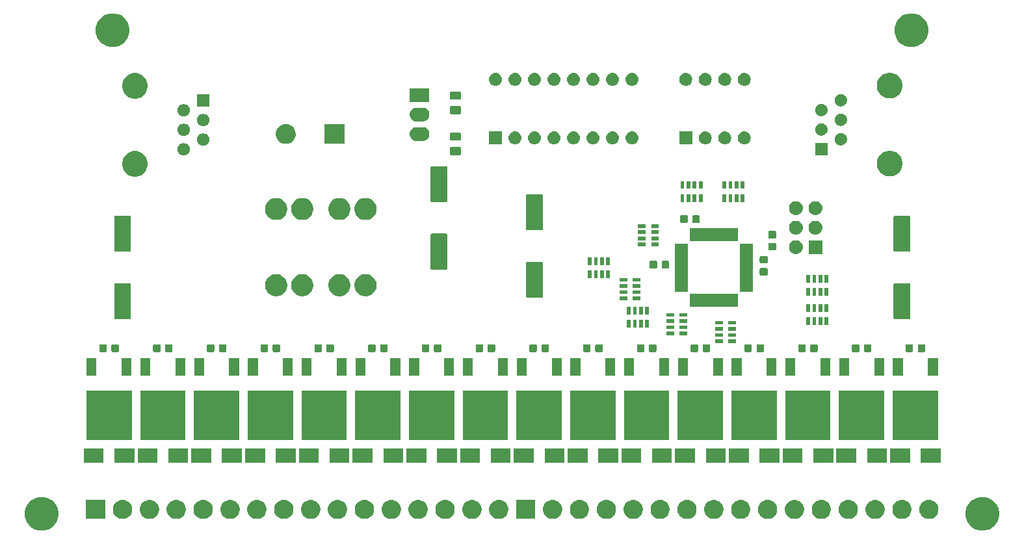
<source format=gbr>
G04 #@! TF.GenerationSoftware,KiCad,Pcbnew,(5.1.2)-2*
G04 #@! TF.CreationDate,2019-08-10T22:07:06-04:00*
G04 #@! TF.ProjectId,midi-solenoid-driver,6d696469-2d73-46f6-9c65-6e6f69642d64,rev?*
G04 #@! TF.SameCoordinates,Original*
G04 #@! TF.FileFunction,Soldermask,Top*
G04 #@! TF.FilePolarity,Negative*
%FSLAX46Y46*%
G04 Gerber Fmt 4.6, Leading zero omitted, Abs format (unit mm)*
G04 Created by KiCad (PCBNEW (5.1.2)-2) date 2019-08-10 22:07:06*
%MOMM*%
%LPD*%
G04 APERTURE LIST*
%ADD10C,0.100000*%
G04 APERTURE END LIST*
D10*
G36*
X362526364Y-141682470D02*
G01*
X362738468Y-141724660D01*
X362903985Y-141793220D01*
X363138062Y-141890177D01*
X363138063Y-141890178D01*
X363497690Y-142130473D01*
X363803527Y-142436310D01*
X363803528Y-142436312D01*
X364043823Y-142795938D01*
X364083877Y-142892637D01*
X364183566Y-143133307D01*
X364209340Y-143195533D01*
X364293720Y-143619739D01*
X364293720Y-144052261D01*
X364209340Y-144476467D01*
X364043823Y-144876062D01*
X364043822Y-144876063D01*
X363803527Y-145235690D01*
X363497690Y-145541527D01*
X363316655Y-145662491D01*
X363138062Y-145781823D01*
X362903985Y-145878780D01*
X362738468Y-145947340D01*
X362526364Y-145989530D01*
X362314261Y-146031720D01*
X361881739Y-146031720D01*
X361669636Y-145989530D01*
X361457532Y-145947340D01*
X361292015Y-145878780D01*
X361057938Y-145781823D01*
X360879345Y-145662491D01*
X360698310Y-145541527D01*
X360392473Y-145235690D01*
X360152178Y-144876063D01*
X360152177Y-144876062D01*
X359986660Y-144476467D01*
X359902280Y-144052261D01*
X359902280Y-143619739D01*
X359986660Y-143195533D01*
X360012435Y-143133307D01*
X360112123Y-142892637D01*
X360152177Y-142795938D01*
X360392472Y-142436312D01*
X360392473Y-142436310D01*
X360698310Y-142130473D01*
X361057937Y-141890178D01*
X361057938Y-141890177D01*
X361292015Y-141793220D01*
X361457532Y-141724660D01*
X361669636Y-141682470D01*
X361881739Y-141640280D01*
X362314261Y-141640280D01*
X362526364Y-141682470D01*
X362526364Y-141682470D01*
G37*
G36*
X240026364Y-141682470D02*
G01*
X240238468Y-141724660D01*
X240403985Y-141793220D01*
X240638062Y-141890177D01*
X240638063Y-141890178D01*
X240997690Y-142130473D01*
X241303527Y-142436310D01*
X241303528Y-142436312D01*
X241543823Y-142795938D01*
X241583877Y-142892637D01*
X241683566Y-143133307D01*
X241709340Y-143195533D01*
X241793720Y-143619739D01*
X241793720Y-144052261D01*
X241709340Y-144476467D01*
X241543823Y-144876062D01*
X241543822Y-144876063D01*
X241303527Y-145235690D01*
X240997690Y-145541527D01*
X240816655Y-145662491D01*
X240638062Y-145781823D01*
X240403985Y-145878780D01*
X240238468Y-145947340D01*
X240026364Y-145989530D01*
X239814261Y-146031720D01*
X239381739Y-146031720D01*
X239169636Y-145989530D01*
X238957532Y-145947340D01*
X238792015Y-145878780D01*
X238557938Y-145781823D01*
X238379345Y-145662491D01*
X238198310Y-145541527D01*
X237892473Y-145235690D01*
X237652178Y-144876063D01*
X237652177Y-144876062D01*
X237486660Y-144476467D01*
X237402280Y-144052261D01*
X237402280Y-143619739D01*
X237486660Y-143195533D01*
X237512435Y-143133307D01*
X237612123Y-142892637D01*
X237652177Y-142795938D01*
X237892472Y-142436312D01*
X237892473Y-142436310D01*
X238198310Y-142130473D01*
X238557937Y-141890178D01*
X238557938Y-141890177D01*
X238792015Y-141793220D01*
X238957532Y-141724660D01*
X239169636Y-141682470D01*
X239381739Y-141640280D01*
X239814261Y-141640280D01*
X240026364Y-141682470D01*
X240026364Y-141682470D01*
G37*
G36*
X267877028Y-142034216D02*
G01*
X267997363Y-142058152D01*
X268224070Y-142152057D01*
X268428101Y-142288386D01*
X268601614Y-142461899D01*
X268737943Y-142665930D01*
X268831848Y-142892637D01*
X268879720Y-143133307D01*
X268879720Y-143378693D01*
X268831848Y-143619363D01*
X268737943Y-143846070D01*
X268601614Y-144050101D01*
X268428101Y-144223614D01*
X268224070Y-144359943D01*
X267997363Y-144453848D01*
X267883649Y-144476467D01*
X267756694Y-144501720D01*
X267511306Y-144501720D01*
X267384351Y-144476467D01*
X267270637Y-144453848D01*
X267043930Y-144359943D01*
X266839899Y-144223614D01*
X266666386Y-144050101D01*
X266530057Y-143846070D01*
X266436152Y-143619363D01*
X266388280Y-143378693D01*
X266388280Y-143133307D01*
X266436152Y-142892637D01*
X266530057Y-142665930D01*
X266666386Y-142461899D01*
X266839899Y-142288386D01*
X267043930Y-142152057D01*
X267270637Y-142058152D01*
X267390972Y-142034216D01*
X267511306Y-142010280D01*
X267756694Y-142010280D01*
X267877028Y-142034216D01*
X267877028Y-142034216D01*
G37*
G36*
X295877028Y-142034216D02*
G01*
X295997363Y-142058152D01*
X296224070Y-142152057D01*
X296428101Y-142288386D01*
X296601614Y-142461899D01*
X296737943Y-142665930D01*
X296831848Y-142892637D01*
X296879720Y-143133307D01*
X296879720Y-143378693D01*
X296831848Y-143619363D01*
X296737943Y-143846070D01*
X296601614Y-144050101D01*
X296428101Y-144223614D01*
X296224070Y-144359943D01*
X295997363Y-144453848D01*
X295883649Y-144476467D01*
X295756694Y-144501720D01*
X295511306Y-144501720D01*
X295384351Y-144476467D01*
X295270637Y-144453848D01*
X295043930Y-144359943D01*
X294839899Y-144223614D01*
X294666386Y-144050101D01*
X294530057Y-143846070D01*
X294436152Y-143619363D01*
X294388280Y-143378693D01*
X294388280Y-143133307D01*
X294436152Y-142892637D01*
X294530057Y-142665930D01*
X294666386Y-142461899D01*
X294839899Y-142288386D01*
X295043930Y-142152057D01*
X295270637Y-142058152D01*
X295390972Y-142034216D01*
X295511306Y-142010280D01*
X295756694Y-142010280D01*
X295877028Y-142034216D01*
X295877028Y-142034216D01*
G37*
G36*
X292377028Y-142034216D02*
G01*
X292497363Y-142058152D01*
X292724070Y-142152057D01*
X292928101Y-142288386D01*
X293101614Y-142461899D01*
X293237943Y-142665930D01*
X293331848Y-142892637D01*
X293379720Y-143133307D01*
X293379720Y-143378693D01*
X293331848Y-143619363D01*
X293237943Y-143846070D01*
X293101614Y-144050101D01*
X292928101Y-144223614D01*
X292724070Y-144359943D01*
X292497363Y-144453848D01*
X292383649Y-144476467D01*
X292256694Y-144501720D01*
X292011306Y-144501720D01*
X291884351Y-144476467D01*
X291770637Y-144453848D01*
X291543930Y-144359943D01*
X291339899Y-144223614D01*
X291166386Y-144050101D01*
X291030057Y-143846070D01*
X290936152Y-143619363D01*
X290888280Y-143378693D01*
X290888280Y-143133307D01*
X290936152Y-142892637D01*
X291030057Y-142665930D01*
X291166386Y-142461899D01*
X291339899Y-142288386D01*
X291543930Y-142152057D01*
X291770637Y-142058152D01*
X291890972Y-142034216D01*
X292011306Y-142010280D01*
X292256694Y-142010280D01*
X292377028Y-142034216D01*
X292377028Y-142034216D01*
G37*
G36*
X288877028Y-142034216D02*
G01*
X288997363Y-142058152D01*
X289224070Y-142152057D01*
X289428101Y-142288386D01*
X289601614Y-142461899D01*
X289737943Y-142665930D01*
X289831848Y-142892637D01*
X289879720Y-143133307D01*
X289879720Y-143378693D01*
X289831848Y-143619363D01*
X289737943Y-143846070D01*
X289601614Y-144050101D01*
X289428101Y-144223614D01*
X289224070Y-144359943D01*
X288997363Y-144453848D01*
X288883649Y-144476467D01*
X288756694Y-144501720D01*
X288511306Y-144501720D01*
X288384351Y-144476467D01*
X288270637Y-144453848D01*
X288043930Y-144359943D01*
X287839899Y-144223614D01*
X287666386Y-144050101D01*
X287530057Y-143846070D01*
X287436152Y-143619363D01*
X287388280Y-143378693D01*
X287388280Y-143133307D01*
X287436152Y-142892637D01*
X287530057Y-142665930D01*
X287666386Y-142461899D01*
X287839899Y-142288386D01*
X288043930Y-142152057D01*
X288270637Y-142058152D01*
X288390972Y-142034216D01*
X288511306Y-142010280D01*
X288756694Y-142010280D01*
X288877028Y-142034216D01*
X288877028Y-142034216D01*
G37*
G36*
X285377028Y-142034216D02*
G01*
X285497363Y-142058152D01*
X285724070Y-142152057D01*
X285928101Y-142288386D01*
X286101614Y-142461899D01*
X286237943Y-142665930D01*
X286331848Y-142892637D01*
X286379720Y-143133307D01*
X286379720Y-143378693D01*
X286331848Y-143619363D01*
X286237943Y-143846070D01*
X286101614Y-144050101D01*
X285928101Y-144223614D01*
X285724070Y-144359943D01*
X285497363Y-144453848D01*
X285383649Y-144476467D01*
X285256694Y-144501720D01*
X285011306Y-144501720D01*
X284884351Y-144476467D01*
X284770637Y-144453848D01*
X284543930Y-144359943D01*
X284339899Y-144223614D01*
X284166386Y-144050101D01*
X284030057Y-143846070D01*
X283936152Y-143619363D01*
X283888280Y-143378693D01*
X283888280Y-143133307D01*
X283936152Y-142892637D01*
X284030057Y-142665930D01*
X284166386Y-142461899D01*
X284339899Y-142288386D01*
X284543930Y-142152057D01*
X284770637Y-142058152D01*
X284890972Y-142034216D01*
X285011306Y-142010280D01*
X285256694Y-142010280D01*
X285377028Y-142034216D01*
X285377028Y-142034216D01*
G37*
G36*
X281877028Y-142034216D02*
G01*
X281997363Y-142058152D01*
X282224070Y-142152057D01*
X282428101Y-142288386D01*
X282601614Y-142461899D01*
X282737943Y-142665930D01*
X282831848Y-142892637D01*
X282879720Y-143133307D01*
X282879720Y-143378693D01*
X282831848Y-143619363D01*
X282737943Y-143846070D01*
X282601614Y-144050101D01*
X282428101Y-144223614D01*
X282224070Y-144359943D01*
X281997363Y-144453848D01*
X281883649Y-144476467D01*
X281756694Y-144501720D01*
X281511306Y-144501720D01*
X281384351Y-144476467D01*
X281270637Y-144453848D01*
X281043930Y-144359943D01*
X280839899Y-144223614D01*
X280666386Y-144050101D01*
X280530057Y-143846070D01*
X280436152Y-143619363D01*
X280388280Y-143378693D01*
X280388280Y-143133307D01*
X280436152Y-142892637D01*
X280530057Y-142665930D01*
X280666386Y-142461899D01*
X280839899Y-142288386D01*
X281043930Y-142152057D01*
X281270637Y-142058152D01*
X281390972Y-142034216D01*
X281511306Y-142010280D01*
X281756694Y-142010280D01*
X281877028Y-142034216D01*
X281877028Y-142034216D01*
G37*
G36*
X278377028Y-142034216D02*
G01*
X278497363Y-142058152D01*
X278724070Y-142152057D01*
X278928101Y-142288386D01*
X279101614Y-142461899D01*
X279237943Y-142665930D01*
X279331848Y-142892637D01*
X279379720Y-143133307D01*
X279379720Y-143378693D01*
X279331848Y-143619363D01*
X279237943Y-143846070D01*
X279101614Y-144050101D01*
X278928101Y-144223614D01*
X278724070Y-144359943D01*
X278497363Y-144453848D01*
X278383649Y-144476467D01*
X278256694Y-144501720D01*
X278011306Y-144501720D01*
X277884351Y-144476467D01*
X277770637Y-144453848D01*
X277543930Y-144359943D01*
X277339899Y-144223614D01*
X277166386Y-144050101D01*
X277030057Y-143846070D01*
X276936152Y-143619363D01*
X276888280Y-143378693D01*
X276888280Y-143133307D01*
X276936152Y-142892637D01*
X277030057Y-142665930D01*
X277166386Y-142461899D01*
X277339899Y-142288386D01*
X277543930Y-142152057D01*
X277770637Y-142058152D01*
X277890972Y-142034216D01*
X278011306Y-142010280D01*
X278256694Y-142010280D01*
X278377028Y-142034216D01*
X278377028Y-142034216D01*
G37*
G36*
X274877028Y-142034216D02*
G01*
X274997363Y-142058152D01*
X275224070Y-142152057D01*
X275428101Y-142288386D01*
X275601614Y-142461899D01*
X275737943Y-142665930D01*
X275831848Y-142892637D01*
X275879720Y-143133307D01*
X275879720Y-143378693D01*
X275831848Y-143619363D01*
X275737943Y-143846070D01*
X275601614Y-144050101D01*
X275428101Y-144223614D01*
X275224070Y-144359943D01*
X274997363Y-144453848D01*
X274883649Y-144476467D01*
X274756694Y-144501720D01*
X274511306Y-144501720D01*
X274384351Y-144476467D01*
X274270637Y-144453848D01*
X274043930Y-144359943D01*
X273839899Y-144223614D01*
X273666386Y-144050101D01*
X273530057Y-143846070D01*
X273436152Y-143619363D01*
X273388280Y-143378693D01*
X273388280Y-143133307D01*
X273436152Y-142892637D01*
X273530057Y-142665930D01*
X273666386Y-142461899D01*
X273839899Y-142288386D01*
X274043930Y-142152057D01*
X274270637Y-142058152D01*
X274390972Y-142034216D01*
X274511306Y-142010280D01*
X274756694Y-142010280D01*
X274877028Y-142034216D01*
X274877028Y-142034216D01*
G37*
G36*
X271377028Y-142034216D02*
G01*
X271497363Y-142058152D01*
X271724070Y-142152057D01*
X271928101Y-142288386D01*
X272101614Y-142461899D01*
X272237943Y-142665930D01*
X272331848Y-142892637D01*
X272379720Y-143133307D01*
X272379720Y-143378693D01*
X272331848Y-143619363D01*
X272237943Y-143846070D01*
X272101614Y-144050101D01*
X271928101Y-144223614D01*
X271724070Y-144359943D01*
X271497363Y-144453848D01*
X271383649Y-144476467D01*
X271256694Y-144501720D01*
X271011306Y-144501720D01*
X270884351Y-144476467D01*
X270770637Y-144453848D01*
X270543930Y-144359943D01*
X270339899Y-144223614D01*
X270166386Y-144050101D01*
X270030057Y-143846070D01*
X269936152Y-143619363D01*
X269888280Y-143378693D01*
X269888280Y-143133307D01*
X269936152Y-142892637D01*
X270030057Y-142665930D01*
X270166386Y-142461899D01*
X270339899Y-142288386D01*
X270543930Y-142152057D01*
X270770637Y-142058152D01*
X270890972Y-142034216D01*
X271011306Y-142010280D01*
X271256694Y-142010280D01*
X271377028Y-142034216D01*
X271377028Y-142034216D01*
G37*
G36*
X306377028Y-142034216D02*
G01*
X306497363Y-142058152D01*
X306724070Y-142152057D01*
X306928101Y-142288386D01*
X307101614Y-142461899D01*
X307237943Y-142665930D01*
X307331848Y-142892637D01*
X307379720Y-143133307D01*
X307379720Y-143378693D01*
X307331848Y-143619363D01*
X307237943Y-143846070D01*
X307101614Y-144050101D01*
X306928101Y-144223614D01*
X306724070Y-144359943D01*
X306497363Y-144453848D01*
X306383649Y-144476467D01*
X306256694Y-144501720D01*
X306011306Y-144501720D01*
X305884351Y-144476467D01*
X305770637Y-144453848D01*
X305543930Y-144359943D01*
X305339899Y-144223614D01*
X305166386Y-144050101D01*
X305030057Y-143846070D01*
X304936152Y-143619363D01*
X304888280Y-143378693D01*
X304888280Y-143133307D01*
X304936152Y-142892637D01*
X305030057Y-142665930D01*
X305166386Y-142461899D01*
X305339899Y-142288386D01*
X305543930Y-142152057D01*
X305770637Y-142058152D01*
X305890972Y-142034216D01*
X306011306Y-142010280D01*
X306256694Y-142010280D01*
X306377028Y-142034216D01*
X306377028Y-142034216D01*
G37*
G36*
X264377028Y-142034216D02*
G01*
X264497363Y-142058152D01*
X264724070Y-142152057D01*
X264928101Y-142288386D01*
X265101614Y-142461899D01*
X265237943Y-142665930D01*
X265331848Y-142892637D01*
X265379720Y-143133307D01*
X265379720Y-143378693D01*
X265331848Y-143619363D01*
X265237943Y-143846070D01*
X265101614Y-144050101D01*
X264928101Y-144223614D01*
X264724070Y-144359943D01*
X264497363Y-144453848D01*
X264383649Y-144476467D01*
X264256694Y-144501720D01*
X264011306Y-144501720D01*
X263884351Y-144476467D01*
X263770637Y-144453848D01*
X263543930Y-144359943D01*
X263339899Y-144223614D01*
X263166386Y-144050101D01*
X263030057Y-143846070D01*
X262936152Y-143619363D01*
X262888280Y-143378693D01*
X262888280Y-143133307D01*
X262936152Y-142892637D01*
X263030057Y-142665930D01*
X263166386Y-142461899D01*
X263339899Y-142288386D01*
X263543930Y-142152057D01*
X263770637Y-142058152D01*
X263890972Y-142034216D01*
X264011306Y-142010280D01*
X264256694Y-142010280D01*
X264377028Y-142034216D01*
X264377028Y-142034216D01*
G37*
G36*
X260877028Y-142034216D02*
G01*
X260997363Y-142058152D01*
X261224070Y-142152057D01*
X261428101Y-142288386D01*
X261601614Y-142461899D01*
X261737943Y-142665930D01*
X261831848Y-142892637D01*
X261879720Y-143133307D01*
X261879720Y-143378693D01*
X261831848Y-143619363D01*
X261737943Y-143846070D01*
X261601614Y-144050101D01*
X261428101Y-144223614D01*
X261224070Y-144359943D01*
X260997363Y-144453848D01*
X260883649Y-144476467D01*
X260756694Y-144501720D01*
X260511306Y-144501720D01*
X260384351Y-144476467D01*
X260270637Y-144453848D01*
X260043930Y-144359943D01*
X259839899Y-144223614D01*
X259666386Y-144050101D01*
X259530057Y-143846070D01*
X259436152Y-143619363D01*
X259388280Y-143378693D01*
X259388280Y-143133307D01*
X259436152Y-142892637D01*
X259530057Y-142665930D01*
X259666386Y-142461899D01*
X259839899Y-142288386D01*
X260043930Y-142152057D01*
X260270637Y-142058152D01*
X260390972Y-142034216D01*
X260511306Y-142010280D01*
X260756694Y-142010280D01*
X260877028Y-142034216D01*
X260877028Y-142034216D01*
G37*
G36*
X257377028Y-142034216D02*
G01*
X257497363Y-142058152D01*
X257724070Y-142152057D01*
X257928101Y-142288386D01*
X258101614Y-142461899D01*
X258237943Y-142665930D01*
X258331848Y-142892637D01*
X258379720Y-143133307D01*
X258379720Y-143378693D01*
X258331848Y-143619363D01*
X258237943Y-143846070D01*
X258101614Y-144050101D01*
X257928101Y-144223614D01*
X257724070Y-144359943D01*
X257497363Y-144453848D01*
X257383649Y-144476467D01*
X257256694Y-144501720D01*
X257011306Y-144501720D01*
X256884351Y-144476467D01*
X256770637Y-144453848D01*
X256543930Y-144359943D01*
X256339899Y-144223614D01*
X256166386Y-144050101D01*
X256030057Y-143846070D01*
X255936152Y-143619363D01*
X255888280Y-143378693D01*
X255888280Y-143133307D01*
X255936152Y-142892637D01*
X256030057Y-142665930D01*
X256166386Y-142461899D01*
X256339899Y-142288386D01*
X256543930Y-142152057D01*
X256770637Y-142058152D01*
X256890972Y-142034216D01*
X257011306Y-142010280D01*
X257256694Y-142010280D01*
X257377028Y-142034216D01*
X257377028Y-142034216D01*
G37*
G36*
X253877028Y-142034216D02*
G01*
X253997363Y-142058152D01*
X254224070Y-142152057D01*
X254428101Y-142288386D01*
X254601614Y-142461899D01*
X254737943Y-142665930D01*
X254831848Y-142892637D01*
X254879720Y-143133307D01*
X254879720Y-143378693D01*
X254831848Y-143619363D01*
X254737943Y-143846070D01*
X254601614Y-144050101D01*
X254428101Y-144223614D01*
X254224070Y-144359943D01*
X253997363Y-144453848D01*
X253883649Y-144476467D01*
X253756694Y-144501720D01*
X253511306Y-144501720D01*
X253384351Y-144476467D01*
X253270637Y-144453848D01*
X253043930Y-144359943D01*
X252839899Y-144223614D01*
X252666386Y-144050101D01*
X252530057Y-143846070D01*
X252436152Y-143619363D01*
X252388280Y-143378693D01*
X252388280Y-143133307D01*
X252436152Y-142892637D01*
X252530057Y-142665930D01*
X252666386Y-142461899D01*
X252839899Y-142288386D01*
X253043930Y-142152057D01*
X253270637Y-142058152D01*
X253390972Y-142034216D01*
X253511306Y-142010280D01*
X253756694Y-142010280D01*
X253877028Y-142034216D01*
X253877028Y-142034216D01*
G37*
G36*
X250377028Y-142034216D02*
G01*
X250497363Y-142058152D01*
X250724070Y-142152057D01*
X250928101Y-142288386D01*
X251101614Y-142461899D01*
X251237943Y-142665930D01*
X251331848Y-142892637D01*
X251379720Y-143133307D01*
X251379720Y-143378693D01*
X251331848Y-143619363D01*
X251237943Y-143846070D01*
X251101614Y-144050101D01*
X250928101Y-144223614D01*
X250724070Y-144359943D01*
X250497363Y-144453848D01*
X250383649Y-144476467D01*
X250256694Y-144501720D01*
X250011306Y-144501720D01*
X249884351Y-144476467D01*
X249770637Y-144453848D01*
X249543930Y-144359943D01*
X249339899Y-144223614D01*
X249166386Y-144050101D01*
X249030057Y-143846070D01*
X248936152Y-143619363D01*
X248888280Y-143378693D01*
X248888280Y-143133307D01*
X248936152Y-142892637D01*
X249030057Y-142665930D01*
X249166386Y-142461899D01*
X249339899Y-142288386D01*
X249543930Y-142152057D01*
X249770637Y-142058152D01*
X249890972Y-142034216D01*
X250011306Y-142010280D01*
X250256694Y-142010280D01*
X250377028Y-142034216D01*
X250377028Y-142034216D01*
G37*
G36*
X247879720Y-144501720D02*
G01*
X245388280Y-144501720D01*
X245388280Y-142010280D01*
X247879720Y-142010280D01*
X247879720Y-144501720D01*
X247879720Y-144501720D01*
G37*
G36*
X355377028Y-142034216D02*
G01*
X355497363Y-142058152D01*
X355724070Y-142152057D01*
X355928101Y-142288386D01*
X356101614Y-142461899D01*
X356237943Y-142665930D01*
X356331848Y-142892637D01*
X356379720Y-143133307D01*
X356379720Y-143378693D01*
X356331848Y-143619363D01*
X356237943Y-143846070D01*
X356101614Y-144050101D01*
X355928101Y-144223614D01*
X355724070Y-144359943D01*
X355497363Y-144453848D01*
X355383649Y-144476467D01*
X355256694Y-144501720D01*
X355011306Y-144501720D01*
X354884351Y-144476467D01*
X354770637Y-144453848D01*
X354543930Y-144359943D01*
X354339899Y-144223614D01*
X354166386Y-144050101D01*
X354030057Y-143846070D01*
X353936152Y-143619363D01*
X353888280Y-143378693D01*
X353888280Y-143133307D01*
X353936152Y-142892637D01*
X354030057Y-142665930D01*
X354166386Y-142461899D01*
X354339899Y-142288386D01*
X354543930Y-142152057D01*
X354770637Y-142058152D01*
X354890972Y-142034216D01*
X355011306Y-142010280D01*
X355256694Y-142010280D01*
X355377028Y-142034216D01*
X355377028Y-142034216D01*
G37*
G36*
X303879720Y-144501720D02*
G01*
X301388280Y-144501720D01*
X301388280Y-142010280D01*
X303879720Y-142010280D01*
X303879720Y-144501720D01*
X303879720Y-144501720D01*
G37*
G36*
X299377028Y-142034216D02*
G01*
X299497363Y-142058152D01*
X299724070Y-142152057D01*
X299928101Y-142288386D01*
X300101614Y-142461899D01*
X300237943Y-142665930D01*
X300331848Y-142892637D01*
X300379720Y-143133307D01*
X300379720Y-143378693D01*
X300331848Y-143619363D01*
X300237943Y-143846070D01*
X300101614Y-144050101D01*
X299928101Y-144223614D01*
X299724070Y-144359943D01*
X299497363Y-144453848D01*
X299383649Y-144476467D01*
X299256694Y-144501720D01*
X299011306Y-144501720D01*
X298884351Y-144476467D01*
X298770637Y-144453848D01*
X298543930Y-144359943D01*
X298339899Y-144223614D01*
X298166386Y-144050101D01*
X298030057Y-143846070D01*
X297936152Y-143619363D01*
X297888280Y-143378693D01*
X297888280Y-143133307D01*
X297936152Y-142892637D01*
X298030057Y-142665930D01*
X298166386Y-142461899D01*
X298339899Y-142288386D01*
X298543930Y-142152057D01*
X298770637Y-142058152D01*
X298890972Y-142034216D01*
X299011306Y-142010280D01*
X299256694Y-142010280D01*
X299377028Y-142034216D01*
X299377028Y-142034216D01*
G37*
G36*
X351877028Y-142034216D02*
G01*
X351997363Y-142058152D01*
X352224070Y-142152057D01*
X352428101Y-142288386D01*
X352601614Y-142461899D01*
X352737943Y-142665930D01*
X352831848Y-142892637D01*
X352879720Y-143133307D01*
X352879720Y-143378693D01*
X352831848Y-143619363D01*
X352737943Y-143846070D01*
X352601614Y-144050101D01*
X352428101Y-144223614D01*
X352224070Y-144359943D01*
X351997363Y-144453848D01*
X351883649Y-144476467D01*
X351756694Y-144501720D01*
X351511306Y-144501720D01*
X351384351Y-144476467D01*
X351270637Y-144453848D01*
X351043930Y-144359943D01*
X350839899Y-144223614D01*
X350666386Y-144050101D01*
X350530057Y-143846070D01*
X350436152Y-143619363D01*
X350388280Y-143378693D01*
X350388280Y-143133307D01*
X350436152Y-142892637D01*
X350530057Y-142665930D01*
X350666386Y-142461899D01*
X350839899Y-142288386D01*
X351043930Y-142152057D01*
X351270637Y-142058152D01*
X351390972Y-142034216D01*
X351511306Y-142010280D01*
X351756694Y-142010280D01*
X351877028Y-142034216D01*
X351877028Y-142034216D01*
G37*
G36*
X348377028Y-142034216D02*
G01*
X348497363Y-142058152D01*
X348724070Y-142152057D01*
X348928101Y-142288386D01*
X349101614Y-142461899D01*
X349237943Y-142665930D01*
X349331848Y-142892637D01*
X349379720Y-143133307D01*
X349379720Y-143378693D01*
X349331848Y-143619363D01*
X349237943Y-143846070D01*
X349101614Y-144050101D01*
X348928101Y-144223614D01*
X348724070Y-144359943D01*
X348497363Y-144453848D01*
X348383649Y-144476467D01*
X348256694Y-144501720D01*
X348011306Y-144501720D01*
X347884351Y-144476467D01*
X347770637Y-144453848D01*
X347543930Y-144359943D01*
X347339899Y-144223614D01*
X347166386Y-144050101D01*
X347030057Y-143846070D01*
X346936152Y-143619363D01*
X346888280Y-143378693D01*
X346888280Y-143133307D01*
X346936152Y-142892637D01*
X347030057Y-142665930D01*
X347166386Y-142461899D01*
X347339899Y-142288386D01*
X347543930Y-142152057D01*
X347770637Y-142058152D01*
X347890972Y-142034216D01*
X348011306Y-142010280D01*
X348256694Y-142010280D01*
X348377028Y-142034216D01*
X348377028Y-142034216D01*
G37*
G36*
X344877028Y-142034216D02*
G01*
X344997363Y-142058152D01*
X345224070Y-142152057D01*
X345428101Y-142288386D01*
X345601614Y-142461899D01*
X345737943Y-142665930D01*
X345831848Y-142892637D01*
X345879720Y-143133307D01*
X345879720Y-143378693D01*
X345831848Y-143619363D01*
X345737943Y-143846070D01*
X345601614Y-144050101D01*
X345428101Y-144223614D01*
X345224070Y-144359943D01*
X344997363Y-144453848D01*
X344883649Y-144476467D01*
X344756694Y-144501720D01*
X344511306Y-144501720D01*
X344384351Y-144476467D01*
X344270637Y-144453848D01*
X344043930Y-144359943D01*
X343839899Y-144223614D01*
X343666386Y-144050101D01*
X343530057Y-143846070D01*
X343436152Y-143619363D01*
X343388280Y-143378693D01*
X343388280Y-143133307D01*
X343436152Y-142892637D01*
X343530057Y-142665930D01*
X343666386Y-142461899D01*
X343839899Y-142288386D01*
X344043930Y-142152057D01*
X344270637Y-142058152D01*
X344390972Y-142034216D01*
X344511306Y-142010280D01*
X344756694Y-142010280D01*
X344877028Y-142034216D01*
X344877028Y-142034216D01*
G37*
G36*
X341377028Y-142034216D02*
G01*
X341497363Y-142058152D01*
X341724070Y-142152057D01*
X341928101Y-142288386D01*
X342101614Y-142461899D01*
X342237943Y-142665930D01*
X342331848Y-142892637D01*
X342379720Y-143133307D01*
X342379720Y-143378693D01*
X342331848Y-143619363D01*
X342237943Y-143846070D01*
X342101614Y-144050101D01*
X341928101Y-144223614D01*
X341724070Y-144359943D01*
X341497363Y-144453848D01*
X341383649Y-144476467D01*
X341256694Y-144501720D01*
X341011306Y-144501720D01*
X340884351Y-144476467D01*
X340770637Y-144453848D01*
X340543930Y-144359943D01*
X340339899Y-144223614D01*
X340166386Y-144050101D01*
X340030057Y-143846070D01*
X339936152Y-143619363D01*
X339888280Y-143378693D01*
X339888280Y-143133307D01*
X339936152Y-142892637D01*
X340030057Y-142665930D01*
X340166386Y-142461899D01*
X340339899Y-142288386D01*
X340543930Y-142152057D01*
X340770637Y-142058152D01*
X340890972Y-142034216D01*
X341011306Y-142010280D01*
X341256694Y-142010280D01*
X341377028Y-142034216D01*
X341377028Y-142034216D01*
G37*
G36*
X337877028Y-142034216D02*
G01*
X337997363Y-142058152D01*
X338224070Y-142152057D01*
X338428101Y-142288386D01*
X338601614Y-142461899D01*
X338737943Y-142665930D01*
X338831848Y-142892637D01*
X338879720Y-143133307D01*
X338879720Y-143378693D01*
X338831848Y-143619363D01*
X338737943Y-143846070D01*
X338601614Y-144050101D01*
X338428101Y-144223614D01*
X338224070Y-144359943D01*
X337997363Y-144453848D01*
X337883649Y-144476467D01*
X337756694Y-144501720D01*
X337511306Y-144501720D01*
X337384351Y-144476467D01*
X337270637Y-144453848D01*
X337043930Y-144359943D01*
X336839899Y-144223614D01*
X336666386Y-144050101D01*
X336530057Y-143846070D01*
X336436152Y-143619363D01*
X336388280Y-143378693D01*
X336388280Y-143133307D01*
X336436152Y-142892637D01*
X336530057Y-142665930D01*
X336666386Y-142461899D01*
X336839899Y-142288386D01*
X337043930Y-142152057D01*
X337270637Y-142058152D01*
X337390972Y-142034216D01*
X337511306Y-142010280D01*
X337756694Y-142010280D01*
X337877028Y-142034216D01*
X337877028Y-142034216D01*
G37*
G36*
X334377028Y-142034216D02*
G01*
X334497363Y-142058152D01*
X334724070Y-142152057D01*
X334928101Y-142288386D01*
X335101614Y-142461899D01*
X335237943Y-142665930D01*
X335331848Y-142892637D01*
X335379720Y-143133307D01*
X335379720Y-143378693D01*
X335331848Y-143619363D01*
X335237943Y-143846070D01*
X335101614Y-144050101D01*
X334928101Y-144223614D01*
X334724070Y-144359943D01*
X334497363Y-144453848D01*
X334383649Y-144476467D01*
X334256694Y-144501720D01*
X334011306Y-144501720D01*
X333884351Y-144476467D01*
X333770637Y-144453848D01*
X333543930Y-144359943D01*
X333339899Y-144223614D01*
X333166386Y-144050101D01*
X333030057Y-143846070D01*
X332936152Y-143619363D01*
X332888280Y-143378693D01*
X332888280Y-143133307D01*
X332936152Y-142892637D01*
X333030057Y-142665930D01*
X333166386Y-142461899D01*
X333339899Y-142288386D01*
X333543930Y-142152057D01*
X333770637Y-142058152D01*
X333890972Y-142034216D01*
X334011306Y-142010280D01*
X334256694Y-142010280D01*
X334377028Y-142034216D01*
X334377028Y-142034216D01*
G37*
G36*
X330877028Y-142034216D02*
G01*
X330997363Y-142058152D01*
X331224070Y-142152057D01*
X331428101Y-142288386D01*
X331601614Y-142461899D01*
X331737943Y-142665930D01*
X331831848Y-142892637D01*
X331879720Y-143133307D01*
X331879720Y-143378693D01*
X331831848Y-143619363D01*
X331737943Y-143846070D01*
X331601614Y-144050101D01*
X331428101Y-144223614D01*
X331224070Y-144359943D01*
X330997363Y-144453848D01*
X330883649Y-144476467D01*
X330756694Y-144501720D01*
X330511306Y-144501720D01*
X330384351Y-144476467D01*
X330270637Y-144453848D01*
X330043930Y-144359943D01*
X329839899Y-144223614D01*
X329666386Y-144050101D01*
X329530057Y-143846070D01*
X329436152Y-143619363D01*
X329388280Y-143378693D01*
X329388280Y-143133307D01*
X329436152Y-142892637D01*
X329530057Y-142665930D01*
X329666386Y-142461899D01*
X329839899Y-142288386D01*
X330043930Y-142152057D01*
X330270637Y-142058152D01*
X330390972Y-142034216D01*
X330511306Y-142010280D01*
X330756694Y-142010280D01*
X330877028Y-142034216D01*
X330877028Y-142034216D01*
G37*
G36*
X327377028Y-142034216D02*
G01*
X327497363Y-142058152D01*
X327724070Y-142152057D01*
X327928101Y-142288386D01*
X328101614Y-142461899D01*
X328237943Y-142665930D01*
X328331848Y-142892637D01*
X328379720Y-143133307D01*
X328379720Y-143378693D01*
X328331848Y-143619363D01*
X328237943Y-143846070D01*
X328101614Y-144050101D01*
X327928101Y-144223614D01*
X327724070Y-144359943D01*
X327497363Y-144453848D01*
X327383649Y-144476467D01*
X327256694Y-144501720D01*
X327011306Y-144501720D01*
X326884351Y-144476467D01*
X326770637Y-144453848D01*
X326543930Y-144359943D01*
X326339899Y-144223614D01*
X326166386Y-144050101D01*
X326030057Y-143846070D01*
X325936152Y-143619363D01*
X325888280Y-143378693D01*
X325888280Y-143133307D01*
X325936152Y-142892637D01*
X326030057Y-142665930D01*
X326166386Y-142461899D01*
X326339899Y-142288386D01*
X326543930Y-142152057D01*
X326770637Y-142058152D01*
X326890972Y-142034216D01*
X327011306Y-142010280D01*
X327256694Y-142010280D01*
X327377028Y-142034216D01*
X327377028Y-142034216D01*
G37*
G36*
X323877028Y-142034216D02*
G01*
X323997363Y-142058152D01*
X324224070Y-142152057D01*
X324428101Y-142288386D01*
X324601614Y-142461899D01*
X324737943Y-142665930D01*
X324831848Y-142892637D01*
X324879720Y-143133307D01*
X324879720Y-143378693D01*
X324831848Y-143619363D01*
X324737943Y-143846070D01*
X324601614Y-144050101D01*
X324428101Y-144223614D01*
X324224070Y-144359943D01*
X323997363Y-144453848D01*
X323883649Y-144476467D01*
X323756694Y-144501720D01*
X323511306Y-144501720D01*
X323384351Y-144476467D01*
X323270637Y-144453848D01*
X323043930Y-144359943D01*
X322839899Y-144223614D01*
X322666386Y-144050101D01*
X322530057Y-143846070D01*
X322436152Y-143619363D01*
X322388280Y-143378693D01*
X322388280Y-143133307D01*
X322436152Y-142892637D01*
X322530057Y-142665930D01*
X322666386Y-142461899D01*
X322839899Y-142288386D01*
X323043930Y-142152057D01*
X323270637Y-142058152D01*
X323390972Y-142034216D01*
X323511306Y-142010280D01*
X323756694Y-142010280D01*
X323877028Y-142034216D01*
X323877028Y-142034216D01*
G37*
G36*
X320377028Y-142034216D02*
G01*
X320497363Y-142058152D01*
X320724070Y-142152057D01*
X320928101Y-142288386D01*
X321101614Y-142461899D01*
X321237943Y-142665930D01*
X321331848Y-142892637D01*
X321379720Y-143133307D01*
X321379720Y-143378693D01*
X321331848Y-143619363D01*
X321237943Y-143846070D01*
X321101614Y-144050101D01*
X320928101Y-144223614D01*
X320724070Y-144359943D01*
X320497363Y-144453848D01*
X320383649Y-144476467D01*
X320256694Y-144501720D01*
X320011306Y-144501720D01*
X319884351Y-144476467D01*
X319770637Y-144453848D01*
X319543930Y-144359943D01*
X319339899Y-144223614D01*
X319166386Y-144050101D01*
X319030057Y-143846070D01*
X318936152Y-143619363D01*
X318888280Y-143378693D01*
X318888280Y-143133307D01*
X318936152Y-142892637D01*
X319030057Y-142665930D01*
X319166386Y-142461899D01*
X319339899Y-142288386D01*
X319543930Y-142152057D01*
X319770637Y-142058152D01*
X319890972Y-142034216D01*
X320011306Y-142010280D01*
X320256694Y-142010280D01*
X320377028Y-142034216D01*
X320377028Y-142034216D01*
G37*
G36*
X316877028Y-142034216D02*
G01*
X316997363Y-142058152D01*
X317224070Y-142152057D01*
X317428101Y-142288386D01*
X317601614Y-142461899D01*
X317737943Y-142665930D01*
X317831848Y-142892637D01*
X317879720Y-143133307D01*
X317879720Y-143378693D01*
X317831848Y-143619363D01*
X317737943Y-143846070D01*
X317601614Y-144050101D01*
X317428101Y-144223614D01*
X317224070Y-144359943D01*
X316997363Y-144453848D01*
X316883649Y-144476467D01*
X316756694Y-144501720D01*
X316511306Y-144501720D01*
X316384351Y-144476467D01*
X316270637Y-144453848D01*
X316043930Y-144359943D01*
X315839899Y-144223614D01*
X315666386Y-144050101D01*
X315530057Y-143846070D01*
X315436152Y-143619363D01*
X315388280Y-143378693D01*
X315388280Y-143133307D01*
X315436152Y-142892637D01*
X315530057Y-142665930D01*
X315666386Y-142461899D01*
X315839899Y-142288386D01*
X316043930Y-142152057D01*
X316270637Y-142058152D01*
X316390972Y-142034216D01*
X316511306Y-142010280D01*
X316756694Y-142010280D01*
X316877028Y-142034216D01*
X316877028Y-142034216D01*
G37*
G36*
X313377028Y-142034216D02*
G01*
X313497363Y-142058152D01*
X313724070Y-142152057D01*
X313928101Y-142288386D01*
X314101614Y-142461899D01*
X314237943Y-142665930D01*
X314331848Y-142892637D01*
X314379720Y-143133307D01*
X314379720Y-143378693D01*
X314331848Y-143619363D01*
X314237943Y-143846070D01*
X314101614Y-144050101D01*
X313928101Y-144223614D01*
X313724070Y-144359943D01*
X313497363Y-144453848D01*
X313383649Y-144476467D01*
X313256694Y-144501720D01*
X313011306Y-144501720D01*
X312884351Y-144476467D01*
X312770637Y-144453848D01*
X312543930Y-144359943D01*
X312339899Y-144223614D01*
X312166386Y-144050101D01*
X312030057Y-143846070D01*
X311936152Y-143619363D01*
X311888280Y-143378693D01*
X311888280Y-143133307D01*
X311936152Y-142892637D01*
X312030057Y-142665930D01*
X312166386Y-142461899D01*
X312339899Y-142288386D01*
X312543930Y-142152057D01*
X312770637Y-142058152D01*
X312890972Y-142034216D01*
X313011306Y-142010280D01*
X313256694Y-142010280D01*
X313377028Y-142034216D01*
X313377028Y-142034216D01*
G37*
G36*
X309877028Y-142034216D02*
G01*
X309997363Y-142058152D01*
X310224070Y-142152057D01*
X310428101Y-142288386D01*
X310601614Y-142461899D01*
X310737943Y-142665930D01*
X310831848Y-142892637D01*
X310879720Y-143133307D01*
X310879720Y-143378693D01*
X310831848Y-143619363D01*
X310737943Y-143846070D01*
X310601614Y-144050101D01*
X310428101Y-144223614D01*
X310224070Y-144359943D01*
X309997363Y-144453848D01*
X309883649Y-144476467D01*
X309756694Y-144501720D01*
X309511306Y-144501720D01*
X309384351Y-144476467D01*
X309270637Y-144453848D01*
X309043930Y-144359943D01*
X308839899Y-144223614D01*
X308666386Y-144050101D01*
X308530057Y-143846070D01*
X308436152Y-143619363D01*
X308388280Y-143378693D01*
X308388280Y-143133307D01*
X308436152Y-142892637D01*
X308530057Y-142665930D01*
X308666386Y-142461899D01*
X308839899Y-142288386D01*
X309043930Y-142152057D01*
X309270637Y-142058152D01*
X309390972Y-142034216D01*
X309511306Y-142010280D01*
X309756694Y-142010280D01*
X309877028Y-142034216D01*
X309877028Y-142034216D01*
G37*
G36*
X296679720Y-137201720D02*
G01*
X294088280Y-137201720D01*
X294088280Y-135310280D01*
X296679720Y-135310280D01*
X296679720Y-137201720D01*
X296679720Y-137201720D01*
G37*
G36*
X303679720Y-137201720D02*
G01*
X301088280Y-137201720D01*
X301088280Y-135310280D01*
X303679720Y-135310280D01*
X303679720Y-137201720D01*
X303679720Y-137201720D01*
G37*
G36*
X307679720Y-137201720D02*
G01*
X305088280Y-137201720D01*
X305088280Y-135310280D01*
X307679720Y-135310280D01*
X307679720Y-137201720D01*
X307679720Y-137201720D01*
G37*
G36*
X314679720Y-137201720D02*
G01*
X312088280Y-137201720D01*
X312088280Y-135310280D01*
X314679720Y-135310280D01*
X314679720Y-137201720D01*
X314679720Y-137201720D01*
G37*
G36*
X310679720Y-137201720D02*
G01*
X308088280Y-137201720D01*
X308088280Y-135310280D01*
X310679720Y-135310280D01*
X310679720Y-137201720D01*
X310679720Y-137201720D01*
G37*
G36*
X321679720Y-137201720D02*
G01*
X319088280Y-137201720D01*
X319088280Y-135310280D01*
X321679720Y-135310280D01*
X321679720Y-137201720D01*
X321679720Y-137201720D01*
G37*
G36*
X317679720Y-137201720D02*
G01*
X315088280Y-137201720D01*
X315088280Y-135310280D01*
X317679720Y-135310280D01*
X317679720Y-137201720D01*
X317679720Y-137201720D01*
G37*
G36*
X324679720Y-137201720D02*
G01*
X322088280Y-137201720D01*
X322088280Y-135310280D01*
X324679720Y-135310280D01*
X324679720Y-137201720D01*
X324679720Y-137201720D01*
G37*
G36*
X328679720Y-137201720D02*
G01*
X326088280Y-137201720D01*
X326088280Y-135310280D01*
X328679720Y-135310280D01*
X328679720Y-137201720D01*
X328679720Y-137201720D01*
G37*
G36*
X335679720Y-137201720D02*
G01*
X333088280Y-137201720D01*
X333088280Y-135310280D01*
X335679720Y-135310280D01*
X335679720Y-137201720D01*
X335679720Y-137201720D01*
G37*
G36*
X331679720Y-137201720D02*
G01*
X329088280Y-137201720D01*
X329088280Y-135310280D01*
X331679720Y-135310280D01*
X331679720Y-137201720D01*
X331679720Y-137201720D01*
G37*
G36*
X342679720Y-137201720D02*
G01*
X340088280Y-137201720D01*
X340088280Y-135310280D01*
X342679720Y-135310280D01*
X342679720Y-137201720D01*
X342679720Y-137201720D01*
G37*
G36*
X338679720Y-137201720D02*
G01*
X336088280Y-137201720D01*
X336088280Y-135310280D01*
X338679720Y-135310280D01*
X338679720Y-137201720D01*
X338679720Y-137201720D01*
G37*
G36*
X345679720Y-137201720D02*
G01*
X343088280Y-137201720D01*
X343088280Y-135310280D01*
X345679720Y-135310280D01*
X345679720Y-137201720D01*
X345679720Y-137201720D01*
G37*
G36*
X265679720Y-137201720D02*
G01*
X263088280Y-137201720D01*
X263088280Y-135310280D01*
X265679720Y-135310280D01*
X265679720Y-137201720D01*
X265679720Y-137201720D01*
G37*
G36*
X261679720Y-137201720D02*
G01*
X259088280Y-137201720D01*
X259088280Y-135310280D01*
X261679720Y-135310280D01*
X261679720Y-137201720D01*
X261679720Y-137201720D01*
G37*
G36*
X258679720Y-137201720D02*
G01*
X256088280Y-137201720D01*
X256088280Y-135310280D01*
X258679720Y-135310280D01*
X258679720Y-137201720D01*
X258679720Y-137201720D01*
G37*
G36*
X349679720Y-137201720D02*
G01*
X347088280Y-137201720D01*
X347088280Y-135310280D01*
X349679720Y-135310280D01*
X349679720Y-137201720D01*
X349679720Y-137201720D01*
G37*
G36*
X356679720Y-137201720D02*
G01*
X354088280Y-137201720D01*
X354088280Y-135310280D01*
X356679720Y-135310280D01*
X356679720Y-137201720D01*
X356679720Y-137201720D01*
G37*
G36*
X352679720Y-137201720D02*
G01*
X350088280Y-137201720D01*
X350088280Y-135310280D01*
X352679720Y-135310280D01*
X352679720Y-137201720D01*
X352679720Y-137201720D01*
G37*
G36*
X300679720Y-137201720D02*
G01*
X298088280Y-137201720D01*
X298088280Y-135310280D01*
X300679720Y-135310280D01*
X300679720Y-137201720D01*
X300679720Y-137201720D01*
G37*
G36*
X293679720Y-137201720D02*
G01*
X291088280Y-137201720D01*
X291088280Y-135310280D01*
X293679720Y-135310280D01*
X293679720Y-137201720D01*
X293679720Y-137201720D01*
G37*
G36*
X254679720Y-137201720D02*
G01*
X252088280Y-137201720D01*
X252088280Y-135310280D01*
X254679720Y-135310280D01*
X254679720Y-137201720D01*
X254679720Y-137201720D01*
G37*
G36*
X247679720Y-137201720D02*
G01*
X245088280Y-137201720D01*
X245088280Y-135310280D01*
X247679720Y-135310280D01*
X247679720Y-137201720D01*
X247679720Y-137201720D01*
G37*
G36*
X251679720Y-137201720D02*
G01*
X249088280Y-137201720D01*
X249088280Y-135310280D01*
X251679720Y-135310280D01*
X251679720Y-137201720D01*
X251679720Y-137201720D01*
G37*
G36*
X268679720Y-137201720D02*
G01*
X266088280Y-137201720D01*
X266088280Y-135310280D01*
X268679720Y-135310280D01*
X268679720Y-137201720D01*
X268679720Y-137201720D01*
G37*
G36*
X272679720Y-137201720D02*
G01*
X270088280Y-137201720D01*
X270088280Y-135310280D01*
X272679720Y-135310280D01*
X272679720Y-137201720D01*
X272679720Y-137201720D01*
G37*
G36*
X279679720Y-137201720D02*
G01*
X277088280Y-137201720D01*
X277088280Y-135310280D01*
X279679720Y-135310280D01*
X279679720Y-137201720D01*
X279679720Y-137201720D01*
G37*
G36*
X275679720Y-137201720D02*
G01*
X273088280Y-137201720D01*
X273088280Y-135310280D01*
X275679720Y-135310280D01*
X275679720Y-137201720D01*
X275679720Y-137201720D01*
G37*
G36*
X286679720Y-137201720D02*
G01*
X284088280Y-137201720D01*
X284088280Y-135310280D01*
X286679720Y-135310280D01*
X286679720Y-137201720D01*
X286679720Y-137201720D01*
G37*
G36*
X282679720Y-137201720D02*
G01*
X280088280Y-137201720D01*
X280088280Y-135310280D01*
X282679720Y-135310280D01*
X282679720Y-137201720D01*
X282679720Y-137201720D01*
G37*
G36*
X289679720Y-137201720D02*
G01*
X287088280Y-137201720D01*
X287088280Y-135310280D01*
X289679720Y-135310280D01*
X289679720Y-137201720D01*
X289679720Y-137201720D01*
G37*
G36*
X342329720Y-134251720D02*
G01*
X336438280Y-134251720D01*
X336438280Y-127760280D01*
X342329720Y-127760280D01*
X342329720Y-134251720D01*
X342329720Y-134251720D01*
G37*
G36*
X349329720Y-134251720D02*
G01*
X343438280Y-134251720D01*
X343438280Y-127760280D01*
X349329720Y-127760280D01*
X349329720Y-134251720D01*
X349329720Y-134251720D01*
G37*
G36*
X356329720Y-134251720D02*
G01*
X350438280Y-134251720D01*
X350438280Y-127760280D01*
X356329720Y-127760280D01*
X356329720Y-134251720D01*
X356329720Y-134251720D01*
G37*
G36*
X251329720Y-134251720D02*
G01*
X245438280Y-134251720D01*
X245438280Y-127760280D01*
X251329720Y-127760280D01*
X251329720Y-134251720D01*
X251329720Y-134251720D01*
G37*
G36*
X265329720Y-134251720D02*
G01*
X259438280Y-134251720D01*
X259438280Y-127760280D01*
X265329720Y-127760280D01*
X265329720Y-134251720D01*
X265329720Y-134251720D01*
G37*
G36*
X272329720Y-134251720D02*
G01*
X266438280Y-134251720D01*
X266438280Y-127760280D01*
X272329720Y-127760280D01*
X272329720Y-134251720D01*
X272329720Y-134251720D01*
G37*
G36*
X279329720Y-134251720D02*
G01*
X273438280Y-134251720D01*
X273438280Y-127760280D01*
X279329720Y-127760280D01*
X279329720Y-134251720D01*
X279329720Y-134251720D01*
G37*
G36*
X258329720Y-134251720D02*
G01*
X252438280Y-134251720D01*
X252438280Y-127760280D01*
X258329720Y-127760280D01*
X258329720Y-134251720D01*
X258329720Y-134251720D01*
G37*
G36*
X328329720Y-134251720D02*
G01*
X322438280Y-134251720D01*
X322438280Y-127760280D01*
X328329720Y-127760280D01*
X328329720Y-134251720D01*
X328329720Y-134251720D01*
G37*
G36*
X321329720Y-134251720D02*
G01*
X315438280Y-134251720D01*
X315438280Y-127760280D01*
X321329720Y-127760280D01*
X321329720Y-134251720D01*
X321329720Y-134251720D01*
G37*
G36*
X314329720Y-134251720D02*
G01*
X308438280Y-134251720D01*
X308438280Y-127760280D01*
X314329720Y-127760280D01*
X314329720Y-134251720D01*
X314329720Y-134251720D01*
G37*
G36*
X307329720Y-134251720D02*
G01*
X301438280Y-134251720D01*
X301438280Y-127760280D01*
X307329720Y-127760280D01*
X307329720Y-134251720D01*
X307329720Y-134251720D01*
G37*
G36*
X300329720Y-134251720D02*
G01*
X294438280Y-134251720D01*
X294438280Y-127760280D01*
X300329720Y-127760280D01*
X300329720Y-134251720D01*
X300329720Y-134251720D01*
G37*
G36*
X293329720Y-134251720D02*
G01*
X287438280Y-134251720D01*
X287438280Y-127760280D01*
X293329720Y-127760280D01*
X293329720Y-134251720D01*
X293329720Y-134251720D01*
G37*
G36*
X286329720Y-134251720D02*
G01*
X280438280Y-134251720D01*
X280438280Y-127760280D01*
X286329720Y-127760280D01*
X286329720Y-134251720D01*
X286329720Y-134251720D01*
G37*
G36*
X335329720Y-134251720D02*
G01*
X329438280Y-134251720D01*
X329438280Y-127760280D01*
X335329720Y-127760280D01*
X335329720Y-134251720D01*
X335329720Y-134251720D01*
G37*
G36*
X293309720Y-125851720D02*
G01*
X292018280Y-125851720D01*
X292018280Y-123560280D01*
X293309720Y-123560280D01*
X293309720Y-125851720D01*
X293309720Y-125851720D01*
G37*
G36*
X307309720Y-125851720D02*
G01*
X306018280Y-125851720D01*
X306018280Y-123560280D01*
X307309720Y-123560280D01*
X307309720Y-125851720D01*
X307309720Y-125851720D01*
G37*
G36*
X288749720Y-125851720D02*
G01*
X287458280Y-125851720D01*
X287458280Y-123560280D01*
X288749720Y-123560280D01*
X288749720Y-125851720D01*
X288749720Y-125851720D01*
G37*
G36*
X295749720Y-125851720D02*
G01*
X294458280Y-125851720D01*
X294458280Y-123560280D01*
X295749720Y-123560280D01*
X295749720Y-125851720D01*
X295749720Y-125851720D01*
G37*
G36*
X300309720Y-125851720D02*
G01*
X299018280Y-125851720D01*
X299018280Y-123560280D01*
X300309720Y-123560280D01*
X300309720Y-125851720D01*
X300309720Y-125851720D01*
G37*
G36*
X302749720Y-125851720D02*
G01*
X301458280Y-125851720D01*
X301458280Y-123560280D01*
X302749720Y-123560280D01*
X302749720Y-125851720D01*
X302749720Y-125851720D01*
G37*
G36*
X330749720Y-125851720D02*
G01*
X329458280Y-125851720D01*
X329458280Y-123560280D01*
X330749720Y-123560280D01*
X330749720Y-125851720D01*
X330749720Y-125851720D01*
G37*
G36*
X314309720Y-125851720D02*
G01*
X313018280Y-125851720D01*
X313018280Y-123560280D01*
X314309720Y-123560280D01*
X314309720Y-125851720D01*
X314309720Y-125851720D01*
G37*
G36*
X309749720Y-125851720D02*
G01*
X308458280Y-125851720D01*
X308458280Y-123560280D01*
X309749720Y-123560280D01*
X309749720Y-125851720D01*
X309749720Y-125851720D01*
G37*
G36*
X272309720Y-125851720D02*
G01*
X271018280Y-125851720D01*
X271018280Y-123560280D01*
X272309720Y-123560280D01*
X272309720Y-125851720D01*
X272309720Y-125851720D01*
G37*
G36*
X265309720Y-125851720D02*
G01*
X264018280Y-125851720D01*
X264018280Y-123560280D01*
X265309720Y-123560280D01*
X265309720Y-125851720D01*
X265309720Y-125851720D01*
G37*
G36*
X316749720Y-125851720D02*
G01*
X315458280Y-125851720D01*
X315458280Y-123560280D01*
X316749720Y-123560280D01*
X316749720Y-125851720D01*
X316749720Y-125851720D01*
G37*
G36*
X321309720Y-125851720D02*
G01*
X320018280Y-125851720D01*
X320018280Y-123560280D01*
X321309720Y-123560280D01*
X321309720Y-125851720D01*
X321309720Y-125851720D01*
G37*
G36*
X260749720Y-125851720D02*
G01*
X259458280Y-125851720D01*
X259458280Y-123560280D01*
X260749720Y-123560280D01*
X260749720Y-125851720D01*
X260749720Y-125851720D01*
G37*
G36*
X323749720Y-125851720D02*
G01*
X322458280Y-125851720D01*
X322458280Y-123560280D01*
X323749720Y-123560280D01*
X323749720Y-125851720D01*
X323749720Y-125851720D01*
G37*
G36*
X328309720Y-125851720D02*
G01*
X327018280Y-125851720D01*
X327018280Y-123560280D01*
X328309720Y-123560280D01*
X328309720Y-125851720D01*
X328309720Y-125851720D01*
G37*
G36*
X281749720Y-125851720D02*
G01*
X280458280Y-125851720D01*
X280458280Y-123560280D01*
X281749720Y-123560280D01*
X281749720Y-125851720D01*
X281749720Y-125851720D01*
G37*
G36*
X344749720Y-125851720D02*
G01*
X343458280Y-125851720D01*
X343458280Y-123560280D01*
X344749720Y-123560280D01*
X344749720Y-125851720D01*
X344749720Y-125851720D01*
G37*
G36*
X335309720Y-125851720D02*
G01*
X334018280Y-125851720D01*
X334018280Y-123560280D01*
X335309720Y-123560280D01*
X335309720Y-125851720D01*
X335309720Y-125851720D01*
G37*
G36*
X349309720Y-125851720D02*
G01*
X348018280Y-125851720D01*
X348018280Y-123560280D01*
X349309720Y-123560280D01*
X349309720Y-125851720D01*
X349309720Y-125851720D01*
G37*
G36*
X337749720Y-125851720D02*
G01*
X336458280Y-125851720D01*
X336458280Y-123560280D01*
X337749720Y-123560280D01*
X337749720Y-125851720D01*
X337749720Y-125851720D01*
G37*
G36*
X342309720Y-125851720D02*
G01*
X341018280Y-125851720D01*
X341018280Y-123560280D01*
X342309720Y-123560280D01*
X342309720Y-125851720D01*
X342309720Y-125851720D01*
G37*
G36*
X279309720Y-125851720D02*
G01*
X278018280Y-125851720D01*
X278018280Y-123560280D01*
X279309720Y-123560280D01*
X279309720Y-125851720D01*
X279309720Y-125851720D01*
G37*
G36*
X253749720Y-125851720D02*
G01*
X252458280Y-125851720D01*
X252458280Y-123560280D01*
X253749720Y-123560280D01*
X253749720Y-125851720D01*
X253749720Y-125851720D01*
G37*
G36*
X258309720Y-125851720D02*
G01*
X257018280Y-125851720D01*
X257018280Y-123560280D01*
X258309720Y-123560280D01*
X258309720Y-125851720D01*
X258309720Y-125851720D01*
G37*
G36*
X356309720Y-125851720D02*
G01*
X355018280Y-125851720D01*
X355018280Y-123560280D01*
X356309720Y-123560280D01*
X356309720Y-125851720D01*
X356309720Y-125851720D01*
G37*
G36*
X246749720Y-125851720D02*
G01*
X245458280Y-125851720D01*
X245458280Y-123560280D01*
X246749720Y-123560280D01*
X246749720Y-125851720D01*
X246749720Y-125851720D01*
G37*
G36*
X251309720Y-125851720D02*
G01*
X250018280Y-125851720D01*
X250018280Y-123560280D01*
X251309720Y-123560280D01*
X251309720Y-125851720D01*
X251309720Y-125851720D01*
G37*
G36*
X351749720Y-125851720D02*
G01*
X350458280Y-125851720D01*
X350458280Y-123560280D01*
X351749720Y-123560280D01*
X351749720Y-125851720D01*
X351749720Y-125851720D01*
G37*
G36*
X267749720Y-125851720D02*
G01*
X266458280Y-125851720D01*
X266458280Y-123560280D01*
X267749720Y-123560280D01*
X267749720Y-125851720D01*
X267749720Y-125851720D01*
G37*
G36*
X274749720Y-125851720D02*
G01*
X273458280Y-125851720D01*
X273458280Y-123560280D01*
X274749720Y-123560280D01*
X274749720Y-125851720D01*
X274749720Y-125851720D01*
G37*
G36*
X286309720Y-125851720D02*
G01*
X285018280Y-125851720D01*
X285018280Y-123560280D01*
X286309720Y-123560280D01*
X286309720Y-125851720D01*
X286309720Y-125851720D01*
G37*
G36*
X303935434Y-121739314D02*
G01*
X303968921Y-121749473D01*
X303999781Y-121765968D01*
X304026832Y-121788168D01*
X304049032Y-121815219D01*
X304065527Y-121846079D01*
X304075686Y-121879566D01*
X304079720Y-121920528D01*
X304079720Y-122591472D01*
X304075686Y-122632434D01*
X304065527Y-122665921D01*
X304049032Y-122696781D01*
X304026832Y-122723832D01*
X303999781Y-122746032D01*
X303968921Y-122762527D01*
X303935434Y-122772686D01*
X303894472Y-122776720D01*
X303298528Y-122776720D01*
X303257566Y-122772686D01*
X303224079Y-122762527D01*
X303193219Y-122746032D01*
X303166168Y-122723832D01*
X303143968Y-122696781D01*
X303127473Y-122665921D01*
X303117314Y-122632434D01*
X303113280Y-122591472D01*
X303113280Y-121920528D01*
X303117314Y-121879566D01*
X303127473Y-121846079D01*
X303143968Y-121815219D01*
X303166168Y-121788168D01*
X303193219Y-121765968D01*
X303224079Y-121749473D01*
X303257566Y-121739314D01*
X303298528Y-121735280D01*
X303894472Y-121735280D01*
X303935434Y-121739314D01*
X303935434Y-121739314D01*
G37*
G36*
X305510434Y-121739314D02*
G01*
X305543921Y-121749473D01*
X305574781Y-121765968D01*
X305601832Y-121788168D01*
X305624032Y-121815219D01*
X305640527Y-121846079D01*
X305650686Y-121879566D01*
X305654720Y-121920528D01*
X305654720Y-122591472D01*
X305650686Y-122632434D01*
X305640527Y-122665921D01*
X305624032Y-122696781D01*
X305601832Y-122723832D01*
X305574781Y-122746032D01*
X305543921Y-122762527D01*
X305510434Y-122772686D01*
X305469472Y-122776720D01*
X304873528Y-122776720D01*
X304832566Y-122772686D01*
X304799079Y-122762527D01*
X304768219Y-122746032D01*
X304741168Y-122723832D01*
X304718968Y-122696781D01*
X304702473Y-122665921D01*
X304692314Y-122632434D01*
X304688280Y-122591472D01*
X304688280Y-121920528D01*
X304692314Y-121879566D01*
X304702473Y-121846079D01*
X304718968Y-121815219D01*
X304741168Y-121788168D01*
X304768219Y-121765968D01*
X304799079Y-121749473D01*
X304832566Y-121739314D01*
X304873528Y-121735280D01*
X305469472Y-121735280D01*
X305510434Y-121739314D01*
X305510434Y-121739314D01*
G37*
G36*
X310935434Y-121739314D02*
G01*
X310968921Y-121749473D01*
X310999781Y-121765968D01*
X311026832Y-121788168D01*
X311049032Y-121815219D01*
X311065527Y-121846079D01*
X311075686Y-121879566D01*
X311079720Y-121920528D01*
X311079720Y-122591472D01*
X311075686Y-122632434D01*
X311065527Y-122665921D01*
X311049032Y-122696781D01*
X311026832Y-122723832D01*
X310999781Y-122746032D01*
X310968921Y-122762527D01*
X310935434Y-122772686D01*
X310894472Y-122776720D01*
X310298528Y-122776720D01*
X310257566Y-122772686D01*
X310224079Y-122762527D01*
X310193219Y-122746032D01*
X310166168Y-122723832D01*
X310143968Y-122696781D01*
X310127473Y-122665921D01*
X310117314Y-122632434D01*
X310113280Y-122591472D01*
X310113280Y-121920528D01*
X310117314Y-121879566D01*
X310127473Y-121846079D01*
X310143968Y-121815219D01*
X310166168Y-121788168D01*
X310193219Y-121765968D01*
X310224079Y-121749473D01*
X310257566Y-121739314D01*
X310298528Y-121735280D01*
X310894472Y-121735280D01*
X310935434Y-121739314D01*
X310935434Y-121739314D01*
G37*
G36*
X319510434Y-121739314D02*
G01*
X319543921Y-121749473D01*
X319574781Y-121765968D01*
X319601832Y-121788168D01*
X319624032Y-121815219D01*
X319640527Y-121846079D01*
X319650686Y-121879566D01*
X319654720Y-121920528D01*
X319654720Y-122591472D01*
X319650686Y-122632434D01*
X319640527Y-122665921D01*
X319624032Y-122696781D01*
X319601832Y-122723832D01*
X319574781Y-122746032D01*
X319543921Y-122762527D01*
X319510434Y-122772686D01*
X319469472Y-122776720D01*
X318873528Y-122776720D01*
X318832566Y-122772686D01*
X318799079Y-122762527D01*
X318768219Y-122746032D01*
X318741168Y-122723832D01*
X318718968Y-122696781D01*
X318702473Y-122665921D01*
X318692314Y-122632434D01*
X318688280Y-122591472D01*
X318688280Y-121920528D01*
X318692314Y-121879566D01*
X318702473Y-121846079D01*
X318718968Y-121815219D01*
X318741168Y-121788168D01*
X318768219Y-121765968D01*
X318799079Y-121749473D01*
X318832566Y-121739314D01*
X318873528Y-121735280D01*
X319469472Y-121735280D01*
X319510434Y-121739314D01*
X319510434Y-121739314D01*
G37*
G36*
X317935434Y-121739314D02*
G01*
X317968921Y-121749473D01*
X317999781Y-121765968D01*
X318026832Y-121788168D01*
X318049032Y-121815219D01*
X318065527Y-121846079D01*
X318075686Y-121879566D01*
X318079720Y-121920528D01*
X318079720Y-122591472D01*
X318075686Y-122632434D01*
X318065527Y-122665921D01*
X318049032Y-122696781D01*
X318026832Y-122723832D01*
X317999781Y-122746032D01*
X317968921Y-122762527D01*
X317935434Y-122772686D01*
X317894472Y-122776720D01*
X317298528Y-122776720D01*
X317257566Y-122772686D01*
X317224079Y-122762527D01*
X317193219Y-122746032D01*
X317166168Y-122723832D01*
X317143968Y-122696781D01*
X317127473Y-122665921D01*
X317117314Y-122632434D01*
X317113280Y-122591472D01*
X317113280Y-121920528D01*
X317117314Y-121879566D01*
X317127473Y-121846079D01*
X317143968Y-121815219D01*
X317166168Y-121788168D01*
X317193219Y-121765968D01*
X317224079Y-121749473D01*
X317257566Y-121739314D01*
X317298528Y-121735280D01*
X317894472Y-121735280D01*
X317935434Y-121739314D01*
X317935434Y-121739314D01*
G37*
G36*
X326510434Y-121739314D02*
G01*
X326543921Y-121749473D01*
X326574781Y-121765968D01*
X326601832Y-121788168D01*
X326624032Y-121815219D01*
X326640527Y-121846079D01*
X326650686Y-121879566D01*
X326654720Y-121920528D01*
X326654720Y-122591472D01*
X326650686Y-122632434D01*
X326640527Y-122665921D01*
X326624032Y-122696781D01*
X326601832Y-122723832D01*
X326574781Y-122746032D01*
X326543921Y-122762527D01*
X326510434Y-122772686D01*
X326469472Y-122776720D01*
X325873528Y-122776720D01*
X325832566Y-122772686D01*
X325799079Y-122762527D01*
X325768219Y-122746032D01*
X325741168Y-122723832D01*
X325718968Y-122696781D01*
X325702473Y-122665921D01*
X325692314Y-122632434D01*
X325688280Y-122591472D01*
X325688280Y-121920528D01*
X325692314Y-121879566D01*
X325702473Y-121846079D01*
X325718968Y-121815219D01*
X325741168Y-121788168D01*
X325768219Y-121765968D01*
X325799079Y-121749473D01*
X325832566Y-121739314D01*
X325873528Y-121735280D01*
X326469472Y-121735280D01*
X326510434Y-121739314D01*
X326510434Y-121739314D01*
G37*
G36*
X312510434Y-121739314D02*
G01*
X312543921Y-121749473D01*
X312574781Y-121765968D01*
X312601832Y-121788168D01*
X312624032Y-121815219D01*
X312640527Y-121846079D01*
X312650686Y-121879566D01*
X312654720Y-121920528D01*
X312654720Y-122591472D01*
X312650686Y-122632434D01*
X312640527Y-122665921D01*
X312624032Y-122696781D01*
X312601832Y-122723832D01*
X312574781Y-122746032D01*
X312543921Y-122762527D01*
X312510434Y-122772686D01*
X312469472Y-122776720D01*
X311873528Y-122776720D01*
X311832566Y-122772686D01*
X311799079Y-122762527D01*
X311768219Y-122746032D01*
X311741168Y-122723832D01*
X311718968Y-122696781D01*
X311702473Y-122665921D01*
X311692314Y-122632434D01*
X311688280Y-122591472D01*
X311688280Y-121920528D01*
X311692314Y-121879566D01*
X311702473Y-121846079D01*
X311718968Y-121815219D01*
X311741168Y-121788168D01*
X311768219Y-121765968D01*
X311799079Y-121749473D01*
X311832566Y-121739314D01*
X311873528Y-121735280D01*
X312469472Y-121735280D01*
X312510434Y-121739314D01*
X312510434Y-121739314D01*
G37*
G36*
X354510434Y-121739314D02*
G01*
X354543921Y-121749473D01*
X354574781Y-121765968D01*
X354601832Y-121788168D01*
X354624032Y-121815219D01*
X354640527Y-121846079D01*
X354650686Y-121879566D01*
X354654720Y-121920528D01*
X354654720Y-122591472D01*
X354650686Y-122632434D01*
X354640527Y-122665921D01*
X354624032Y-122696781D01*
X354601832Y-122723832D01*
X354574781Y-122746032D01*
X354543921Y-122762527D01*
X354510434Y-122772686D01*
X354469472Y-122776720D01*
X353873528Y-122776720D01*
X353832566Y-122772686D01*
X353799079Y-122762527D01*
X353768219Y-122746032D01*
X353741168Y-122723832D01*
X353718968Y-122696781D01*
X353702473Y-122665921D01*
X353692314Y-122632434D01*
X353688280Y-122591472D01*
X353688280Y-121920528D01*
X353692314Y-121879566D01*
X353702473Y-121846079D01*
X353718968Y-121815219D01*
X353741168Y-121788168D01*
X353768219Y-121765968D01*
X353799079Y-121749473D01*
X353832566Y-121739314D01*
X353873528Y-121735280D01*
X354469472Y-121735280D01*
X354510434Y-121739314D01*
X354510434Y-121739314D01*
G37*
G36*
X352935434Y-121739314D02*
G01*
X352968921Y-121749473D01*
X352999781Y-121765968D01*
X353026832Y-121788168D01*
X353049032Y-121815219D01*
X353065527Y-121846079D01*
X353075686Y-121879566D01*
X353079720Y-121920528D01*
X353079720Y-122591472D01*
X353075686Y-122632434D01*
X353065527Y-122665921D01*
X353049032Y-122696781D01*
X353026832Y-122723832D01*
X352999781Y-122746032D01*
X352968921Y-122762527D01*
X352935434Y-122772686D01*
X352894472Y-122776720D01*
X352298528Y-122776720D01*
X352257566Y-122772686D01*
X352224079Y-122762527D01*
X352193219Y-122746032D01*
X352166168Y-122723832D01*
X352143968Y-122696781D01*
X352127473Y-122665921D01*
X352117314Y-122632434D01*
X352113280Y-122591472D01*
X352113280Y-121920528D01*
X352117314Y-121879566D01*
X352127473Y-121846079D01*
X352143968Y-121815219D01*
X352166168Y-121788168D01*
X352193219Y-121765968D01*
X352224079Y-121749473D01*
X352257566Y-121739314D01*
X352298528Y-121735280D01*
X352894472Y-121735280D01*
X352935434Y-121739314D01*
X352935434Y-121739314D01*
G37*
G36*
X347510434Y-121739314D02*
G01*
X347543921Y-121749473D01*
X347574781Y-121765968D01*
X347601832Y-121788168D01*
X347624032Y-121815219D01*
X347640527Y-121846079D01*
X347650686Y-121879566D01*
X347654720Y-121920528D01*
X347654720Y-122591472D01*
X347650686Y-122632434D01*
X347640527Y-122665921D01*
X347624032Y-122696781D01*
X347601832Y-122723832D01*
X347574781Y-122746032D01*
X347543921Y-122762527D01*
X347510434Y-122772686D01*
X347469472Y-122776720D01*
X346873528Y-122776720D01*
X346832566Y-122772686D01*
X346799079Y-122762527D01*
X346768219Y-122746032D01*
X346741168Y-122723832D01*
X346718968Y-122696781D01*
X346702473Y-122665921D01*
X346692314Y-122632434D01*
X346688280Y-122591472D01*
X346688280Y-121920528D01*
X346692314Y-121879566D01*
X346702473Y-121846079D01*
X346718968Y-121815219D01*
X346741168Y-121788168D01*
X346768219Y-121765968D01*
X346799079Y-121749473D01*
X346832566Y-121739314D01*
X346873528Y-121735280D01*
X347469472Y-121735280D01*
X347510434Y-121739314D01*
X347510434Y-121739314D01*
G37*
G36*
X345935434Y-121739314D02*
G01*
X345968921Y-121749473D01*
X345999781Y-121765968D01*
X346026832Y-121788168D01*
X346049032Y-121815219D01*
X346065527Y-121846079D01*
X346075686Y-121879566D01*
X346079720Y-121920528D01*
X346079720Y-122591472D01*
X346075686Y-122632434D01*
X346065527Y-122665921D01*
X346049032Y-122696781D01*
X346026832Y-122723832D01*
X345999781Y-122746032D01*
X345968921Y-122762527D01*
X345935434Y-122772686D01*
X345894472Y-122776720D01*
X345298528Y-122776720D01*
X345257566Y-122772686D01*
X345224079Y-122762527D01*
X345193219Y-122746032D01*
X345166168Y-122723832D01*
X345143968Y-122696781D01*
X345127473Y-122665921D01*
X345117314Y-122632434D01*
X345113280Y-122591472D01*
X345113280Y-121920528D01*
X345117314Y-121879566D01*
X345127473Y-121846079D01*
X345143968Y-121815219D01*
X345166168Y-121788168D01*
X345193219Y-121765968D01*
X345224079Y-121749473D01*
X345257566Y-121739314D01*
X345298528Y-121735280D01*
X345894472Y-121735280D01*
X345935434Y-121739314D01*
X345935434Y-121739314D01*
G37*
G36*
X340510434Y-121739314D02*
G01*
X340543921Y-121749473D01*
X340574781Y-121765968D01*
X340601832Y-121788168D01*
X340624032Y-121815219D01*
X340640527Y-121846079D01*
X340650686Y-121879566D01*
X340654720Y-121920528D01*
X340654720Y-122591472D01*
X340650686Y-122632434D01*
X340640527Y-122665921D01*
X340624032Y-122696781D01*
X340601832Y-122723832D01*
X340574781Y-122746032D01*
X340543921Y-122762527D01*
X340510434Y-122772686D01*
X340469472Y-122776720D01*
X339873528Y-122776720D01*
X339832566Y-122772686D01*
X339799079Y-122762527D01*
X339768219Y-122746032D01*
X339741168Y-122723832D01*
X339718968Y-122696781D01*
X339702473Y-122665921D01*
X339692314Y-122632434D01*
X339688280Y-122591472D01*
X339688280Y-121920528D01*
X339692314Y-121879566D01*
X339702473Y-121846079D01*
X339718968Y-121815219D01*
X339741168Y-121788168D01*
X339768219Y-121765968D01*
X339799079Y-121749473D01*
X339832566Y-121739314D01*
X339873528Y-121735280D01*
X340469472Y-121735280D01*
X340510434Y-121739314D01*
X340510434Y-121739314D01*
G37*
G36*
X338935434Y-121739314D02*
G01*
X338968921Y-121749473D01*
X338999781Y-121765968D01*
X339026832Y-121788168D01*
X339049032Y-121815219D01*
X339065527Y-121846079D01*
X339075686Y-121879566D01*
X339079720Y-121920528D01*
X339079720Y-122591472D01*
X339075686Y-122632434D01*
X339065527Y-122665921D01*
X339049032Y-122696781D01*
X339026832Y-122723832D01*
X338999781Y-122746032D01*
X338968921Y-122762527D01*
X338935434Y-122772686D01*
X338894472Y-122776720D01*
X338298528Y-122776720D01*
X338257566Y-122772686D01*
X338224079Y-122762527D01*
X338193219Y-122746032D01*
X338166168Y-122723832D01*
X338143968Y-122696781D01*
X338127473Y-122665921D01*
X338117314Y-122632434D01*
X338113280Y-122591472D01*
X338113280Y-121920528D01*
X338117314Y-121879566D01*
X338127473Y-121846079D01*
X338143968Y-121815219D01*
X338166168Y-121788168D01*
X338193219Y-121765968D01*
X338224079Y-121749473D01*
X338257566Y-121739314D01*
X338298528Y-121735280D01*
X338894472Y-121735280D01*
X338935434Y-121739314D01*
X338935434Y-121739314D01*
G37*
G36*
X333510434Y-121739314D02*
G01*
X333543921Y-121749473D01*
X333574781Y-121765968D01*
X333601832Y-121788168D01*
X333624032Y-121815219D01*
X333640527Y-121846079D01*
X333650686Y-121879566D01*
X333654720Y-121920528D01*
X333654720Y-122591472D01*
X333650686Y-122632434D01*
X333640527Y-122665921D01*
X333624032Y-122696781D01*
X333601832Y-122723832D01*
X333574781Y-122746032D01*
X333543921Y-122762527D01*
X333510434Y-122772686D01*
X333469472Y-122776720D01*
X332873528Y-122776720D01*
X332832566Y-122772686D01*
X332799079Y-122762527D01*
X332768219Y-122746032D01*
X332741168Y-122723832D01*
X332718968Y-122696781D01*
X332702473Y-122665921D01*
X332692314Y-122632434D01*
X332688280Y-122591472D01*
X332688280Y-121920528D01*
X332692314Y-121879566D01*
X332702473Y-121846079D01*
X332718968Y-121815219D01*
X332741168Y-121788168D01*
X332768219Y-121765968D01*
X332799079Y-121749473D01*
X332832566Y-121739314D01*
X332873528Y-121735280D01*
X333469472Y-121735280D01*
X333510434Y-121739314D01*
X333510434Y-121739314D01*
G37*
G36*
X331935434Y-121739314D02*
G01*
X331968921Y-121749473D01*
X331999781Y-121765968D01*
X332026832Y-121788168D01*
X332049032Y-121815219D01*
X332065527Y-121846079D01*
X332075686Y-121879566D01*
X332079720Y-121920528D01*
X332079720Y-122591472D01*
X332075686Y-122632434D01*
X332065527Y-122665921D01*
X332049032Y-122696781D01*
X332026832Y-122723832D01*
X331999781Y-122746032D01*
X331968921Y-122762527D01*
X331935434Y-122772686D01*
X331894472Y-122776720D01*
X331298528Y-122776720D01*
X331257566Y-122772686D01*
X331224079Y-122762527D01*
X331193219Y-122746032D01*
X331166168Y-122723832D01*
X331143968Y-122696781D01*
X331127473Y-122665921D01*
X331117314Y-122632434D01*
X331113280Y-122591472D01*
X331113280Y-121920528D01*
X331117314Y-121879566D01*
X331127473Y-121846079D01*
X331143968Y-121815219D01*
X331166168Y-121788168D01*
X331193219Y-121765968D01*
X331224079Y-121749473D01*
X331257566Y-121739314D01*
X331298528Y-121735280D01*
X331894472Y-121735280D01*
X331935434Y-121739314D01*
X331935434Y-121739314D01*
G37*
G36*
X270510434Y-121739314D02*
G01*
X270543921Y-121749473D01*
X270574781Y-121765968D01*
X270601832Y-121788168D01*
X270624032Y-121815219D01*
X270640527Y-121846079D01*
X270650686Y-121879566D01*
X270654720Y-121920528D01*
X270654720Y-122591472D01*
X270650686Y-122632434D01*
X270640527Y-122665921D01*
X270624032Y-122696781D01*
X270601832Y-122723832D01*
X270574781Y-122746032D01*
X270543921Y-122762527D01*
X270510434Y-122772686D01*
X270469472Y-122776720D01*
X269873528Y-122776720D01*
X269832566Y-122772686D01*
X269799079Y-122762527D01*
X269768219Y-122746032D01*
X269741168Y-122723832D01*
X269718968Y-122696781D01*
X269702473Y-122665921D01*
X269692314Y-122632434D01*
X269688280Y-122591472D01*
X269688280Y-121920528D01*
X269692314Y-121879566D01*
X269702473Y-121846079D01*
X269718968Y-121815219D01*
X269741168Y-121788168D01*
X269768219Y-121765968D01*
X269799079Y-121749473D01*
X269832566Y-121739314D01*
X269873528Y-121735280D01*
X270469472Y-121735280D01*
X270510434Y-121739314D01*
X270510434Y-121739314D01*
G37*
G36*
X296935434Y-121739314D02*
G01*
X296968921Y-121749473D01*
X296999781Y-121765968D01*
X297026832Y-121788168D01*
X297049032Y-121815219D01*
X297065527Y-121846079D01*
X297075686Y-121879566D01*
X297079720Y-121920528D01*
X297079720Y-122591472D01*
X297075686Y-122632434D01*
X297065527Y-122665921D01*
X297049032Y-122696781D01*
X297026832Y-122723832D01*
X296999781Y-122746032D01*
X296968921Y-122762527D01*
X296935434Y-122772686D01*
X296894472Y-122776720D01*
X296298528Y-122776720D01*
X296257566Y-122772686D01*
X296224079Y-122762527D01*
X296193219Y-122746032D01*
X296166168Y-122723832D01*
X296143968Y-122696781D01*
X296127473Y-122665921D01*
X296117314Y-122632434D01*
X296113280Y-122591472D01*
X296113280Y-121920528D01*
X296117314Y-121879566D01*
X296127473Y-121846079D01*
X296143968Y-121815219D01*
X296166168Y-121788168D01*
X296193219Y-121765968D01*
X296224079Y-121749473D01*
X296257566Y-121739314D01*
X296298528Y-121735280D01*
X296894472Y-121735280D01*
X296935434Y-121739314D01*
X296935434Y-121739314D01*
G37*
G36*
X324935434Y-121739314D02*
G01*
X324968921Y-121749473D01*
X324999781Y-121765968D01*
X325026832Y-121788168D01*
X325049032Y-121815219D01*
X325065527Y-121846079D01*
X325075686Y-121879566D01*
X325079720Y-121920528D01*
X325079720Y-122591472D01*
X325075686Y-122632434D01*
X325065527Y-122665921D01*
X325049032Y-122696781D01*
X325026832Y-122723832D01*
X324999781Y-122746032D01*
X324968921Y-122762527D01*
X324935434Y-122772686D01*
X324894472Y-122776720D01*
X324298528Y-122776720D01*
X324257566Y-122772686D01*
X324224079Y-122762527D01*
X324193219Y-122746032D01*
X324166168Y-122723832D01*
X324143968Y-122696781D01*
X324127473Y-122665921D01*
X324117314Y-122632434D01*
X324113280Y-122591472D01*
X324113280Y-121920528D01*
X324117314Y-121879566D01*
X324127473Y-121846079D01*
X324143968Y-121815219D01*
X324166168Y-121788168D01*
X324193219Y-121765968D01*
X324224079Y-121749473D01*
X324257566Y-121739314D01*
X324298528Y-121735280D01*
X324894472Y-121735280D01*
X324935434Y-121739314D01*
X324935434Y-121739314D01*
G37*
G36*
X247935434Y-121739314D02*
G01*
X247968921Y-121749473D01*
X247999781Y-121765968D01*
X248026832Y-121788168D01*
X248049032Y-121815219D01*
X248065527Y-121846079D01*
X248075686Y-121879566D01*
X248079720Y-121920528D01*
X248079720Y-122591472D01*
X248075686Y-122632434D01*
X248065527Y-122665921D01*
X248049032Y-122696781D01*
X248026832Y-122723832D01*
X247999781Y-122746032D01*
X247968921Y-122762527D01*
X247935434Y-122772686D01*
X247894472Y-122776720D01*
X247298528Y-122776720D01*
X247257566Y-122772686D01*
X247224079Y-122762527D01*
X247193219Y-122746032D01*
X247166168Y-122723832D01*
X247143968Y-122696781D01*
X247127473Y-122665921D01*
X247117314Y-122632434D01*
X247113280Y-122591472D01*
X247113280Y-121920528D01*
X247117314Y-121879566D01*
X247127473Y-121846079D01*
X247143968Y-121815219D01*
X247166168Y-121788168D01*
X247193219Y-121765968D01*
X247224079Y-121749473D01*
X247257566Y-121739314D01*
X247298528Y-121735280D01*
X247894472Y-121735280D01*
X247935434Y-121739314D01*
X247935434Y-121739314D01*
G37*
G36*
X249510434Y-121739314D02*
G01*
X249543921Y-121749473D01*
X249574781Y-121765968D01*
X249601832Y-121788168D01*
X249624032Y-121815219D01*
X249640527Y-121846079D01*
X249650686Y-121879566D01*
X249654720Y-121920528D01*
X249654720Y-122591472D01*
X249650686Y-122632434D01*
X249640527Y-122665921D01*
X249624032Y-122696781D01*
X249601832Y-122723832D01*
X249574781Y-122746032D01*
X249543921Y-122762527D01*
X249510434Y-122772686D01*
X249469472Y-122776720D01*
X248873528Y-122776720D01*
X248832566Y-122772686D01*
X248799079Y-122762527D01*
X248768219Y-122746032D01*
X248741168Y-122723832D01*
X248718968Y-122696781D01*
X248702473Y-122665921D01*
X248692314Y-122632434D01*
X248688280Y-122591472D01*
X248688280Y-121920528D01*
X248692314Y-121879566D01*
X248702473Y-121846079D01*
X248718968Y-121815219D01*
X248741168Y-121788168D01*
X248768219Y-121765968D01*
X248799079Y-121749473D01*
X248832566Y-121739314D01*
X248873528Y-121735280D01*
X249469472Y-121735280D01*
X249510434Y-121739314D01*
X249510434Y-121739314D01*
G37*
G36*
X256510434Y-121739314D02*
G01*
X256543921Y-121749473D01*
X256574781Y-121765968D01*
X256601832Y-121788168D01*
X256624032Y-121815219D01*
X256640527Y-121846079D01*
X256650686Y-121879566D01*
X256654720Y-121920528D01*
X256654720Y-122591472D01*
X256650686Y-122632434D01*
X256640527Y-122665921D01*
X256624032Y-122696781D01*
X256601832Y-122723832D01*
X256574781Y-122746032D01*
X256543921Y-122762527D01*
X256510434Y-122772686D01*
X256469472Y-122776720D01*
X255873528Y-122776720D01*
X255832566Y-122772686D01*
X255799079Y-122762527D01*
X255768219Y-122746032D01*
X255741168Y-122723832D01*
X255718968Y-122696781D01*
X255702473Y-122665921D01*
X255692314Y-122632434D01*
X255688280Y-122591472D01*
X255688280Y-121920528D01*
X255692314Y-121879566D01*
X255702473Y-121846079D01*
X255718968Y-121815219D01*
X255741168Y-121788168D01*
X255768219Y-121765968D01*
X255799079Y-121749473D01*
X255832566Y-121739314D01*
X255873528Y-121735280D01*
X256469472Y-121735280D01*
X256510434Y-121739314D01*
X256510434Y-121739314D01*
G37*
G36*
X254935434Y-121739314D02*
G01*
X254968921Y-121749473D01*
X254999781Y-121765968D01*
X255026832Y-121788168D01*
X255049032Y-121815219D01*
X255065527Y-121846079D01*
X255075686Y-121879566D01*
X255079720Y-121920528D01*
X255079720Y-122591472D01*
X255075686Y-122632434D01*
X255065527Y-122665921D01*
X255049032Y-122696781D01*
X255026832Y-122723832D01*
X254999781Y-122746032D01*
X254968921Y-122762527D01*
X254935434Y-122772686D01*
X254894472Y-122776720D01*
X254298528Y-122776720D01*
X254257566Y-122772686D01*
X254224079Y-122762527D01*
X254193219Y-122746032D01*
X254166168Y-122723832D01*
X254143968Y-122696781D01*
X254127473Y-122665921D01*
X254117314Y-122632434D01*
X254113280Y-122591472D01*
X254113280Y-121920528D01*
X254117314Y-121879566D01*
X254127473Y-121846079D01*
X254143968Y-121815219D01*
X254166168Y-121788168D01*
X254193219Y-121765968D01*
X254224079Y-121749473D01*
X254257566Y-121739314D01*
X254298528Y-121735280D01*
X254894472Y-121735280D01*
X254935434Y-121739314D01*
X254935434Y-121739314D01*
G37*
G36*
X263510434Y-121739314D02*
G01*
X263543921Y-121749473D01*
X263574781Y-121765968D01*
X263601832Y-121788168D01*
X263624032Y-121815219D01*
X263640527Y-121846079D01*
X263650686Y-121879566D01*
X263654720Y-121920528D01*
X263654720Y-122591472D01*
X263650686Y-122632434D01*
X263640527Y-122665921D01*
X263624032Y-122696781D01*
X263601832Y-122723832D01*
X263574781Y-122746032D01*
X263543921Y-122762527D01*
X263510434Y-122772686D01*
X263469472Y-122776720D01*
X262873528Y-122776720D01*
X262832566Y-122772686D01*
X262799079Y-122762527D01*
X262768219Y-122746032D01*
X262741168Y-122723832D01*
X262718968Y-122696781D01*
X262702473Y-122665921D01*
X262692314Y-122632434D01*
X262688280Y-122591472D01*
X262688280Y-121920528D01*
X262692314Y-121879566D01*
X262702473Y-121846079D01*
X262718968Y-121815219D01*
X262741168Y-121788168D01*
X262768219Y-121765968D01*
X262799079Y-121749473D01*
X262832566Y-121739314D01*
X262873528Y-121735280D01*
X263469472Y-121735280D01*
X263510434Y-121739314D01*
X263510434Y-121739314D01*
G37*
G36*
X261935434Y-121739314D02*
G01*
X261968921Y-121749473D01*
X261999781Y-121765968D01*
X262026832Y-121788168D01*
X262049032Y-121815219D01*
X262065527Y-121846079D01*
X262075686Y-121879566D01*
X262079720Y-121920528D01*
X262079720Y-122591472D01*
X262075686Y-122632434D01*
X262065527Y-122665921D01*
X262049032Y-122696781D01*
X262026832Y-122723832D01*
X261999781Y-122746032D01*
X261968921Y-122762527D01*
X261935434Y-122772686D01*
X261894472Y-122776720D01*
X261298528Y-122776720D01*
X261257566Y-122772686D01*
X261224079Y-122762527D01*
X261193219Y-122746032D01*
X261166168Y-122723832D01*
X261143968Y-122696781D01*
X261127473Y-122665921D01*
X261117314Y-122632434D01*
X261113280Y-122591472D01*
X261113280Y-121920528D01*
X261117314Y-121879566D01*
X261127473Y-121846079D01*
X261143968Y-121815219D01*
X261166168Y-121788168D01*
X261193219Y-121765968D01*
X261224079Y-121749473D01*
X261257566Y-121739314D01*
X261298528Y-121735280D01*
X261894472Y-121735280D01*
X261935434Y-121739314D01*
X261935434Y-121739314D01*
G37*
G36*
X275935434Y-121739314D02*
G01*
X275968921Y-121749473D01*
X275999781Y-121765968D01*
X276026832Y-121788168D01*
X276049032Y-121815219D01*
X276065527Y-121846079D01*
X276075686Y-121879566D01*
X276079720Y-121920528D01*
X276079720Y-122591472D01*
X276075686Y-122632434D01*
X276065527Y-122665921D01*
X276049032Y-122696781D01*
X276026832Y-122723832D01*
X275999781Y-122746032D01*
X275968921Y-122762527D01*
X275935434Y-122772686D01*
X275894472Y-122776720D01*
X275298528Y-122776720D01*
X275257566Y-122772686D01*
X275224079Y-122762527D01*
X275193219Y-122746032D01*
X275166168Y-122723832D01*
X275143968Y-122696781D01*
X275127473Y-122665921D01*
X275117314Y-122632434D01*
X275113280Y-122591472D01*
X275113280Y-121920528D01*
X275117314Y-121879566D01*
X275127473Y-121846079D01*
X275143968Y-121815219D01*
X275166168Y-121788168D01*
X275193219Y-121765968D01*
X275224079Y-121749473D01*
X275257566Y-121739314D01*
X275298528Y-121735280D01*
X275894472Y-121735280D01*
X275935434Y-121739314D01*
X275935434Y-121739314D01*
G37*
G36*
X277510434Y-121739314D02*
G01*
X277543921Y-121749473D01*
X277574781Y-121765968D01*
X277601832Y-121788168D01*
X277624032Y-121815219D01*
X277640527Y-121846079D01*
X277650686Y-121879566D01*
X277654720Y-121920528D01*
X277654720Y-122591472D01*
X277650686Y-122632434D01*
X277640527Y-122665921D01*
X277624032Y-122696781D01*
X277601832Y-122723832D01*
X277574781Y-122746032D01*
X277543921Y-122762527D01*
X277510434Y-122772686D01*
X277469472Y-122776720D01*
X276873528Y-122776720D01*
X276832566Y-122772686D01*
X276799079Y-122762527D01*
X276768219Y-122746032D01*
X276741168Y-122723832D01*
X276718968Y-122696781D01*
X276702473Y-122665921D01*
X276692314Y-122632434D01*
X276688280Y-122591472D01*
X276688280Y-121920528D01*
X276692314Y-121879566D01*
X276702473Y-121846079D01*
X276718968Y-121815219D01*
X276741168Y-121788168D01*
X276768219Y-121765968D01*
X276799079Y-121749473D01*
X276832566Y-121739314D01*
X276873528Y-121735280D01*
X277469472Y-121735280D01*
X277510434Y-121739314D01*
X277510434Y-121739314D01*
G37*
G36*
X284510434Y-121739314D02*
G01*
X284543921Y-121749473D01*
X284574781Y-121765968D01*
X284601832Y-121788168D01*
X284624032Y-121815219D01*
X284640527Y-121846079D01*
X284650686Y-121879566D01*
X284654720Y-121920528D01*
X284654720Y-122591472D01*
X284650686Y-122632434D01*
X284640527Y-122665921D01*
X284624032Y-122696781D01*
X284601832Y-122723832D01*
X284574781Y-122746032D01*
X284543921Y-122762527D01*
X284510434Y-122772686D01*
X284469472Y-122776720D01*
X283873528Y-122776720D01*
X283832566Y-122772686D01*
X283799079Y-122762527D01*
X283768219Y-122746032D01*
X283741168Y-122723832D01*
X283718968Y-122696781D01*
X283702473Y-122665921D01*
X283692314Y-122632434D01*
X283688280Y-122591472D01*
X283688280Y-121920528D01*
X283692314Y-121879566D01*
X283702473Y-121846079D01*
X283718968Y-121815219D01*
X283741168Y-121788168D01*
X283768219Y-121765968D01*
X283799079Y-121749473D01*
X283832566Y-121739314D01*
X283873528Y-121735280D01*
X284469472Y-121735280D01*
X284510434Y-121739314D01*
X284510434Y-121739314D01*
G37*
G36*
X282935434Y-121739314D02*
G01*
X282968921Y-121749473D01*
X282999781Y-121765968D01*
X283026832Y-121788168D01*
X283049032Y-121815219D01*
X283065527Y-121846079D01*
X283075686Y-121879566D01*
X283079720Y-121920528D01*
X283079720Y-122591472D01*
X283075686Y-122632434D01*
X283065527Y-122665921D01*
X283049032Y-122696781D01*
X283026832Y-122723832D01*
X282999781Y-122746032D01*
X282968921Y-122762527D01*
X282935434Y-122772686D01*
X282894472Y-122776720D01*
X282298528Y-122776720D01*
X282257566Y-122772686D01*
X282224079Y-122762527D01*
X282193219Y-122746032D01*
X282166168Y-122723832D01*
X282143968Y-122696781D01*
X282127473Y-122665921D01*
X282117314Y-122632434D01*
X282113280Y-122591472D01*
X282113280Y-121920528D01*
X282117314Y-121879566D01*
X282127473Y-121846079D01*
X282143968Y-121815219D01*
X282166168Y-121788168D01*
X282193219Y-121765968D01*
X282224079Y-121749473D01*
X282257566Y-121739314D01*
X282298528Y-121735280D01*
X282894472Y-121735280D01*
X282935434Y-121739314D01*
X282935434Y-121739314D01*
G37*
G36*
X291510434Y-121739314D02*
G01*
X291543921Y-121749473D01*
X291574781Y-121765968D01*
X291601832Y-121788168D01*
X291624032Y-121815219D01*
X291640527Y-121846079D01*
X291650686Y-121879566D01*
X291654720Y-121920528D01*
X291654720Y-122591472D01*
X291650686Y-122632434D01*
X291640527Y-122665921D01*
X291624032Y-122696781D01*
X291601832Y-122723832D01*
X291574781Y-122746032D01*
X291543921Y-122762527D01*
X291510434Y-122772686D01*
X291469472Y-122776720D01*
X290873528Y-122776720D01*
X290832566Y-122772686D01*
X290799079Y-122762527D01*
X290768219Y-122746032D01*
X290741168Y-122723832D01*
X290718968Y-122696781D01*
X290702473Y-122665921D01*
X290692314Y-122632434D01*
X290688280Y-122591472D01*
X290688280Y-121920528D01*
X290692314Y-121879566D01*
X290702473Y-121846079D01*
X290718968Y-121815219D01*
X290741168Y-121788168D01*
X290768219Y-121765968D01*
X290799079Y-121749473D01*
X290832566Y-121739314D01*
X290873528Y-121735280D01*
X291469472Y-121735280D01*
X291510434Y-121739314D01*
X291510434Y-121739314D01*
G37*
G36*
X289935434Y-121739314D02*
G01*
X289968921Y-121749473D01*
X289999781Y-121765968D01*
X290026832Y-121788168D01*
X290049032Y-121815219D01*
X290065527Y-121846079D01*
X290075686Y-121879566D01*
X290079720Y-121920528D01*
X290079720Y-122591472D01*
X290075686Y-122632434D01*
X290065527Y-122665921D01*
X290049032Y-122696781D01*
X290026832Y-122723832D01*
X289999781Y-122746032D01*
X289968921Y-122762527D01*
X289935434Y-122772686D01*
X289894472Y-122776720D01*
X289298528Y-122776720D01*
X289257566Y-122772686D01*
X289224079Y-122762527D01*
X289193219Y-122746032D01*
X289166168Y-122723832D01*
X289143968Y-122696781D01*
X289127473Y-122665921D01*
X289117314Y-122632434D01*
X289113280Y-122591472D01*
X289113280Y-121920528D01*
X289117314Y-121879566D01*
X289127473Y-121846079D01*
X289143968Y-121815219D01*
X289166168Y-121788168D01*
X289193219Y-121765968D01*
X289224079Y-121749473D01*
X289257566Y-121739314D01*
X289298528Y-121735280D01*
X289894472Y-121735280D01*
X289935434Y-121739314D01*
X289935434Y-121739314D01*
G37*
G36*
X298510434Y-121739314D02*
G01*
X298543921Y-121749473D01*
X298574781Y-121765968D01*
X298601832Y-121788168D01*
X298624032Y-121815219D01*
X298640527Y-121846079D01*
X298650686Y-121879566D01*
X298654720Y-121920528D01*
X298654720Y-122591472D01*
X298650686Y-122632434D01*
X298640527Y-122665921D01*
X298624032Y-122696781D01*
X298601832Y-122723832D01*
X298574781Y-122746032D01*
X298543921Y-122762527D01*
X298510434Y-122772686D01*
X298469472Y-122776720D01*
X297873528Y-122776720D01*
X297832566Y-122772686D01*
X297799079Y-122762527D01*
X297768219Y-122746032D01*
X297741168Y-122723832D01*
X297718968Y-122696781D01*
X297702473Y-122665921D01*
X297692314Y-122632434D01*
X297688280Y-122591472D01*
X297688280Y-121920528D01*
X297692314Y-121879566D01*
X297702473Y-121846079D01*
X297718968Y-121815219D01*
X297741168Y-121788168D01*
X297768219Y-121765968D01*
X297799079Y-121749473D01*
X297832566Y-121739314D01*
X297873528Y-121735280D01*
X298469472Y-121735280D01*
X298510434Y-121739314D01*
X298510434Y-121739314D01*
G37*
G36*
X268935434Y-121739314D02*
G01*
X268968921Y-121749473D01*
X268999781Y-121765968D01*
X269026832Y-121788168D01*
X269049032Y-121815219D01*
X269065527Y-121846079D01*
X269075686Y-121879566D01*
X269079720Y-121920528D01*
X269079720Y-122591472D01*
X269075686Y-122632434D01*
X269065527Y-122665921D01*
X269049032Y-122696781D01*
X269026832Y-122723832D01*
X268999781Y-122746032D01*
X268968921Y-122762527D01*
X268935434Y-122772686D01*
X268894472Y-122776720D01*
X268298528Y-122776720D01*
X268257566Y-122772686D01*
X268224079Y-122762527D01*
X268193219Y-122746032D01*
X268166168Y-122723832D01*
X268143968Y-122696781D01*
X268127473Y-122665921D01*
X268117314Y-122632434D01*
X268113280Y-122591472D01*
X268113280Y-121920528D01*
X268117314Y-121879566D01*
X268127473Y-121846079D01*
X268143968Y-121815219D01*
X268166168Y-121788168D01*
X268193219Y-121765968D01*
X268224079Y-121749473D01*
X268257566Y-121739314D01*
X268298528Y-121735280D01*
X268894472Y-121735280D01*
X268935434Y-121739314D01*
X268935434Y-121739314D01*
G37*
G36*
X330021720Y-121587720D02*
G01*
X329030280Y-121587720D01*
X329030280Y-121096280D01*
X330021720Y-121096280D01*
X330021720Y-121587720D01*
X330021720Y-121587720D01*
G37*
G36*
X328321720Y-121587720D02*
G01*
X327330280Y-121587720D01*
X327330280Y-121096280D01*
X328321720Y-121096280D01*
X328321720Y-121587720D01*
X328321720Y-121587720D01*
G37*
G36*
X328321720Y-120787720D02*
G01*
X327330280Y-120787720D01*
X327330280Y-120296280D01*
X328321720Y-120296280D01*
X328321720Y-120787720D01*
X328321720Y-120787720D01*
G37*
G36*
X330021720Y-120787720D02*
G01*
X329030280Y-120787720D01*
X329030280Y-120296280D01*
X330021720Y-120296280D01*
X330021720Y-120787720D01*
X330021720Y-120787720D01*
G37*
G36*
X321971720Y-120571720D02*
G01*
X320980280Y-120571720D01*
X320980280Y-120080280D01*
X321971720Y-120080280D01*
X321971720Y-120571720D01*
X321971720Y-120571720D01*
G37*
G36*
X323671720Y-120571720D02*
G01*
X322680280Y-120571720D01*
X322680280Y-120080280D01*
X323671720Y-120080280D01*
X323671720Y-120571720D01*
X323671720Y-120571720D01*
G37*
G36*
X330021720Y-119987720D02*
G01*
X329030280Y-119987720D01*
X329030280Y-119496280D01*
X330021720Y-119496280D01*
X330021720Y-119987720D01*
X330021720Y-119987720D01*
G37*
G36*
X328321720Y-119987720D02*
G01*
X327330280Y-119987720D01*
X327330280Y-119496280D01*
X328321720Y-119496280D01*
X328321720Y-119987720D01*
X328321720Y-119987720D01*
G37*
G36*
X323671720Y-119771720D02*
G01*
X322680280Y-119771720D01*
X322680280Y-119280280D01*
X323671720Y-119280280D01*
X323671720Y-119771720D01*
X323671720Y-119771720D01*
G37*
G36*
X321971720Y-119771720D02*
G01*
X320980280Y-119771720D01*
X320980280Y-119280280D01*
X321971720Y-119280280D01*
X321971720Y-119771720D01*
X321971720Y-119771720D01*
G37*
G36*
X318691720Y-119582720D02*
G01*
X318200280Y-119582720D01*
X318200280Y-118591280D01*
X318691720Y-118591280D01*
X318691720Y-119582720D01*
X318691720Y-119582720D01*
G37*
G36*
X317091720Y-119582720D02*
G01*
X316600280Y-119582720D01*
X316600280Y-118591280D01*
X317091720Y-118591280D01*
X317091720Y-119582720D01*
X317091720Y-119582720D01*
G37*
G36*
X317891720Y-119582720D02*
G01*
X317400280Y-119582720D01*
X317400280Y-118591280D01*
X317891720Y-118591280D01*
X317891720Y-119582720D01*
X317891720Y-119582720D01*
G37*
G36*
X316291720Y-119582720D02*
G01*
X315800280Y-119582720D01*
X315800280Y-118591280D01*
X316291720Y-118591280D01*
X316291720Y-119582720D01*
X316291720Y-119582720D01*
G37*
G36*
X341259720Y-119201720D02*
G01*
X340768280Y-119201720D01*
X340768280Y-118210280D01*
X341259720Y-118210280D01*
X341259720Y-119201720D01*
X341259720Y-119201720D01*
G37*
G36*
X342059720Y-119201720D02*
G01*
X341568280Y-119201720D01*
X341568280Y-118210280D01*
X342059720Y-118210280D01*
X342059720Y-119201720D01*
X342059720Y-119201720D01*
G37*
G36*
X339659720Y-119201720D02*
G01*
X339168280Y-119201720D01*
X339168280Y-118210280D01*
X339659720Y-118210280D01*
X339659720Y-119201720D01*
X339659720Y-119201720D01*
G37*
G36*
X340459720Y-119201720D02*
G01*
X339968280Y-119201720D01*
X339968280Y-118210280D01*
X340459720Y-118210280D01*
X340459720Y-119201720D01*
X340459720Y-119201720D01*
G37*
G36*
X330021720Y-119187720D02*
G01*
X329030280Y-119187720D01*
X329030280Y-118696280D01*
X330021720Y-118696280D01*
X330021720Y-119187720D01*
X330021720Y-119187720D01*
G37*
G36*
X328321720Y-119187720D02*
G01*
X327330280Y-119187720D01*
X327330280Y-118696280D01*
X328321720Y-118696280D01*
X328321720Y-119187720D01*
X328321720Y-119187720D01*
G37*
G36*
X323671720Y-118971720D02*
G01*
X322680280Y-118971720D01*
X322680280Y-118480280D01*
X323671720Y-118480280D01*
X323671720Y-118971720D01*
X323671720Y-118971720D01*
G37*
G36*
X321971720Y-118971720D02*
G01*
X320980280Y-118971720D01*
X320980280Y-118480280D01*
X321971720Y-118480280D01*
X321971720Y-118971720D01*
X321971720Y-118971720D01*
G37*
G36*
X352596268Y-113814056D02*
G01*
X352627231Y-113823448D01*
X352655762Y-113838698D01*
X352680774Y-113859226D01*
X352701302Y-113884238D01*
X352716552Y-113912769D01*
X352725944Y-113943732D01*
X352729720Y-113982070D01*
X352729720Y-118329930D01*
X352725944Y-118368268D01*
X352716552Y-118399231D01*
X352701302Y-118427762D01*
X352680774Y-118452774D01*
X352655762Y-118473302D01*
X352627231Y-118488552D01*
X352596268Y-118497944D01*
X352557930Y-118501720D01*
X350710070Y-118501720D01*
X350671732Y-118497944D01*
X350640769Y-118488552D01*
X350612238Y-118473302D01*
X350587226Y-118452774D01*
X350566698Y-118427762D01*
X350551448Y-118399231D01*
X350542056Y-118368268D01*
X350538280Y-118329930D01*
X350538280Y-113982070D01*
X350542056Y-113943732D01*
X350551448Y-113912769D01*
X350566698Y-113884238D01*
X350587226Y-113859226D01*
X350612238Y-113838698D01*
X350640769Y-113823448D01*
X350671732Y-113814056D01*
X350710070Y-113810280D01*
X352557930Y-113810280D01*
X352596268Y-113814056D01*
X352596268Y-113814056D01*
G37*
G36*
X251096365Y-113814053D02*
G01*
X251127302Y-113823438D01*
X251155812Y-113838677D01*
X251180808Y-113859192D01*
X251201323Y-113884188D01*
X251216562Y-113912698D01*
X251225947Y-113943635D01*
X251229720Y-113981950D01*
X251229720Y-118330050D01*
X251225947Y-118368365D01*
X251216562Y-118399302D01*
X251201323Y-118427812D01*
X251180808Y-118452808D01*
X251155812Y-118473323D01*
X251127302Y-118488562D01*
X251096365Y-118497947D01*
X251058050Y-118501720D01*
X249209950Y-118501720D01*
X249171635Y-118497947D01*
X249140698Y-118488562D01*
X249112188Y-118473323D01*
X249087192Y-118452808D01*
X249066677Y-118427812D01*
X249051438Y-118399302D01*
X249042053Y-118368365D01*
X249038280Y-118330050D01*
X249038280Y-113981950D01*
X249042053Y-113943635D01*
X249051438Y-113912698D01*
X249066677Y-113884188D01*
X249087192Y-113859192D01*
X249112188Y-113838677D01*
X249140698Y-113823438D01*
X249171635Y-113814053D01*
X249209950Y-113810280D01*
X251058050Y-113810280D01*
X251096365Y-113814053D01*
X251096365Y-113814053D01*
G37*
G36*
X321971720Y-118171720D02*
G01*
X320980280Y-118171720D01*
X320980280Y-117680280D01*
X321971720Y-117680280D01*
X321971720Y-118171720D01*
X321971720Y-118171720D01*
G37*
G36*
X323671720Y-118171720D02*
G01*
X322680280Y-118171720D01*
X322680280Y-117680280D01*
X323671720Y-117680280D01*
X323671720Y-118171720D01*
X323671720Y-118171720D01*
G37*
G36*
X317891720Y-117882720D02*
G01*
X317400280Y-117882720D01*
X317400280Y-116891280D01*
X317891720Y-116891280D01*
X317891720Y-117882720D01*
X317891720Y-117882720D01*
G37*
G36*
X318691720Y-117882720D02*
G01*
X318200280Y-117882720D01*
X318200280Y-116891280D01*
X318691720Y-116891280D01*
X318691720Y-117882720D01*
X318691720Y-117882720D01*
G37*
G36*
X317091720Y-117882720D02*
G01*
X316600280Y-117882720D01*
X316600280Y-116891280D01*
X317091720Y-116891280D01*
X317091720Y-117882720D01*
X317091720Y-117882720D01*
G37*
G36*
X316291720Y-117882720D02*
G01*
X315800280Y-117882720D01*
X315800280Y-116891280D01*
X316291720Y-116891280D01*
X316291720Y-117882720D01*
X316291720Y-117882720D01*
G37*
G36*
X342059720Y-117501720D02*
G01*
X341568280Y-117501720D01*
X341568280Y-116510280D01*
X342059720Y-116510280D01*
X342059720Y-117501720D01*
X342059720Y-117501720D01*
G37*
G36*
X341259720Y-117501720D02*
G01*
X340768280Y-117501720D01*
X340768280Y-116510280D01*
X341259720Y-116510280D01*
X341259720Y-117501720D01*
X341259720Y-117501720D01*
G37*
G36*
X339659720Y-117501720D02*
G01*
X339168280Y-117501720D01*
X339168280Y-116510280D01*
X339659720Y-116510280D01*
X339659720Y-117501720D01*
X339659720Y-117501720D01*
G37*
G36*
X340459720Y-117501720D02*
G01*
X339968280Y-117501720D01*
X339968280Y-116510280D01*
X340459720Y-116510280D01*
X340459720Y-117501720D01*
X340459720Y-117501720D01*
G37*
G36*
X330254720Y-116851720D02*
G01*
X324013280Y-116851720D01*
X324013280Y-115160280D01*
X330254720Y-115160280D01*
X330254720Y-116851720D01*
X330254720Y-116851720D01*
G37*
G36*
X315875720Y-115999720D02*
G01*
X314884280Y-115999720D01*
X314884280Y-115508280D01*
X315875720Y-115508280D01*
X315875720Y-115999720D01*
X315875720Y-115999720D01*
G37*
G36*
X317575720Y-115999720D02*
G01*
X316584280Y-115999720D01*
X316584280Y-115508280D01*
X317575720Y-115508280D01*
X317575720Y-115999720D01*
X317575720Y-115999720D01*
G37*
G36*
X304746365Y-111024053D02*
G01*
X304777302Y-111033438D01*
X304805812Y-111048677D01*
X304830808Y-111069192D01*
X304851323Y-111094188D01*
X304866562Y-111122698D01*
X304875947Y-111153635D01*
X304879720Y-111191950D01*
X304879720Y-115540050D01*
X304875947Y-115578365D01*
X304866562Y-115609302D01*
X304851323Y-115637812D01*
X304830808Y-115662808D01*
X304805812Y-115683323D01*
X304777302Y-115698562D01*
X304746365Y-115707947D01*
X304708050Y-115711720D01*
X302859950Y-115711720D01*
X302821635Y-115707947D01*
X302790698Y-115698562D01*
X302762188Y-115683323D01*
X302737192Y-115662808D01*
X302716677Y-115637812D01*
X302701438Y-115609302D01*
X302692053Y-115578365D01*
X302688280Y-115540050D01*
X302688280Y-111191950D01*
X302692053Y-111153635D01*
X302701438Y-111122698D01*
X302716677Y-111094188D01*
X302737192Y-111069192D01*
X302762188Y-111048677D01*
X302790698Y-111033438D01*
X302821635Y-111024053D01*
X302859950Y-111020280D01*
X304708050Y-111020280D01*
X304746365Y-111024053D01*
X304746365Y-111024053D01*
G37*
G36*
X278802784Y-112665453D02*
G01*
X279027006Y-112758329D01*
X279064069Y-112773681D01*
X279068617Y-112776720D01*
X279299218Y-112930803D01*
X279499197Y-113130782D01*
X279656320Y-113365933D01*
X279764547Y-113627216D01*
X279819720Y-113904593D01*
X279819720Y-114187407D01*
X279764547Y-114464784D01*
X279656320Y-114726067D01*
X279656319Y-114726069D01*
X279499197Y-114961218D01*
X279299218Y-115161197D01*
X279064069Y-115318319D01*
X279064068Y-115318320D01*
X279064067Y-115318320D01*
X278802784Y-115426547D01*
X278525407Y-115481720D01*
X278242593Y-115481720D01*
X277965216Y-115426547D01*
X277703933Y-115318320D01*
X277703932Y-115318320D01*
X277703931Y-115318319D01*
X277468782Y-115161197D01*
X277268803Y-114961218D01*
X277111681Y-114726069D01*
X277111680Y-114726067D01*
X277003453Y-114464784D01*
X276948280Y-114187407D01*
X276948280Y-113904593D01*
X277003453Y-113627216D01*
X277111680Y-113365933D01*
X277268803Y-113130782D01*
X277468782Y-112930803D01*
X277699383Y-112776720D01*
X277703931Y-112773681D01*
X277740994Y-112758329D01*
X277965216Y-112665453D01*
X278242593Y-112610280D01*
X278525407Y-112610280D01*
X278802784Y-112665453D01*
X278802784Y-112665453D01*
G37*
G36*
X270547784Y-112665453D02*
G01*
X270772006Y-112758329D01*
X270809069Y-112773681D01*
X270813617Y-112776720D01*
X271044218Y-112930803D01*
X271244197Y-113130782D01*
X271401320Y-113365933D01*
X271509547Y-113627216D01*
X271564720Y-113904593D01*
X271564720Y-114187407D01*
X271509547Y-114464784D01*
X271401320Y-114726067D01*
X271401319Y-114726069D01*
X271244197Y-114961218D01*
X271044218Y-115161197D01*
X270809069Y-115318319D01*
X270809068Y-115318320D01*
X270809067Y-115318320D01*
X270547784Y-115426547D01*
X270270407Y-115481720D01*
X269987593Y-115481720D01*
X269710216Y-115426547D01*
X269448933Y-115318320D01*
X269448932Y-115318320D01*
X269448931Y-115318319D01*
X269213782Y-115161197D01*
X269013803Y-114961218D01*
X268856681Y-114726069D01*
X268856680Y-114726067D01*
X268748453Y-114464784D01*
X268693280Y-114187407D01*
X268693280Y-113904593D01*
X268748453Y-113627216D01*
X268856680Y-113365933D01*
X269013803Y-113130782D01*
X269213782Y-112930803D01*
X269444383Y-112776720D01*
X269448931Y-112773681D01*
X269485994Y-112758329D01*
X269710216Y-112665453D01*
X269987593Y-112610280D01*
X270270407Y-112610280D01*
X270547784Y-112665453D01*
X270547784Y-112665453D01*
G37*
G36*
X282202784Y-112665453D02*
G01*
X282427006Y-112758329D01*
X282464069Y-112773681D01*
X282468617Y-112776720D01*
X282699218Y-112930803D01*
X282899197Y-113130782D01*
X283056320Y-113365933D01*
X283164547Y-113627216D01*
X283219720Y-113904593D01*
X283219720Y-114187407D01*
X283164547Y-114464784D01*
X283056320Y-114726067D01*
X283056319Y-114726069D01*
X282899197Y-114961218D01*
X282699218Y-115161197D01*
X282464069Y-115318319D01*
X282464068Y-115318320D01*
X282464067Y-115318320D01*
X282202784Y-115426547D01*
X281925407Y-115481720D01*
X281642593Y-115481720D01*
X281365216Y-115426547D01*
X281103933Y-115318320D01*
X281103932Y-115318320D01*
X281103931Y-115318319D01*
X280868782Y-115161197D01*
X280668803Y-114961218D01*
X280511681Y-114726069D01*
X280511680Y-114726067D01*
X280403453Y-114464784D01*
X280348280Y-114187407D01*
X280348280Y-113904593D01*
X280403453Y-113627216D01*
X280511680Y-113365933D01*
X280668803Y-113130782D01*
X280868782Y-112930803D01*
X281099383Y-112776720D01*
X281103931Y-112773681D01*
X281140994Y-112758329D01*
X281365216Y-112665453D01*
X281642593Y-112610280D01*
X281925407Y-112610280D01*
X282202784Y-112665453D01*
X282202784Y-112665453D01*
G37*
G36*
X273947784Y-112665453D02*
G01*
X274172006Y-112758329D01*
X274209069Y-112773681D01*
X274213617Y-112776720D01*
X274444218Y-112930803D01*
X274644197Y-113130782D01*
X274801320Y-113365933D01*
X274909547Y-113627216D01*
X274964720Y-113904593D01*
X274964720Y-114187407D01*
X274909547Y-114464784D01*
X274801320Y-114726067D01*
X274801319Y-114726069D01*
X274644197Y-114961218D01*
X274444218Y-115161197D01*
X274209069Y-115318319D01*
X274209068Y-115318320D01*
X274209067Y-115318320D01*
X273947784Y-115426547D01*
X273670407Y-115481720D01*
X273387593Y-115481720D01*
X273110216Y-115426547D01*
X272848933Y-115318320D01*
X272848932Y-115318320D01*
X272848931Y-115318319D01*
X272613782Y-115161197D01*
X272413803Y-114961218D01*
X272256681Y-114726069D01*
X272256680Y-114726067D01*
X272148453Y-114464784D01*
X272093280Y-114187407D01*
X272093280Y-113904593D01*
X272148453Y-113627216D01*
X272256680Y-113365933D01*
X272413803Y-113130782D01*
X272613782Y-112930803D01*
X272844383Y-112776720D01*
X272848931Y-112773681D01*
X272885994Y-112758329D01*
X273110216Y-112665453D01*
X273387593Y-112610280D01*
X273670407Y-112610280D01*
X273947784Y-112665453D01*
X273947784Y-112665453D01*
G37*
G36*
X339659720Y-115391720D02*
G01*
X339168280Y-115391720D01*
X339168280Y-114400280D01*
X339659720Y-114400280D01*
X339659720Y-115391720D01*
X339659720Y-115391720D01*
G37*
G36*
X341259720Y-115391720D02*
G01*
X340768280Y-115391720D01*
X340768280Y-114400280D01*
X341259720Y-114400280D01*
X341259720Y-115391720D01*
X341259720Y-115391720D01*
G37*
G36*
X340459720Y-115391720D02*
G01*
X339968280Y-115391720D01*
X339968280Y-114400280D01*
X340459720Y-114400280D01*
X340459720Y-115391720D01*
X340459720Y-115391720D01*
G37*
G36*
X342059720Y-115391720D02*
G01*
X341568280Y-115391720D01*
X341568280Y-114400280D01*
X342059720Y-114400280D01*
X342059720Y-115391720D01*
X342059720Y-115391720D01*
G37*
G36*
X315875720Y-115199720D02*
G01*
X314884280Y-115199720D01*
X314884280Y-114708280D01*
X315875720Y-114708280D01*
X315875720Y-115199720D01*
X315875720Y-115199720D01*
G37*
G36*
X317575720Y-115199720D02*
G01*
X316584280Y-115199720D01*
X316584280Y-114708280D01*
X317575720Y-114708280D01*
X317575720Y-115199720D01*
X317575720Y-115199720D01*
G37*
G36*
X332229720Y-114876720D02*
G01*
X330538280Y-114876720D01*
X330538280Y-108635280D01*
X332229720Y-108635280D01*
X332229720Y-114876720D01*
X332229720Y-114876720D01*
G37*
G36*
X323729720Y-114876720D02*
G01*
X322038280Y-114876720D01*
X322038280Y-108635280D01*
X323729720Y-108635280D01*
X323729720Y-114876720D01*
X323729720Y-114876720D01*
G37*
G36*
X315875720Y-114399720D02*
G01*
X314884280Y-114399720D01*
X314884280Y-113908280D01*
X315875720Y-113908280D01*
X315875720Y-114399720D01*
X315875720Y-114399720D01*
G37*
G36*
X317575720Y-114399720D02*
G01*
X316584280Y-114399720D01*
X316584280Y-113908280D01*
X317575720Y-113908280D01*
X317575720Y-114399720D01*
X317575720Y-114399720D01*
G37*
G36*
X340459720Y-113691720D02*
G01*
X339968280Y-113691720D01*
X339968280Y-112700280D01*
X340459720Y-112700280D01*
X340459720Y-113691720D01*
X340459720Y-113691720D01*
G37*
G36*
X341259720Y-113691720D02*
G01*
X340768280Y-113691720D01*
X340768280Y-112700280D01*
X341259720Y-112700280D01*
X341259720Y-113691720D01*
X341259720Y-113691720D01*
G37*
G36*
X339659720Y-113691720D02*
G01*
X339168280Y-113691720D01*
X339168280Y-112700280D01*
X339659720Y-112700280D01*
X339659720Y-113691720D01*
X339659720Y-113691720D01*
G37*
G36*
X342059720Y-113691720D02*
G01*
X341568280Y-113691720D01*
X341568280Y-112700280D01*
X342059720Y-112700280D01*
X342059720Y-113691720D01*
X342059720Y-113691720D01*
G37*
G36*
X315875720Y-113599720D02*
G01*
X314884280Y-113599720D01*
X314884280Y-113108280D01*
X315875720Y-113108280D01*
X315875720Y-113599720D01*
X315875720Y-113599720D01*
G37*
G36*
X317575720Y-113599720D02*
G01*
X316584280Y-113599720D01*
X316584280Y-113108280D01*
X317575720Y-113108280D01*
X317575720Y-113599720D01*
X317575720Y-113599720D01*
G37*
G36*
X312811720Y-113105720D02*
G01*
X312320280Y-113105720D01*
X312320280Y-112114280D01*
X312811720Y-112114280D01*
X312811720Y-113105720D01*
X312811720Y-113105720D01*
G37*
G36*
X311211720Y-113105720D02*
G01*
X310720280Y-113105720D01*
X310720280Y-112114280D01*
X311211720Y-112114280D01*
X311211720Y-113105720D01*
X311211720Y-113105720D01*
G37*
G36*
X312011720Y-113105720D02*
G01*
X311520280Y-113105720D01*
X311520280Y-112114280D01*
X312011720Y-112114280D01*
X312011720Y-113105720D01*
X312011720Y-113105720D01*
G37*
G36*
X313611720Y-113105720D02*
G01*
X313120280Y-113105720D01*
X313120280Y-112114280D01*
X313611720Y-112114280D01*
X313611720Y-113105720D01*
X313611720Y-113105720D01*
G37*
G36*
X334005434Y-111814314D02*
G01*
X334038921Y-111824473D01*
X334069781Y-111840968D01*
X334096832Y-111863168D01*
X334119032Y-111890219D01*
X334135527Y-111921079D01*
X334145686Y-111954566D01*
X334149720Y-111995528D01*
X334149720Y-112591472D01*
X334145686Y-112632434D01*
X334135527Y-112665921D01*
X334119032Y-112696781D01*
X334096832Y-112723832D01*
X334069781Y-112746032D01*
X334038921Y-112762527D01*
X334005434Y-112772686D01*
X333964472Y-112776720D01*
X333293528Y-112776720D01*
X333252566Y-112772686D01*
X333219079Y-112762527D01*
X333188219Y-112746032D01*
X333161168Y-112723832D01*
X333138968Y-112696781D01*
X333122473Y-112665921D01*
X333112314Y-112632434D01*
X333108280Y-112591472D01*
X333108280Y-111995528D01*
X333112314Y-111954566D01*
X333122473Y-111921079D01*
X333138968Y-111890219D01*
X333161168Y-111863168D01*
X333188219Y-111840968D01*
X333219079Y-111824473D01*
X333252566Y-111814314D01*
X333293528Y-111810280D01*
X333964472Y-111810280D01*
X334005434Y-111814314D01*
X334005434Y-111814314D01*
G37*
G36*
X292300365Y-107341053D02*
G01*
X292331302Y-107350438D01*
X292359812Y-107365677D01*
X292384808Y-107386192D01*
X292405323Y-107411188D01*
X292420562Y-107439698D01*
X292429947Y-107470635D01*
X292433720Y-107508950D01*
X292433720Y-111857050D01*
X292429947Y-111895365D01*
X292420562Y-111926302D01*
X292405323Y-111954812D01*
X292384808Y-111979808D01*
X292359812Y-112000323D01*
X292331302Y-112015562D01*
X292300365Y-112024947D01*
X292262050Y-112028720D01*
X290413950Y-112028720D01*
X290375635Y-112024947D01*
X290344698Y-112015562D01*
X290316188Y-112000323D01*
X290291192Y-111979808D01*
X290270677Y-111954812D01*
X290255438Y-111926302D01*
X290246053Y-111895365D01*
X290242280Y-111857050D01*
X290242280Y-107508950D01*
X290246053Y-107470635D01*
X290255438Y-107439698D01*
X290270677Y-107411188D01*
X290291192Y-107386192D01*
X290316188Y-107365677D01*
X290344698Y-107350438D01*
X290375635Y-107341053D01*
X290413950Y-107337280D01*
X292262050Y-107337280D01*
X292300365Y-107341053D01*
X292300365Y-107341053D01*
G37*
G36*
X321166434Y-110862314D02*
G01*
X321199921Y-110872473D01*
X321230781Y-110888968D01*
X321257832Y-110911168D01*
X321280032Y-110938219D01*
X321296527Y-110969079D01*
X321306686Y-111002566D01*
X321310720Y-111043528D01*
X321310720Y-111714472D01*
X321306686Y-111755434D01*
X321296527Y-111788921D01*
X321280032Y-111819781D01*
X321257832Y-111846832D01*
X321230781Y-111869032D01*
X321199921Y-111885527D01*
X321166434Y-111895686D01*
X321125472Y-111899720D01*
X320529528Y-111899720D01*
X320488566Y-111895686D01*
X320455079Y-111885527D01*
X320424219Y-111869032D01*
X320397168Y-111846832D01*
X320374968Y-111819781D01*
X320358473Y-111788921D01*
X320348314Y-111755434D01*
X320344280Y-111714472D01*
X320344280Y-111043528D01*
X320348314Y-111002566D01*
X320358473Y-110969079D01*
X320374968Y-110938219D01*
X320397168Y-110911168D01*
X320424219Y-110888968D01*
X320455079Y-110872473D01*
X320488566Y-110862314D01*
X320529528Y-110858280D01*
X321125472Y-110858280D01*
X321166434Y-110862314D01*
X321166434Y-110862314D01*
G37*
G36*
X319591434Y-110862314D02*
G01*
X319624921Y-110872473D01*
X319655781Y-110888968D01*
X319682832Y-110911168D01*
X319705032Y-110938219D01*
X319721527Y-110969079D01*
X319731686Y-111002566D01*
X319735720Y-111043528D01*
X319735720Y-111714472D01*
X319731686Y-111755434D01*
X319721527Y-111788921D01*
X319705032Y-111819781D01*
X319682832Y-111846832D01*
X319655781Y-111869032D01*
X319624921Y-111885527D01*
X319591434Y-111895686D01*
X319550472Y-111899720D01*
X318954528Y-111899720D01*
X318913566Y-111895686D01*
X318880079Y-111885527D01*
X318849219Y-111869032D01*
X318822168Y-111846832D01*
X318799968Y-111819781D01*
X318783473Y-111788921D01*
X318773314Y-111755434D01*
X318769280Y-111714472D01*
X318769280Y-111043528D01*
X318773314Y-111002566D01*
X318783473Y-110969079D01*
X318799968Y-110938219D01*
X318822168Y-110911168D01*
X318849219Y-110888968D01*
X318880079Y-110872473D01*
X318913566Y-110862314D01*
X318954528Y-110858280D01*
X319550472Y-110858280D01*
X319591434Y-110862314D01*
X319591434Y-110862314D01*
G37*
G36*
X313611720Y-111405720D02*
G01*
X313120280Y-111405720D01*
X313120280Y-110414280D01*
X313611720Y-110414280D01*
X313611720Y-111405720D01*
X313611720Y-111405720D01*
G37*
G36*
X312011720Y-111405720D02*
G01*
X311520280Y-111405720D01*
X311520280Y-110414280D01*
X312011720Y-110414280D01*
X312011720Y-111405720D01*
X312011720Y-111405720D01*
G37*
G36*
X312811720Y-111405720D02*
G01*
X312320280Y-111405720D01*
X312320280Y-110414280D01*
X312811720Y-110414280D01*
X312811720Y-111405720D01*
X312811720Y-111405720D01*
G37*
G36*
X311211720Y-111405720D02*
G01*
X310720280Y-111405720D01*
X310720280Y-110414280D01*
X311211720Y-110414280D01*
X311211720Y-111405720D01*
X311211720Y-111405720D01*
G37*
G36*
X334005434Y-110239314D02*
G01*
X334038921Y-110249473D01*
X334069781Y-110265968D01*
X334096832Y-110288168D01*
X334119032Y-110315219D01*
X334135527Y-110346079D01*
X334145686Y-110379566D01*
X334149720Y-110420528D01*
X334149720Y-111016472D01*
X334145686Y-111057434D01*
X334135527Y-111090921D01*
X334119032Y-111121781D01*
X334096832Y-111148832D01*
X334069781Y-111171032D01*
X334038921Y-111187527D01*
X334005434Y-111197686D01*
X333964472Y-111201720D01*
X333293528Y-111201720D01*
X333252566Y-111197686D01*
X333219079Y-111187527D01*
X333188219Y-111171032D01*
X333161168Y-111148832D01*
X333138968Y-111121781D01*
X333122473Y-111090921D01*
X333112314Y-111057434D01*
X333108280Y-111016472D01*
X333108280Y-110420528D01*
X333112314Y-110379566D01*
X333122473Y-110346079D01*
X333138968Y-110315219D01*
X333161168Y-110288168D01*
X333188219Y-110265968D01*
X333219079Y-110249473D01*
X333252566Y-110239314D01*
X333293528Y-110235280D01*
X333964472Y-110235280D01*
X334005434Y-110239314D01*
X334005434Y-110239314D01*
G37*
G36*
X337995592Y-108210240D02*
G01*
X338164436Y-108261459D01*
X338320043Y-108344632D01*
X338456434Y-108456566D01*
X338568368Y-108592957D01*
X338651541Y-108748564D01*
X338702760Y-108917408D01*
X338720054Y-109093000D01*
X338702760Y-109268592D01*
X338651541Y-109437436D01*
X338568368Y-109593043D01*
X338456434Y-109729434D01*
X338320043Y-109841368D01*
X338164436Y-109924541D01*
X337995592Y-109975760D01*
X337864005Y-109988720D01*
X337775995Y-109988720D01*
X337644408Y-109975760D01*
X337475564Y-109924541D01*
X337319957Y-109841368D01*
X337183566Y-109729434D01*
X337071632Y-109593043D01*
X336988459Y-109437436D01*
X336937240Y-109268592D01*
X336919946Y-109093000D01*
X336937240Y-108917408D01*
X336988459Y-108748564D01*
X337071632Y-108592957D01*
X337183566Y-108456566D01*
X337319957Y-108344632D01*
X337475564Y-108261459D01*
X337644408Y-108210240D01*
X337775995Y-108197280D01*
X337864005Y-108197280D01*
X337995592Y-108210240D01*
X337995592Y-108210240D01*
G37*
G36*
X341255720Y-109988720D02*
G01*
X339464280Y-109988720D01*
X339464280Y-108197280D01*
X341255720Y-108197280D01*
X341255720Y-109988720D01*
X341255720Y-109988720D01*
G37*
G36*
X352596268Y-105014056D02*
G01*
X352627231Y-105023448D01*
X352655762Y-105038698D01*
X352680774Y-105059226D01*
X352701302Y-105084238D01*
X352716552Y-105112769D01*
X352725944Y-105143732D01*
X352729720Y-105182070D01*
X352729720Y-109529930D01*
X352725944Y-109568268D01*
X352716552Y-109599231D01*
X352701302Y-109627762D01*
X352680774Y-109652774D01*
X352655762Y-109673302D01*
X352627231Y-109688552D01*
X352596268Y-109697944D01*
X352557930Y-109701720D01*
X350710070Y-109701720D01*
X350671732Y-109697944D01*
X350640769Y-109688552D01*
X350612238Y-109673302D01*
X350587226Y-109652774D01*
X350566698Y-109627762D01*
X350551448Y-109599231D01*
X350542056Y-109568268D01*
X350538280Y-109529930D01*
X350538280Y-105182070D01*
X350542056Y-105143732D01*
X350551448Y-105112769D01*
X350566698Y-105084238D01*
X350587226Y-105059226D01*
X350612238Y-105038698D01*
X350640769Y-105023448D01*
X350671732Y-105014056D01*
X350710070Y-105010280D01*
X352557930Y-105010280D01*
X352596268Y-105014056D01*
X352596268Y-105014056D01*
G37*
G36*
X251096365Y-105014053D02*
G01*
X251127302Y-105023438D01*
X251155812Y-105038677D01*
X251180808Y-105059192D01*
X251201323Y-105084188D01*
X251216562Y-105112698D01*
X251225947Y-105143635D01*
X251229720Y-105181950D01*
X251229720Y-109530050D01*
X251225947Y-109568365D01*
X251216562Y-109599302D01*
X251201323Y-109627812D01*
X251180808Y-109652808D01*
X251155812Y-109673323D01*
X251127302Y-109688562D01*
X251096365Y-109697947D01*
X251058050Y-109701720D01*
X249209950Y-109701720D01*
X249171635Y-109697947D01*
X249140698Y-109688562D01*
X249112188Y-109673323D01*
X249087192Y-109652808D01*
X249066677Y-109627812D01*
X249051438Y-109599302D01*
X249042053Y-109568365D01*
X249038280Y-109530050D01*
X249038280Y-105181950D01*
X249042053Y-105143635D01*
X249051438Y-105112698D01*
X249066677Y-105084188D01*
X249087192Y-105059192D01*
X249112188Y-105038677D01*
X249140698Y-105023438D01*
X249171635Y-105014053D01*
X249209950Y-105010280D01*
X251058050Y-105010280D01*
X251096365Y-105014053D01*
X251096365Y-105014053D01*
G37*
G36*
X335110434Y-108564314D02*
G01*
X335143921Y-108574473D01*
X335174781Y-108590968D01*
X335201832Y-108613168D01*
X335224032Y-108640219D01*
X335240527Y-108671079D01*
X335250686Y-108704566D01*
X335254720Y-108745528D01*
X335254720Y-109341472D01*
X335250686Y-109382434D01*
X335240527Y-109415921D01*
X335224032Y-109446781D01*
X335201832Y-109473832D01*
X335174781Y-109496032D01*
X335143921Y-109512527D01*
X335110434Y-109522686D01*
X335069472Y-109526720D01*
X334398528Y-109526720D01*
X334357566Y-109522686D01*
X334324079Y-109512527D01*
X334293219Y-109496032D01*
X334266168Y-109473832D01*
X334243968Y-109446781D01*
X334227473Y-109415921D01*
X334217314Y-109382434D01*
X334213280Y-109341472D01*
X334213280Y-108745528D01*
X334217314Y-108704566D01*
X334227473Y-108671079D01*
X334243968Y-108640219D01*
X334266168Y-108613168D01*
X334293219Y-108590968D01*
X334324079Y-108574473D01*
X334357566Y-108564314D01*
X334398528Y-108560280D01*
X335069472Y-108560280D01*
X335110434Y-108564314D01*
X335110434Y-108564314D01*
G37*
G36*
X319963320Y-108989320D02*
G01*
X318971880Y-108989320D01*
X318971880Y-108497880D01*
X319963320Y-108497880D01*
X319963320Y-108989320D01*
X319963320Y-108989320D01*
G37*
G36*
X318263320Y-108989320D02*
G01*
X317271880Y-108989320D01*
X317271880Y-108497880D01*
X318263320Y-108497880D01*
X318263320Y-108989320D01*
X318263320Y-108989320D01*
G37*
G36*
X330254720Y-108351720D02*
G01*
X324013280Y-108351720D01*
X324013280Y-106660280D01*
X330254720Y-106660280D01*
X330254720Y-108351720D01*
X330254720Y-108351720D01*
G37*
G36*
X319963320Y-108189320D02*
G01*
X318971880Y-108189320D01*
X318971880Y-107697880D01*
X319963320Y-107697880D01*
X319963320Y-108189320D01*
X319963320Y-108189320D01*
G37*
G36*
X318263320Y-108189320D02*
G01*
X317271880Y-108189320D01*
X317271880Y-107697880D01*
X318263320Y-107697880D01*
X318263320Y-108189320D01*
X318263320Y-108189320D01*
G37*
G36*
X335110434Y-106989314D02*
G01*
X335143921Y-106999473D01*
X335174781Y-107015968D01*
X335201832Y-107038168D01*
X335224032Y-107065219D01*
X335240527Y-107096079D01*
X335250686Y-107129566D01*
X335254720Y-107170528D01*
X335254720Y-107766472D01*
X335250686Y-107807434D01*
X335240527Y-107840921D01*
X335224032Y-107871781D01*
X335201832Y-107898832D01*
X335174781Y-107921032D01*
X335143921Y-107937527D01*
X335110434Y-107947686D01*
X335069472Y-107951720D01*
X334398528Y-107951720D01*
X334357566Y-107947686D01*
X334324079Y-107937527D01*
X334293219Y-107921032D01*
X334266168Y-107898832D01*
X334243968Y-107871781D01*
X334227473Y-107840921D01*
X334217314Y-107807434D01*
X334213280Y-107766472D01*
X334213280Y-107170528D01*
X334217314Y-107129566D01*
X334227473Y-107096079D01*
X334243968Y-107065219D01*
X334266168Y-107038168D01*
X334293219Y-107015968D01*
X334324079Y-106999473D01*
X334357566Y-106989314D01*
X334398528Y-106985280D01*
X335069472Y-106985280D01*
X335110434Y-106989314D01*
X335110434Y-106989314D01*
G37*
G36*
X337995592Y-105670240D02*
G01*
X338164436Y-105721459D01*
X338320043Y-105804632D01*
X338456434Y-105916566D01*
X338568368Y-106052957D01*
X338651541Y-106208564D01*
X338702760Y-106377408D01*
X338720054Y-106553000D01*
X338702760Y-106728592D01*
X338651541Y-106897436D01*
X338568368Y-107053043D01*
X338456434Y-107189434D01*
X338320043Y-107301368D01*
X338215717Y-107357131D01*
X338170631Y-107381230D01*
X338164436Y-107384541D01*
X337995592Y-107435760D01*
X337864005Y-107448720D01*
X337775995Y-107448720D01*
X337644408Y-107435760D01*
X337475564Y-107384541D01*
X337469370Y-107381230D01*
X337424283Y-107357131D01*
X337319957Y-107301368D01*
X337183566Y-107189434D01*
X337071632Y-107053043D01*
X336988459Y-106897436D01*
X336937240Y-106728592D01*
X336919946Y-106553000D01*
X336937240Y-106377408D01*
X336988459Y-106208564D01*
X337071632Y-106052957D01*
X337183566Y-105916566D01*
X337319957Y-105804632D01*
X337475564Y-105721459D01*
X337644408Y-105670240D01*
X337775995Y-105657280D01*
X337864005Y-105657280D01*
X337995592Y-105670240D01*
X337995592Y-105670240D01*
G37*
G36*
X340535592Y-105670240D02*
G01*
X340704436Y-105721459D01*
X340860043Y-105804632D01*
X340996434Y-105916566D01*
X341108368Y-106052957D01*
X341191541Y-106208564D01*
X341242760Y-106377408D01*
X341260054Y-106553000D01*
X341242760Y-106728592D01*
X341191541Y-106897436D01*
X341108368Y-107053043D01*
X340996434Y-107189434D01*
X340860043Y-107301368D01*
X340755717Y-107357131D01*
X340710631Y-107381230D01*
X340704436Y-107384541D01*
X340535592Y-107435760D01*
X340404005Y-107448720D01*
X340315995Y-107448720D01*
X340184408Y-107435760D01*
X340015564Y-107384541D01*
X340009370Y-107381230D01*
X339964283Y-107357131D01*
X339859957Y-107301368D01*
X339723566Y-107189434D01*
X339611632Y-107053043D01*
X339528459Y-106897436D01*
X339477240Y-106728592D01*
X339459946Y-106553000D01*
X339477240Y-106377408D01*
X339528459Y-106208564D01*
X339611632Y-106052957D01*
X339723566Y-105916566D01*
X339859957Y-105804632D01*
X340015564Y-105721459D01*
X340184408Y-105670240D01*
X340315995Y-105657280D01*
X340404005Y-105657280D01*
X340535592Y-105670240D01*
X340535592Y-105670240D01*
G37*
G36*
X318263320Y-107389320D02*
G01*
X317271880Y-107389320D01*
X317271880Y-106897880D01*
X318263320Y-106897880D01*
X318263320Y-107389320D01*
X318263320Y-107389320D01*
G37*
G36*
X319963320Y-107389320D02*
G01*
X318971880Y-107389320D01*
X318971880Y-106897880D01*
X319963320Y-106897880D01*
X319963320Y-107389320D01*
X319963320Y-107389320D01*
G37*
G36*
X304746365Y-102224053D02*
G01*
X304777302Y-102233438D01*
X304805812Y-102248677D01*
X304830808Y-102269192D01*
X304851323Y-102294188D01*
X304866562Y-102322698D01*
X304875947Y-102353635D01*
X304879720Y-102391950D01*
X304879720Y-106740050D01*
X304875947Y-106778365D01*
X304866562Y-106809302D01*
X304851323Y-106837812D01*
X304830808Y-106862808D01*
X304805812Y-106883323D01*
X304777302Y-106898562D01*
X304746365Y-106907947D01*
X304708050Y-106911720D01*
X302859950Y-106911720D01*
X302821635Y-106907947D01*
X302790698Y-106898562D01*
X302762188Y-106883323D01*
X302737192Y-106862808D01*
X302716677Y-106837812D01*
X302701438Y-106809302D01*
X302692053Y-106778365D01*
X302688280Y-106740050D01*
X302688280Y-102391950D01*
X302692053Y-102353635D01*
X302701438Y-102322698D01*
X302716677Y-102294188D01*
X302737192Y-102269192D01*
X302762188Y-102248677D01*
X302790698Y-102233438D01*
X302821635Y-102224053D01*
X302859950Y-102220280D01*
X304708050Y-102220280D01*
X304746365Y-102224053D01*
X304746365Y-102224053D01*
G37*
G36*
X319963320Y-106589320D02*
G01*
X318971880Y-106589320D01*
X318971880Y-106097880D01*
X319963320Y-106097880D01*
X319963320Y-106589320D01*
X319963320Y-106589320D01*
G37*
G36*
X318263320Y-106589320D02*
G01*
X317271880Y-106589320D01*
X317271880Y-106097880D01*
X318263320Y-106097880D01*
X318263320Y-106589320D01*
X318263320Y-106589320D01*
G37*
G36*
X325160434Y-104939314D02*
G01*
X325193921Y-104949473D01*
X325224781Y-104965968D01*
X325251832Y-104988168D01*
X325274032Y-105015219D01*
X325290527Y-105046079D01*
X325300686Y-105079566D01*
X325304720Y-105120528D01*
X325304720Y-105791472D01*
X325300686Y-105832434D01*
X325290527Y-105865921D01*
X325274032Y-105896781D01*
X325251832Y-105923832D01*
X325224781Y-105946032D01*
X325193921Y-105962527D01*
X325160434Y-105972686D01*
X325119472Y-105976720D01*
X324523528Y-105976720D01*
X324482566Y-105972686D01*
X324449079Y-105962527D01*
X324418219Y-105946032D01*
X324391168Y-105923832D01*
X324368968Y-105896781D01*
X324352473Y-105865921D01*
X324342314Y-105832434D01*
X324338280Y-105791472D01*
X324338280Y-105120528D01*
X324342314Y-105079566D01*
X324352473Y-105046079D01*
X324368968Y-105015219D01*
X324391168Y-104988168D01*
X324418219Y-104965968D01*
X324449079Y-104949473D01*
X324482566Y-104939314D01*
X324523528Y-104935280D01*
X325119472Y-104935280D01*
X325160434Y-104939314D01*
X325160434Y-104939314D01*
G37*
G36*
X323585434Y-104939314D02*
G01*
X323618921Y-104949473D01*
X323649781Y-104965968D01*
X323676832Y-104988168D01*
X323699032Y-105015219D01*
X323715527Y-105046079D01*
X323725686Y-105079566D01*
X323729720Y-105120528D01*
X323729720Y-105791472D01*
X323725686Y-105832434D01*
X323715527Y-105865921D01*
X323699032Y-105896781D01*
X323676832Y-105923832D01*
X323649781Y-105946032D01*
X323618921Y-105962527D01*
X323585434Y-105972686D01*
X323544472Y-105976720D01*
X322948528Y-105976720D01*
X322907566Y-105972686D01*
X322874079Y-105962527D01*
X322843219Y-105946032D01*
X322816168Y-105923832D01*
X322793968Y-105896781D01*
X322777473Y-105865921D01*
X322767314Y-105832434D01*
X322763280Y-105791472D01*
X322763280Y-105120528D01*
X322767314Y-105079566D01*
X322777473Y-105046079D01*
X322793968Y-105015219D01*
X322816168Y-104988168D01*
X322843219Y-104965968D01*
X322874079Y-104949473D01*
X322907566Y-104939314D01*
X322948528Y-104935280D01*
X323544472Y-104935280D01*
X323585434Y-104939314D01*
X323585434Y-104939314D01*
G37*
G36*
X273947784Y-102745453D02*
G01*
X274209067Y-102853680D01*
X274209069Y-102853681D01*
X274444218Y-103010803D01*
X274644197Y-103210782D01*
X274754971Y-103376566D01*
X274801320Y-103445933D01*
X274909547Y-103707216D01*
X274964720Y-103984593D01*
X274964720Y-104267407D01*
X274909547Y-104544784D01*
X274819835Y-104761368D01*
X274801319Y-104806069D01*
X274644197Y-105041218D01*
X274444218Y-105241197D01*
X274209069Y-105398319D01*
X274209068Y-105398320D01*
X274209067Y-105398320D01*
X273947784Y-105506547D01*
X273670407Y-105561720D01*
X273387593Y-105561720D01*
X273110216Y-105506547D01*
X272848933Y-105398320D01*
X272848932Y-105398320D01*
X272848931Y-105398319D01*
X272613782Y-105241197D01*
X272413803Y-105041218D01*
X272256681Y-104806069D01*
X272238165Y-104761368D01*
X272148453Y-104544784D01*
X272093280Y-104267407D01*
X272093280Y-103984593D01*
X272148453Y-103707216D01*
X272256680Y-103445933D01*
X272303030Y-103376566D01*
X272413803Y-103210782D01*
X272613782Y-103010803D01*
X272848931Y-102853681D01*
X272848933Y-102853680D01*
X273110216Y-102745453D01*
X273387593Y-102690280D01*
X273670407Y-102690280D01*
X273947784Y-102745453D01*
X273947784Y-102745453D01*
G37*
G36*
X282202784Y-102745453D02*
G01*
X282464067Y-102853680D01*
X282464069Y-102853681D01*
X282699218Y-103010803D01*
X282899197Y-103210782D01*
X283009971Y-103376566D01*
X283056320Y-103445933D01*
X283164547Y-103707216D01*
X283219720Y-103984593D01*
X283219720Y-104267407D01*
X283164547Y-104544784D01*
X283074835Y-104761368D01*
X283056319Y-104806069D01*
X282899197Y-105041218D01*
X282699218Y-105241197D01*
X282464069Y-105398319D01*
X282464068Y-105398320D01*
X282464067Y-105398320D01*
X282202784Y-105506547D01*
X281925407Y-105561720D01*
X281642593Y-105561720D01*
X281365216Y-105506547D01*
X281103933Y-105398320D01*
X281103932Y-105398320D01*
X281103931Y-105398319D01*
X280868782Y-105241197D01*
X280668803Y-105041218D01*
X280511681Y-104806069D01*
X280493165Y-104761368D01*
X280403453Y-104544784D01*
X280348280Y-104267407D01*
X280348280Y-103984593D01*
X280403453Y-103707216D01*
X280511680Y-103445933D01*
X280558030Y-103376566D01*
X280668803Y-103210782D01*
X280868782Y-103010803D01*
X281103931Y-102853681D01*
X281103933Y-102853680D01*
X281365216Y-102745453D01*
X281642593Y-102690280D01*
X281925407Y-102690280D01*
X282202784Y-102745453D01*
X282202784Y-102745453D01*
G37*
G36*
X278802784Y-102745453D02*
G01*
X279064067Y-102853680D01*
X279064069Y-102853681D01*
X279299218Y-103010803D01*
X279499197Y-103210782D01*
X279609971Y-103376566D01*
X279656320Y-103445933D01*
X279764547Y-103707216D01*
X279819720Y-103984593D01*
X279819720Y-104267407D01*
X279764547Y-104544784D01*
X279674835Y-104761368D01*
X279656319Y-104806069D01*
X279499197Y-105041218D01*
X279299218Y-105241197D01*
X279064069Y-105398319D01*
X279064068Y-105398320D01*
X279064067Y-105398320D01*
X278802784Y-105506547D01*
X278525407Y-105561720D01*
X278242593Y-105561720D01*
X277965216Y-105506547D01*
X277703933Y-105398320D01*
X277703932Y-105398320D01*
X277703931Y-105398319D01*
X277468782Y-105241197D01*
X277268803Y-105041218D01*
X277111681Y-104806069D01*
X277093165Y-104761368D01*
X277003453Y-104544784D01*
X276948280Y-104267407D01*
X276948280Y-103984593D01*
X277003453Y-103707216D01*
X277111680Y-103445933D01*
X277158030Y-103376566D01*
X277268803Y-103210782D01*
X277468782Y-103010803D01*
X277703931Y-102853681D01*
X277703933Y-102853680D01*
X277965216Y-102745453D01*
X278242593Y-102690280D01*
X278525407Y-102690280D01*
X278802784Y-102745453D01*
X278802784Y-102745453D01*
G37*
G36*
X270547784Y-102745453D02*
G01*
X270809067Y-102853680D01*
X270809069Y-102853681D01*
X271044218Y-103010803D01*
X271244197Y-103210782D01*
X271354971Y-103376566D01*
X271401320Y-103445933D01*
X271509547Y-103707216D01*
X271564720Y-103984593D01*
X271564720Y-104267407D01*
X271509547Y-104544784D01*
X271419835Y-104761368D01*
X271401319Y-104806069D01*
X271244197Y-105041218D01*
X271044218Y-105241197D01*
X270809069Y-105398319D01*
X270809068Y-105398320D01*
X270809067Y-105398320D01*
X270547784Y-105506547D01*
X270270407Y-105561720D01*
X269987593Y-105561720D01*
X269710216Y-105506547D01*
X269448933Y-105398320D01*
X269448932Y-105398320D01*
X269448931Y-105398319D01*
X269213782Y-105241197D01*
X269013803Y-105041218D01*
X268856681Y-104806069D01*
X268838165Y-104761368D01*
X268748453Y-104544784D01*
X268693280Y-104267407D01*
X268693280Y-103984593D01*
X268748453Y-103707216D01*
X268856680Y-103445933D01*
X268903030Y-103376566D01*
X269013803Y-103210782D01*
X269213782Y-103010803D01*
X269448931Y-102853681D01*
X269448933Y-102853680D01*
X269710216Y-102745453D01*
X269987593Y-102690280D01*
X270270407Y-102690280D01*
X270547784Y-102745453D01*
X270547784Y-102745453D01*
G37*
G36*
X340535592Y-103130240D02*
G01*
X340704436Y-103181459D01*
X340704438Y-103181460D01*
X340718919Y-103189200D01*
X340860043Y-103264632D01*
X340996434Y-103376566D01*
X341108368Y-103512957D01*
X341191541Y-103668564D01*
X341242760Y-103837408D01*
X341260054Y-104013000D01*
X341242760Y-104188592D01*
X341191541Y-104357436D01*
X341108368Y-104513043D01*
X340996434Y-104649434D01*
X340860043Y-104761368D01*
X340704436Y-104844541D01*
X340535592Y-104895760D01*
X340404005Y-104908720D01*
X340315995Y-104908720D01*
X340184408Y-104895760D01*
X340015564Y-104844541D01*
X339859957Y-104761368D01*
X339723566Y-104649434D01*
X339611632Y-104513043D01*
X339528459Y-104357436D01*
X339477240Y-104188592D01*
X339459946Y-104013000D01*
X339477240Y-103837408D01*
X339528459Y-103668564D01*
X339611632Y-103512957D01*
X339723566Y-103376566D01*
X339859957Y-103264632D01*
X340001081Y-103189200D01*
X340015562Y-103181460D01*
X340015564Y-103181459D01*
X340184408Y-103130240D01*
X340315995Y-103117280D01*
X340404005Y-103117280D01*
X340535592Y-103130240D01*
X340535592Y-103130240D01*
G37*
G36*
X337995592Y-103130240D02*
G01*
X338164436Y-103181459D01*
X338164438Y-103181460D01*
X338178919Y-103189200D01*
X338320043Y-103264632D01*
X338456434Y-103376566D01*
X338568368Y-103512957D01*
X338651541Y-103668564D01*
X338702760Y-103837408D01*
X338720054Y-104013000D01*
X338702760Y-104188592D01*
X338651541Y-104357436D01*
X338568368Y-104513043D01*
X338456434Y-104649434D01*
X338320043Y-104761368D01*
X338164436Y-104844541D01*
X337995592Y-104895760D01*
X337864005Y-104908720D01*
X337775995Y-104908720D01*
X337644408Y-104895760D01*
X337475564Y-104844541D01*
X337319957Y-104761368D01*
X337183566Y-104649434D01*
X337071632Y-104513043D01*
X336988459Y-104357436D01*
X336937240Y-104188592D01*
X336919946Y-104013000D01*
X336937240Y-103837408D01*
X336988459Y-103668564D01*
X337071632Y-103512957D01*
X337183566Y-103376566D01*
X337319957Y-103264632D01*
X337461081Y-103189200D01*
X337475562Y-103181460D01*
X337475564Y-103181459D01*
X337644408Y-103130240D01*
X337775995Y-103117280D01*
X337864005Y-103117280D01*
X337995592Y-103130240D01*
X337995592Y-103130240D01*
G37*
G36*
X292300365Y-98541053D02*
G01*
X292331302Y-98550438D01*
X292359812Y-98565677D01*
X292384808Y-98586192D01*
X292405323Y-98611188D01*
X292420562Y-98639698D01*
X292429947Y-98670635D01*
X292433720Y-98708950D01*
X292433720Y-103057050D01*
X292429947Y-103095365D01*
X292420562Y-103126302D01*
X292405323Y-103154812D01*
X292384808Y-103179808D01*
X292359812Y-103200323D01*
X292331302Y-103215562D01*
X292300365Y-103224947D01*
X292262050Y-103228720D01*
X290413950Y-103228720D01*
X290375635Y-103224947D01*
X290344698Y-103215562D01*
X290316188Y-103200323D01*
X290291192Y-103179808D01*
X290270677Y-103154812D01*
X290255438Y-103126302D01*
X290246053Y-103095365D01*
X290242280Y-103057050D01*
X290242280Y-98708950D01*
X290246053Y-98670635D01*
X290255438Y-98639698D01*
X290270677Y-98611188D01*
X290291192Y-98586192D01*
X290316188Y-98565677D01*
X290344698Y-98550438D01*
X290375635Y-98541053D01*
X290413950Y-98537280D01*
X292262050Y-98537280D01*
X292300365Y-98541053D01*
X292300365Y-98541053D01*
G37*
G36*
X330337720Y-103197720D02*
G01*
X329846280Y-103197720D01*
X329846280Y-102206280D01*
X330337720Y-102206280D01*
X330337720Y-103197720D01*
X330337720Y-103197720D01*
G37*
G36*
X324876720Y-103197720D02*
G01*
X324385280Y-103197720D01*
X324385280Y-102206280D01*
X324876720Y-102206280D01*
X324876720Y-103197720D01*
X324876720Y-103197720D01*
G37*
G36*
X325676720Y-103197720D02*
G01*
X325185280Y-103197720D01*
X325185280Y-102206280D01*
X325676720Y-102206280D01*
X325676720Y-103197720D01*
X325676720Y-103197720D01*
G37*
G36*
X324076720Y-103197720D02*
G01*
X323585280Y-103197720D01*
X323585280Y-102206280D01*
X324076720Y-102206280D01*
X324076720Y-103197720D01*
X324076720Y-103197720D01*
G37*
G36*
X323276720Y-103197720D02*
G01*
X322785280Y-103197720D01*
X322785280Y-102206280D01*
X323276720Y-102206280D01*
X323276720Y-103197720D01*
X323276720Y-103197720D01*
G37*
G36*
X331137720Y-103197720D02*
G01*
X330646280Y-103197720D01*
X330646280Y-102206280D01*
X331137720Y-102206280D01*
X331137720Y-103197720D01*
X331137720Y-103197720D01*
G37*
G36*
X329537720Y-103197720D02*
G01*
X329046280Y-103197720D01*
X329046280Y-102206280D01*
X329537720Y-102206280D01*
X329537720Y-103197720D01*
X329537720Y-103197720D01*
G37*
G36*
X328737720Y-103197720D02*
G01*
X328246280Y-103197720D01*
X328246280Y-102206280D01*
X328737720Y-102206280D01*
X328737720Y-103197720D01*
X328737720Y-103197720D01*
G37*
G36*
X329537720Y-101497720D02*
G01*
X329046280Y-101497720D01*
X329046280Y-100506280D01*
X329537720Y-100506280D01*
X329537720Y-101497720D01*
X329537720Y-101497720D01*
G37*
G36*
X323276720Y-101497720D02*
G01*
X322785280Y-101497720D01*
X322785280Y-100506280D01*
X323276720Y-100506280D01*
X323276720Y-101497720D01*
X323276720Y-101497720D01*
G37*
G36*
X324076720Y-101497720D02*
G01*
X323585280Y-101497720D01*
X323585280Y-100506280D01*
X324076720Y-100506280D01*
X324076720Y-101497720D01*
X324076720Y-101497720D01*
G37*
G36*
X324876720Y-101497720D02*
G01*
X324385280Y-101497720D01*
X324385280Y-100506280D01*
X324876720Y-100506280D01*
X324876720Y-101497720D01*
X324876720Y-101497720D01*
G37*
G36*
X328737720Y-101497720D02*
G01*
X328246280Y-101497720D01*
X328246280Y-100506280D01*
X328737720Y-100506280D01*
X328737720Y-101497720D01*
X328737720Y-101497720D01*
G37*
G36*
X330337720Y-101497720D02*
G01*
X329846280Y-101497720D01*
X329846280Y-100506280D01*
X330337720Y-100506280D01*
X330337720Y-101497720D01*
X330337720Y-101497720D01*
G37*
G36*
X331137720Y-101497720D02*
G01*
X330646280Y-101497720D01*
X330646280Y-100506280D01*
X331137720Y-100506280D01*
X331137720Y-101497720D01*
X331137720Y-101497720D01*
G37*
G36*
X325676720Y-101497720D02*
G01*
X325185280Y-101497720D01*
X325185280Y-100506280D01*
X325676720Y-100506280D01*
X325676720Y-101497720D01*
X325676720Y-101497720D01*
G37*
G36*
X252231330Y-96643484D02*
G01*
X252444186Y-96731652D01*
X252535383Y-96769427D01*
X252809022Y-96952267D01*
X253041733Y-97184978D01*
X253197847Y-97418619D01*
X253224574Y-97458619D01*
X253350516Y-97762670D01*
X253414720Y-98085447D01*
X253414720Y-98414553D01*
X253350516Y-98737330D01*
X253224574Y-99041381D01*
X253224573Y-99041383D01*
X253041733Y-99315022D01*
X252809022Y-99547733D01*
X252535383Y-99730573D01*
X252535382Y-99730574D01*
X252535381Y-99730574D01*
X252231330Y-99856516D01*
X251908553Y-99920720D01*
X251579447Y-99920720D01*
X251256670Y-99856516D01*
X250952619Y-99730574D01*
X250952618Y-99730574D01*
X250952617Y-99730573D01*
X250678978Y-99547733D01*
X250446267Y-99315022D01*
X250263427Y-99041383D01*
X250263426Y-99041381D01*
X250137484Y-98737330D01*
X250073280Y-98414553D01*
X250073280Y-98085447D01*
X250137484Y-97762670D01*
X250263426Y-97458619D01*
X250290153Y-97418619D01*
X250446267Y-97184978D01*
X250678978Y-96952267D01*
X250952617Y-96769427D01*
X251043814Y-96731652D01*
X251256670Y-96643484D01*
X251579447Y-96579280D01*
X251908553Y-96579280D01*
X252231330Y-96643484D01*
X252231330Y-96643484D01*
G37*
G36*
X350511330Y-96603484D02*
G01*
X350815381Y-96729426D01*
X350815383Y-96729427D01*
X351089022Y-96912267D01*
X351321733Y-97144978D01*
X351504573Y-97418617D01*
X351504574Y-97418619D01*
X351630516Y-97722670D01*
X351694720Y-98045447D01*
X351694720Y-98374553D01*
X351630516Y-98697330D01*
X351504574Y-99001381D01*
X351504573Y-99001383D01*
X351321733Y-99275022D01*
X351089022Y-99507733D01*
X350815383Y-99690573D01*
X350815382Y-99690574D01*
X350815381Y-99690574D01*
X350511330Y-99816516D01*
X350188553Y-99880720D01*
X349859447Y-99880720D01*
X349536670Y-99816516D01*
X349232619Y-99690574D01*
X349232618Y-99690574D01*
X349232617Y-99690573D01*
X348958978Y-99507733D01*
X348726267Y-99275022D01*
X348543427Y-99001383D01*
X348543426Y-99001381D01*
X348417484Y-98697330D01*
X348353280Y-98374553D01*
X348353280Y-98045447D01*
X348417484Y-97722670D01*
X348543426Y-97418619D01*
X348543427Y-97418617D01*
X348726267Y-97144978D01*
X348958978Y-96912267D01*
X349232617Y-96729427D01*
X349232619Y-96729426D01*
X349536670Y-96603484D01*
X349859447Y-96539280D01*
X350188553Y-96539280D01*
X350511330Y-96603484D01*
X350511330Y-96603484D01*
G37*
G36*
X258251189Y-95559762D02*
G01*
X258329020Y-95575243D01*
X258475652Y-95635980D01*
X258607617Y-95724156D01*
X258719844Y-95836383D01*
X258808020Y-95968348D01*
X258868757Y-96114980D01*
X258884238Y-96192811D01*
X258895590Y-96249877D01*
X258899720Y-96270643D01*
X258899720Y-96429357D01*
X258868757Y-96585020D01*
X258808020Y-96731652D01*
X258719844Y-96863617D01*
X258607617Y-96975844D01*
X258475652Y-97064020D01*
X258329020Y-97124757D01*
X258251188Y-97140239D01*
X258173358Y-97155720D01*
X258014642Y-97155720D01*
X257936812Y-97140239D01*
X257858980Y-97124757D01*
X257712348Y-97064020D01*
X257580383Y-96975844D01*
X257468156Y-96863617D01*
X257379980Y-96731652D01*
X257319243Y-96585020D01*
X257288280Y-96429357D01*
X257288280Y-96270643D01*
X257292411Y-96249877D01*
X257303762Y-96192811D01*
X257319243Y-96114980D01*
X257379980Y-95968348D01*
X257468156Y-95836383D01*
X257580383Y-95724156D01*
X257712348Y-95635980D01*
X257858980Y-95575243D01*
X257936811Y-95559762D01*
X258014642Y-95544280D01*
X258173358Y-95544280D01*
X258251189Y-95559762D01*
X258251189Y-95559762D01*
G37*
G36*
X341939720Y-97105720D02*
G01*
X340328280Y-97105720D01*
X340328280Y-95494280D01*
X341939720Y-95494280D01*
X341939720Y-97105720D01*
X341939720Y-97105720D01*
G37*
G36*
X294078310Y-96039795D02*
G01*
X294116489Y-96051376D01*
X294151672Y-96070182D01*
X294182510Y-96095490D01*
X294207818Y-96126328D01*
X294226624Y-96161511D01*
X294238205Y-96199690D01*
X294242720Y-96245531D01*
X294242720Y-96891469D01*
X294238205Y-96937310D01*
X294226624Y-96975489D01*
X294207818Y-97010672D01*
X294182510Y-97041510D01*
X294151672Y-97066818D01*
X294116489Y-97085624D01*
X294078310Y-97097205D01*
X294032469Y-97101720D01*
X292961531Y-97101720D01*
X292915690Y-97097205D01*
X292877511Y-97085624D01*
X292842328Y-97066818D01*
X292811490Y-97041510D01*
X292786182Y-97010672D01*
X292767376Y-96975489D01*
X292755795Y-96937310D01*
X292751280Y-96891469D01*
X292751280Y-96245531D01*
X292755795Y-96199690D01*
X292767376Y-96161511D01*
X292786182Y-96126328D01*
X292811490Y-96095490D01*
X292842328Y-96070182D01*
X292877511Y-96051376D01*
X292915690Y-96039795D01*
X292961531Y-96035280D01*
X294032469Y-96035280D01*
X294078310Y-96039795D01*
X294078310Y-96039795D01*
G37*
G36*
X260774847Y-94286511D02*
G01*
X260869020Y-94305243D01*
X261015652Y-94365980D01*
X261147617Y-94454156D01*
X261259844Y-94566383D01*
X261348020Y-94698348D01*
X261408757Y-94844980D01*
X261408757Y-94844981D01*
X261439720Y-95000642D01*
X261439720Y-95159358D01*
X261427340Y-95221597D01*
X261408757Y-95315020D01*
X261348020Y-95461652D01*
X261259844Y-95593617D01*
X261147617Y-95705844D01*
X261015652Y-95794020D01*
X260869020Y-95854757D01*
X260791189Y-95870238D01*
X260713358Y-95885720D01*
X260554642Y-95885720D01*
X260476812Y-95870239D01*
X260398980Y-95854757D01*
X260252348Y-95794020D01*
X260120383Y-95705844D01*
X260008156Y-95593617D01*
X259919980Y-95461652D01*
X259859243Y-95315020D01*
X259840660Y-95221597D01*
X259828280Y-95159358D01*
X259828280Y-95000642D01*
X259859243Y-94844981D01*
X259859243Y-94844980D01*
X259919980Y-94698348D01*
X260008156Y-94566383D01*
X260120383Y-94454156D01*
X260252348Y-94365980D01*
X260398980Y-94305243D01*
X260493153Y-94286511D01*
X260554642Y-94274280D01*
X260713358Y-94274280D01*
X260774847Y-94286511D01*
X260774847Y-94286511D01*
G37*
G36*
X343824183Y-94238368D02*
G01*
X343909020Y-94255243D01*
X344055652Y-94315980D01*
X344187617Y-94404156D01*
X344299844Y-94516383D01*
X344388020Y-94648348D01*
X344448757Y-94794980D01*
X344458703Y-94844981D01*
X344479720Y-94950642D01*
X344479720Y-95109358D01*
X344469774Y-95159358D01*
X344448757Y-95265020D01*
X344388020Y-95411652D01*
X344299844Y-95543617D01*
X344187617Y-95655844D01*
X344055652Y-95744020D01*
X343909020Y-95804757D01*
X343831188Y-95820239D01*
X343753358Y-95835720D01*
X343594642Y-95835720D01*
X343516811Y-95820238D01*
X343438980Y-95804757D01*
X343292348Y-95744020D01*
X343160383Y-95655844D01*
X343048156Y-95543617D01*
X342959980Y-95411652D01*
X342899243Y-95265020D01*
X342878226Y-95159358D01*
X342868280Y-95109358D01*
X342868280Y-94950642D01*
X342889297Y-94844981D01*
X342899243Y-94794980D01*
X342959980Y-94648348D01*
X343048156Y-94516383D01*
X343160383Y-94404156D01*
X343292348Y-94315980D01*
X343438980Y-94255243D01*
X343523817Y-94238368D01*
X343594642Y-94224280D01*
X343753358Y-94224280D01*
X343824183Y-94238368D01*
X343824183Y-94238368D01*
G37*
G36*
X328714790Y-94035517D02*
G01*
X328874209Y-94083876D01*
X329021130Y-94162407D01*
X329149908Y-94268092D01*
X329255593Y-94396870D01*
X329334124Y-94543791D01*
X329382483Y-94703210D01*
X329398812Y-94869000D01*
X329382483Y-95034790D01*
X329334124Y-95194209D01*
X329255593Y-95341130D01*
X329149908Y-95469908D01*
X329021130Y-95575593D01*
X328874209Y-95654124D01*
X328714790Y-95702483D01*
X328590546Y-95714720D01*
X328507454Y-95714720D01*
X328383210Y-95702483D01*
X328223791Y-95654124D01*
X328076870Y-95575593D01*
X327948092Y-95469908D01*
X327842407Y-95341130D01*
X327763876Y-95194209D01*
X327715517Y-95034790D01*
X327699188Y-94869000D01*
X327715517Y-94703210D01*
X327763876Y-94543791D01*
X327842407Y-94396870D01*
X327948092Y-94268092D01*
X328076870Y-94162407D01*
X328223791Y-94083876D01*
X328383210Y-94035517D01*
X328507454Y-94023280D01*
X328590546Y-94023280D01*
X328714790Y-94035517D01*
X328714790Y-94035517D01*
G37*
G36*
X331254790Y-94035517D02*
G01*
X331414209Y-94083876D01*
X331561130Y-94162407D01*
X331689908Y-94268092D01*
X331795593Y-94396870D01*
X331874124Y-94543791D01*
X331922483Y-94703210D01*
X331938812Y-94869000D01*
X331922483Y-95034790D01*
X331874124Y-95194209D01*
X331795593Y-95341130D01*
X331689908Y-95469908D01*
X331561130Y-95575593D01*
X331414209Y-95654124D01*
X331254790Y-95702483D01*
X331130546Y-95714720D01*
X331047454Y-95714720D01*
X330923210Y-95702483D01*
X330763791Y-95654124D01*
X330616870Y-95575593D01*
X330488092Y-95469908D01*
X330382407Y-95341130D01*
X330303876Y-95194209D01*
X330255517Y-95034790D01*
X330239188Y-94869000D01*
X330255517Y-94703210D01*
X330303876Y-94543791D01*
X330382407Y-94396870D01*
X330488092Y-94268092D01*
X330616870Y-94162407D01*
X330763791Y-94083876D01*
X330923210Y-94035517D01*
X331047454Y-94023280D01*
X331130546Y-94023280D01*
X331254790Y-94035517D01*
X331254790Y-94035517D01*
G37*
G36*
X316649790Y-94035517D02*
G01*
X316809209Y-94083876D01*
X316956130Y-94162407D01*
X317084908Y-94268092D01*
X317190593Y-94396870D01*
X317269124Y-94543791D01*
X317317483Y-94703210D01*
X317333812Y-94869000D01*
X317317483Y-95034790D01*
X317269124Y-95194209D01*
X317190593Y-95341130D01*
X317084908Y-95469908D01*
X316956130Y-95575593D01*
X316809209Y-95654124D01*
X316649790Y-95702483D01*
X316525546Y-95714720D01*
X316442454Y-95714720D01*
X316318210Y-95702483D01*
X316158791Y-95654124D01*
X316011870Y-95575593D01*
X315883092Y-95469908D01*
X315777407Y-95341130D01*
X315698876Y-95194209D01*
X315650517Y-95034790D01*
X315634188Y-94869000D01*
X315650517Y-94703210D01*
X315698876Y-94543791D01*
X315777407Y-94396870D01*
X315883092Y-94268092D01*
X316011870Y-94162407D01*
X316158791Y-94083876D01*
X316318210Y-94035517D01*
X316442454Y-94023280D01*
X316525546Y-94023280D01*
X316649790Y-94035517D01*
X316649790Y-94035517D01*
G37*
G36*
X314109790Y-94035517D02*
G01*
X314269209Y-94083876D01*
X314416130Y-94162407D01*
X314544908Y-94268092D01*
X314650593Y-94396870D01*
X314729124Y-94543791D01*
X314777483Y-94703210D01*
X314793812Y-94869000D01*
X314777483Y-95034790D01*
X314729124Y-95194209D01*
X314650593Y-95341130D01*
X314544908Y-95469908D01*
X314416130Y-95575593D01*
X314269209Y-95654124D01*
X314109790Y-95702483D01*
X313985546Y-95714720D01*
X313902454Y-95714720D01*
X313778210Y-95702483D01*
X313618791Y-95654124D01*
X313471870Y-95575593D01*
X313343092Y-95469908D01*
X313237407Y-95341130D01*
X313158876Y-95194209D01*
X313110517Y-95034790D01*
X313094188Y-94869000D01*
X313110517Y-94703210D01*
X313158876Y-94543791D01*
X313237407Y-94396870D01*
X313343092Y-94268092D01*
X313471870Y-94162407D01*
X313618791Y-94083876D01*
X313778210Y-94035517D01*
X313902454Y-94023280D01*
X313985546Y-94023280D01*
X314109790Y-94035517D01*
X314109790Y-94035517D01*
G37*
G36*
X311569790Y-94035517D02*
G01*
X311729209Y-94083876D01*
X311876130Y-94162407D01*
X312004908Y-94268092D01*
X312110593Y-94396870D01*
X312189124Y-94543791D01*
X312237483Y-94703210D01*
X312253812Y-94869000D01*
X312237483Y-95034790D01*
X312189124Y-95194209D01*
X312110593Y-95341130D01*
X312004908Y-95469908D01*
X311876130Y-95575593D01*
X311729209Y-95654124D01*
X311569790Y-95702483D01*
X311445546Y-95714720D01*
X311362454Y-95714720D01*
X311238210Y-95702483D01*
X311078791Y-95654124D01*
X310931870Y-95575593D01*
X310803092Y-95469908D01*
X310697407Y-95341130D01*
X310618876Y-95194209D01*
X310570517Y-95034790D01*
X310554188Y-94869000D01*
X310570517Y-94703210D01*
X310618876Y-94543791D01*
X310697407Y-94396870D01*
X310803092Y-94268092D01*
X310931870Y-94162407D01*
X311078791Y-94083876D01*
X311238210Y-94035517D01*
X311362454Y-94023280D01*
X311445546Y-94023280D01*
X311569790Y-94035517D01*
X311569790Y-94035517D01*
G37*
G36*
X306489790Y-94035517D02*
G01*
X306649209Y-94083876D01*
X306796130Y-94162407D01*
X306924908Y-94268092D01*
X307030593Y-94396870D01*
X307109124Y-94543791D01*
X307157483Y-94703210D01*
X307173812Y-94869000D01*
X307157483Y-95034790D01*
X307109124Y-95194209D01*
X307030593Y-95341130D01*
X306924908Y-95469908D01*
X306796130Y-95575593D01*
X306649209Y-95654124D01*
X306489790Y-95702483D01*
X306365546Y-95714720D01*
X306282454Y-95714720D01*
X306158210Y-95702483D01*
X305998791Y-95654124D01*
X305851870Y-95575593D01*
X305723092Y-95469908D01*
X305617407Y-95341130D01*
X305538876Y-95194209D01*
X305490517Y-95034790D01*
X305474188Y-94869000D01*
X305490517Y-94703210D01*
X305538876Y-94543791D01*
X305617407Y-94396870D01*
X305723092Y-94268092D01*
X305851870Y-94162407D01*
X305998791Y-94083876D01*
X306158210Y-94035517D01*
X306282454Y-94023280D01*
X306365546Y-94023280D01*
X306489790Y-94035517D01*
X306489790Y-94035517D01*
G37*
G36*
X303949790Y-94035517D02*
G01*
X304109209Y-94083876D01*
X304256130Y-94162407D01*
X304384908Y-94268092D01*
X304490593Y-94396870D01*
X304569124Y-94543791D01*
X304617483Y-94703210D01*
X304633812Y-94869000D01*
X304617483Y-95034790D01*
X304569124Y-95194209D01*
X304490593Y-95341130D01*
X304384908Y-95469908D01*
X304256130Y-95575593D01*
X304109209Y-95654124D01*
X303949790Y-95702483D01*
X303825546Y-95714720D01*
X303742454Y-95714720D01*
X303618210Y-95702483D01*
X303458791Y-95654124D01*
X303311870Y-95575593D01*
X303183092Y-95469908D01*
X303077407Y-95341130D01*
X302998876Y-95194209D01*
X302950517Y-95034790D01*
X302934188Y-94869000D01*
X302950517Y-94703210D01*
X302998876Y-94543791D01*
X303077407Y-94396870D01*
X303183092Y-94268092D01*
X303311870Y-94162407D01*
X303458791Y-94083876D01*
X303618210Y-94035517D01*
X303742454Y-94023280D01*
X303825546Y-94023280D01*
X303949790Y-94035517D01*
X303949790Y-94035517D01*
G37*
G36*
X326174790Y-94035517D02*
G01*
X326334209Y-94083876D01*
X326481130Y-94162407D01*
X326609908Y-94268092D01*
X326715593Y-94396870D01*
X326794124Y-94543791D01*
X326842483Y-94703210D01*
X326858812Y-94869000D01*
X326842483Y-95034790D01*
X326794124Y-95194209D01*
X326715593Y-95341130D01*
X326609908Y-95469908D01*
X326481130Y-95575593D01*
X326334209Y-95654124D01*
X326174790Y-95702483D01*
X326050546Y-95714720D01*
X325967454Y-95714720D01*
X325843210Y-95702483D01*
X325683791Y-95654124D01*
X325536870Y-95575593D01*
X325408092Y-95469908D01*
X325302407Y-95341130D01*
X325223876Y-95194209D01*
X325175517Y-95034790D01*
X325159188Y-94869000D01*
X325175517Y-94703210D01*
X325223876Y-94543791D01*
X325302407Y-94396870D01*
X325408092Y-94268092D01*
X325536870Y-94162407D01*
X325683791Y-94083876D01*
X325843210Y-94035517D01*
X325967454Y-94023280D01*
X326050546Y-94023280D01*
X326174790Y-94035517D01*
X326174790Y-94035517D01*
G37*
G36*
X309029790Y-94035517D02*
G01*
X309189209Y-94083876D01*
X309336130Y-94162407D01*
X309464908Y-94268092D01*
X309570593Y-94396870D01*
X309649124Y-94543791D01*
X309697483Y-94703210D01*
X309713812Y-94869000D01*
X309697483Y-95034790D01*
X309649124Y-95194209D01*
X309570593Y-95341130D01*
X309464908Y-95469908D01*
X309336130Y-95575593D01*
X309189209Y-95654124D01*
X309029790Y-95702483D01*
X308905546Y-95714720D01*
X308822454Y-95714720D01*
X308698210Y-95702483D01*
X308538791Y-95654124D01*
X308391870Y-95575593D01*
X308263092Y-95469908D01*
X308157407Y-95341130D01*
X308078876Y-95194209D01*
X308030517Y-95034790D01*
X308014188Y-94869000D01*
X308030517Y-94703210D01*
X308078876Y-94543791D01*
X308157407Y-94396870D01*
X308263092Y-94268092D01*
X308391870Y-94162407D01*
X308538791Y-94083876D01*
X308698210Y-94035517D01*
X308822454Y-94023280D01*
X308905546Y-94023280D01*
X309029790Y-94035517D01*
X309029790Y-94035517D01*
G37*
G36*
X324314720Y-95714720D02*
G01*
X322623280Y-95714720D01*
X322623280Y-94023280D01*
X324314720Y-94023280D01*
X324314720Y-95714720D01*
X324314720Y-95714720D01*
G37*
G36*
X299549720Y-95714720D02*
G01*
X297858280Y-95714720D01*
X297858280Y-94023280D01*
X299549720Y-94023280D01*
X299549720Y-95714720D01*
X299549720Y-95714720D01*
G37*
G36*
X301409790Y-94035517D02*
G01*
X301569209Y-94083876D01*
X301716130Y-94162407D01*
X301844908Y-94268092D01*
X301950593Y-94396870D01*
X302029124Y-94543791D01*
X302077483Y-94703210D01*
X302093812Y-94869000D01*
X302077483Y-95034790D01*
X302029124Y-95194209D01*
X301950593Y-95341130D01*
X301844908Y-95469908D01*
X301716130Y-95575593D01*
X301569209Y-95654124D01*
X301409790Y-95702483D01*
X301285546Y-95714720D01*
X301202454Y-95714720D01*
X301078210Y-95702483D01*
X300918791Y-95654124D01*
X300771870Y-95575593D01*
X300643092Y-95469908D01*
X300537407Y-95341130D01*
X300458876Y-95194209D01*
X300410517Y-95034790D01*
X300394188Y-94869000D01*
X300410517Y-94703210D01*
X300458876Y-94543791D01*
X300537407Y-94396870D01*
X300643092Y-94268092D01*
X300771870Y-94162407D01*
X300918791Y-94083876D01*
X301078210Y-94035517D01*
X301202454Y-94023280D01*
X301285546Y-94023280D01*
X301409790Y-94035517D01*
X301409790Y-94035517D01*
G37*
G36*
X271693504Y-93098476D02*
G01*
X271776947Y-93115074D01*
X271823015Y-93134156D01*
X272012752Y-93212747D01*
X272063093Y-93246384D01*
X272224973Y-93354549D01*
X272405451Y-93535027D01*
X272405452Y-93535029D01*
X272547253Y-93747248D01*
X272644926Y-93983054D01*
X272694720Y-94233381D01*
X272694720Y-94488619D01*
X272669438Y-94615720D01*
X272652035Y-94703210D01*
X272644926Y-94738946D01*
X272547253Y-94974752D01*
X272547252Y-94974753D01*
X272405451Y-95186973D01*
X272224973Y-95367451D01*
X272118141Y-95438834D01*
X272012752Y-95509253D01*
X271929791Y-95543616D01*
X271776947Y-95606926D01*
X271693504Y-95623524D01*
X271526619Y-95656720D01*
X271271381Y-95656720D01*
X271104496Y-95623524D01*
X271021053Y-95606926D01*
X270868209Y-95543616D01*
X270785248Y-95509253D01*
X270679859Y-95438834D01*
X270573027Y-95367451D01*
X270392549Y-95186973D01*
X270250748Y-94974753D01*
X270250747Y-94974752D01*
X270153074Y-94738946D01*
X270145966Y-94703210D01*
X270128562Y-94615720D01*
X270103280Y-94488619D01*
X270103280Y-94233381D01*
X270153074Y-93983054D01*
X270250747Y-93747248D01*
X270392548Y-93535029D01*
X270392549Y-93535027D01*
X270573027Y-93354549D01*
X270734907Y-93246384D01*
X270785248Y-93212747D01*
X270974985Y-93134156D01*
X271021053Y-93115074D01*
X271104496Y-93098476D01*
X271271381Y-93065280D01*
X271526619Y-93065280D01*
X271693504Y-93098476D01*
X271693504Y-93098476D01*
G37*
G36*
X279044720Y-95656720D02*
G01*
X276453280Y-95656720D01*
X276453280Y-93065280D01*
X279044720Y-93065280D01*
X279044720Y-95656720D01*
X279044720Y-95656720D01*
G37*
G36*
X289373592Y-93478240D02*
G01*
X289542436Y-93529459D01*
X289698043Y-93612632D01*
X289834434Y-93724566D01*
X289946368Y-93860957D01*
X290029541Y-94016564D01*
X290080760Y-94185408D01*
X290098054Y-94361000D01*
X290080760Y-94536592D01*
X290029541Y-94705436D01*
X289946368Y-94861043D01*
X289834434Y-94997434D01*
X289698043Y-95109368D01*
X289542436Y-95192541D01*
X289373592Y-95243760D01*
X289242005Y-95256720D01*
X288353995Y-95256720D01*
X288222408Y-95243760D01*
X288053564Y-95192541D01*
X287897957Y-95109368D01*
X287761566Y-94997434D01*
X287649632Y-94861043D01*
X287566459Y-94705436D01*
X287515240Y-94536592D01*
X287497946Y-94361000D01*
X287515240Y-94185408D01*
X287566459Y-94016564D01*
X287649632Y-93860957D01*
X287761566Y-93724566D01*
X287897957Y-93612632D01*
X288053564Y-93529459D01*
X288222408Y-93478240D01*
X288353995Y-93465280D01*
X289242005Y-93465280D01*
X289373592Y-93478240D01*
X289373592Y-93478240D01*
G37*
G36*
X294078310Y-94164795D02*
G01*
X294116489Y-94176376D01*
X294151672Y-94195182D01*
X294182510Y-94220490D01*
X294207818Y-94251328D01*
X294226624Y-94286511D01*
X294238205Y-94324690D01*
X294242720Y-94370531D01*
X294242720Y-95016469D01*
X294238205Y-95062310D01*
X294226624Y-95100489D01*
X294207818Y-95135672D01*
X294182510Y-95166510D01*
X294151672Y-95191818D01*
X294116489Y-95210624D01*
X294078310Y-95222205D01*
X294032469Y-95226720D01*
X292961531Y-95226720D01*
X292915690Y-95222205D01*
X292877511Y-95210624D01*
X292842328Y-95191818D01*
X292811490Y-95166510D01*
X292786182Y-95135672D01*
X292767376Y-95100489D01*
X292755795Y-95062310D01*
X292751280Y-95016469D01*
X292751280Y-94370531D01*
X292755795Y-94324690D01*
X292767376Y-94286511D01*
X292786182Y-94251328D01*
X292811490Y-94220490D01*
X292842328Y-94195182D01*
X292877511Y-94176376D01*
X292915690Y-94164795D01*
X292961531Y-94160280D01*
X294032469Y-94160280D01*
X294078310Y-94164795D01*
X294078310Y-94164795D01*
G37*
G36*
X258251188Y-93019761D02*
G01*
X258329020Y-93035243D01*
X258475652Y-93095980D01*
X258607617Y-93184156D01*
X258719844Y-93296383D01*
X258808020Y-93428348D01*
X258868757Y-93574980D01*
X258868757Y-93574981D01*
X258898512Y-93724567D01*
X258899720Y-93730643D01*
X258899720Y-93889357D01*
X258868757Y-94045020D01*
X258808020Y-94191652D01*
X258719844Y-94323617D01*
X258607617Y-94435844D01*
X258475652Y-94524020D01*
X258329020Y-94584757D01*
X258251188Y-94600239D01*
X258173358Y-94615720D01*
X258014642Y-94615720D01*
X257936812Y-94600239D01*
X257858980Y-94584757D01*
X257712348Y-94524020D01*
X257580383Y-94435844D01*
X257468156Y-94323617D01*
X257379980Y-94191652D01*
X257319243Y-94045020D01*
X257288280Y-93889357D01*
X257288280Y-93730643D01*
X257289489Y-93724567D01*
X257319243Y-93574981D01*
X257319243Y-93574980D01*
X257379980Y-93428348D01*
X257468156Y-93296383D01*
X257580383Y-93184156D01*
X257712348Y-93095980D01*
X257858980Y-93035243D01*
X257936811Y-93019762D01*
X258014642Y-93004280D01*
X258173358Y-93004280D01*
X258251188Y-93019761D01*
X258251188Y-93019761D01*
G37*
G36*
X341291189Y-92969762D02*
G01*
X341369020Y-92985243D01*
X341515652Y-93045980D01*
X341647617Y-93134156D01*
X341759844Y-93246383D01*
X341848020Y-93378348D01*
X341908757Y-93524980D01*
X341918703Y-93574981D01*
X341939720Y-93680642D01*
X341939720Y-93839358D01*
X341929774Y-93889358D01*
X341908757Y-93995020D01*
X341848020Y-94141652D01*
X341759844Y-94273617D01*
X341647617Y-94385844D01*
X341515652Y-94474020D01*
X341369020Y-94534757D01*
X341291188Y-94550239D01*
X341213358Y-94565720D01*
X341054642Y-94565720D01*
X340976812Y-94550239D01*
X340898980Y-94534757D01*
X340752348Y-94474020D01*
X340620383Y-94385844D01*
X340508156Y-94273617D01*
X340419980Y-94141652D01*
X340359243Y-93995020D01*
X340338226Y-93889358D01*
X340328280Y-93839358D01*
X340328280Y-93680642D01*
X340349297Y-93574981D01*
X340359243Y-93524980D01*
X340419980Y-93378348D01*
X340508156Y-93246383D01*
X340620383Y-93134156D01*
X340752348Y-93045980D01*
X340898980Y-92985243D01*
X340976811Y-92969762D01*
X341054642Y-92954280D01*
X341213358Y-92954280D01*
X341291189Y-92969762D01*
X341291189Y-92969762D01*
G37*
G36*
X260779447Y-91747426D02*
G01*
X260869020Y-91765243D01*
X261015652Y-91825980D01*
X261147617Y-91914156D01*
X261259844Y-92026383D01*
X261348020Y-92158348D01*
X261408757Y-92304980D01*
X261408757Y-92304981D01*
X261439082Y-92457433D01*
X261439720Y-92460643D01*
X261439720Y-92619357D01*
X261408757Y-92775020D01*
X261348020Y-92921652D01*
X261259844Y-93053617D01*
X261147617Y-93165844D01*
X261015652Y-93254020D01*
X260869020Y-93314757D01*
X260791189Y-93330238D01*
X260713358Y-93345720D01*
X260554642Y-93345720D01*
X260476812Y-93330239D01*
X260398980Y-93314757D01*
X260252348Y-93254020D01*
X260120383Y-93165844D01*
X260008156Y-93053617D01*
X259919980Y-92921652D01*
X259859243Y-92775020D01*
X259828280Y-92619357D01*
X259828280Y-92460643D01*
X259828919Y-92457433D01*
X259859243Y-92304981D01*
X259859243Y-92304980D01*
X259919980Y-92158348D01*
X260008156Y-92026383D01*
X260120383Y-91914156D01*
X260252348Y-91825980D01*
X260398980Y-91765243D01*
X260488553Y-91747426D01*
X260554642Y-91734280D01*
X260713358Y-91734280D01*
X260779447Y-91747426D01*
X260779447Y-91747426D01*
G37*
G36*
X343780264Y-91689632D02*
G01*
X343909020Y-91715243D01*
X344055652Y-91775980D01*
X344187617Y-91864156D01*
X344299844Y-91976383D01*
X344388020Y-92108348D01*
X344448757Y-92254980D01*
X344458703Y-92304981D01*
X344479720Y-92410642D01*
X344479720Y-92569358D01*
X344469774Y-92619358D01*
X344448757Y-92725020D01*
X344388020Y-92871652D01*
X344299844Y-93003617D01*
X344187617Y-93115844D01*
X344055652Y-93204020D01*
X343909020Y-93264757D01*
X343831188Y-93280239D01*
X343753358Y-93295720D01*
X343594642Y-93295720D01*
X343516811Y-93280238D01*
X343438980Y-93264757D01*
X343292348Y-93204020D01*
X343160383Y-93115844D01*
X343048156Y-93003617D01*
X342959980Y-92871652D01*
X342899243Y-92725020D01*
X342878226Y-92619358D01*
X342868280Y-92569358D01*
X342868280Y-92410642D01*
X342889297Y-92304981D01*
X342899243Y-92254980D01*
X342959980Y-92108348D01*
X343048156Y-91976383D01*
X343160383Y-91864156D01*
X343292348Y-91775980D01*
X343438980Y-91715243D01*
X343567736Y-91689632D01*
X343594642Y-91684280D01*
X343753358Y-91684280D01*
X343780264Y-91689632D01*
X343780264Y-91689632D01*
G37*
G36*
X289373592Y-90938240D02*
G01*
X289542436Y-90989459D01*
X289698043Y-91072632D01*
X289834434Y-91184566D01*
X289946368Y-91320957D01*
X290029541Y-91476564D01*
X290080760Y-91645408D01*
X290098054Y-91821000D01*
X290080760Y-91996592D01*
X290029541Y-92165436D01*
X289946368Y-92321043D01*
X289834434Y-92457434D01*
X289698043Y-92569368D01*
X289542436Y-92652541D01*
X289373592Y-92703760D01*
X289242005Y-92716720D01*
X288353995Y-92716720D01*
X288222408Y-92703760D01*
X288053564Y-92652541D01*
X287897957Y-92569368D01*
X287761566Y-92457434D01*
X287649632Y-92321043D01*
X287566459Y-92165436D01*
X287515240Y-91996592D01*
X287497946Y-91821000D01*
X287515240Y-91645408D01*
X287566459Y-91476564D01*
X287649632Y-91320957D01*
X287761566Y-91184566D01*
X287897957Y-91072632D01*
X288053564Y-90989459D01*
X288222408Y-90938240D01*
X288353995Y-90925280D01*
X289242005Y-90925280D01*
X289373592Y-90938240D01*
X289373592Y-90938240D01*
G37*
G36*
X258251189Y-90479762D02*
G01*
X258329020Y-90495243D01*
X258475652Y-90555980D01*
X258607617Y-90644156D01*
X258719844Y-90756383D01*
X258808020Y-90888348D01*
X258868757Y-91034980D01*
X258868757Y-91034981D01*
X258898512Y-91184567D01*
X258899720Y-91190643D01*
X258899720Y-91349357D01*
X258868757Y-91505020D01*
X258808020Y-91651652D01*
X258719844Y-91783617D01*
X258607617Y-91895844D01*
X258475652Y-91984020D01*
X258329020Y-92044757D01*
X258251189Y-92060238D01*
X258173358Y-92075720D01*
X258014642Y-92075720D01*
X257936812Y-92060239D01*
X257858980Y-92044757D01*
X257712348Y-91984020D01*
X257580383Y-91895844D01*
X257468156Y-91783617D01*
X257379980Y-91651652D01*
X257319243Y-91505020D01*
X257288280Y-91349357D01*
X257288280Y-91190643D01*
X257289489Y-91184567D01*
X257319243Y-91034981D01*
X257319243Y-91034980D01*
X257379980Y-90888348D01*
X257468156Y-90756383D01*
X257580383Y-90644156D01*
X257712348Y-90555980D01*
X257858980Y-90495243D01*
X257936811Y-90479762D01*
X258014642Y-90464280D01*
X258173358Y-90464280D01*
X258251189Y-90479762D01*
X258251189Y-90479762D01*
G37*
G36*
X341291189Y-90429762D02*
G01*
X341369020Y-90445243D01*
X341515652Y-90505980D01*
X341647617Y-90594156D01*
X341759844Y-90706383D01*
X341848020Y-90838348D01*
X341908757Y-90984980D01*
X341918703Y-91034981D01*
X341939720Y-91140642D01*
X341939720Y-91299358D01*
X341929774Y-91349358D01*
X341908757Y-91455020D01*
X341848020Y-91601652D01*
X341759844Y-91733617D01*
X341647617Y-91845844D01*
X341515652Y-91934020D01*
X341369020Y-91994757D01*
X341291188Y-92010239D01*
X341213358Y-92025720D01*
X341054642Y-92025720D01*
X340976811Y-92010238D01*
X340898980Y-91994757D01*
X340752348Y-91934020D01*
X340620383Y-91845844D01*
X340508156Y-91733617D01*
X340419980Y-91601652D01*
X340359243Y-91455020D01*
X340338226Y-91349358D01*
X340328280Y-91299358D01*
X340328280Y-91140642D01*
X340349297Y-91034981D01*
X340359243Y-90984980D01*
X340419980Y-90838348D01*
X340508156Y-90706383D01*
X340620383Y-90594156D01*
X340752348Y-90505980D01*
X340898980Y-90445243D01*
X340976811Y-90429762D01*
X341054642Y-90414280D01*
X341213358Y-90414280D01*
X341291189Y-90429762D01*
X341291189Y-90429762D01*
G37*
G36*
X294078310Y-90705795D02*
G01*
X294116489Y-90717376D01*
X294151672Y-90736182D01*
X294182510Y-90761490D01*
X294207818Y-90792328D01*
X294226624Y-90827511D01*
X294238205Y-90865690D01*
X294242720Y-90911531D01*
X294242720Y-91557469D01*
X294238205Y-91603310D01*
X294226624Y-91641489D01*
X294207818Y-91676672D01*
X294182510Y-91707510D01*
X294151672Y-91732818D01*
X294116489Y-91751624D01*
X294078310Y-91763205D01*
X294032469Y-91767720D01*
X292961531Y-91767720D01*
X292915690Y-91763205D01*
X292877511Y-91751624D01*
X292842328Y-91732818D01*
X292811490Y-91707510D01*
X292786182Y-91676672D01*
X292767376Y-91641489D01*
X292755795Y-91603310D01*
X292751280Y-91557469D01*
X292751280Y-90911531D01*
X292755795Y-90865690D01*
X292767376Y-90827511D01*
X292786182Y-90792328D01*
X292811490Y-90761490D01*
X292842328Y-90736182D01*
X292877511Y-90717376D01*
X292915690Y-90705795D01*
X292961531Y-90701280D01*
X294032469Y-90701280D01*
X294078310Y-90705795D01*
X294078310Y-90705795D01*
G37*
G36*
X261439720Y-90805720D02*
G01*
X259828280Y-90805720D01*
X259828280Y-89194280D01*
X261439720Y-89194280D01*
X261439720Y-90805720D01*
X261439720Y-90805720D01*
G37*
G36*
X343831188Y-89159761D02*
G01*
X343909020Y-89175243D01*
X344055652Y-89235980D01*
X344187617Y-89324156D01*
X344299844Y-89436383D01*
X344388020Y-89568348D01*
X344448757Y-89714980D01*
X344479720Y-89870643D01*
X344479720Y-90029357D01*
X344448757Y-90185020D01*
X344388020Y-90331652D01*
X344299844Y-90463617D01*
X344187617Y-90575844D01*
X344055652Y-90664020D01*
X343909020Y-90724757D01*
X343851582Y-90736182D01*
X343753358Y-90755720D01*
X343594642Y-90755720D01*
X343496418Y-90736182D01*
X343438980Y-90724757D01*
X343292348Y-90664020D01*
X343160383Y-90575844D01*
X343048156Y-90463617D01*
X342959980Y-90331652D01*
X342899243Y-90185020D01*
X342868280Y-90029357D01*
X342868280Y-89870643D01*
X342899243Y-89714980D01*
X342959980Y-89568348D01*
X343048156Y-89436383D01*
X343160383Y-89324156D01*
X343292348Y-89235980D01*
X343438980Y-89175243D01*
X343516811Y-89159762D01*
X343594642Y-89144280D01*
X343753358Y-89144280D01*
X343831188Y-89159761D01*
X343831188Y-89159761D01*
G37*
G36*
X290093720Y-90176720D02*
G01*
X287502280Y-90176720D01*
X287502280Y-88385280D01*
X290093720Y-88385280D01*
X290093720Y-90176720D01*
X290093720Y-90176720D01*
G37*
G36*
X294078310Y-88830795D02*
G01*
X294116489Y-88842376D01*
X294151672Y-88861182D01*
X294182510Y-88886490D01*
X294207818Y-88917328D01*
X294226624Y-88952511D01*
X294238205Y-88990690D01*
X294242720Y-89036531D01*
X294242720Y-89682469D01*
X294238205Y-89728310D01*
X294226624Y-89766489D01*
X294207818Y-89801672D01*
X294182510Y-89832510D01*
X294151672Y-89857818D01*
X294116489Y-89876624D01*
X294078310Y-89888205D01*
X294032469Y-89892720D01*
X292961531Y-89892720D01*
X292915690Y-89888205D01*
X292877511Y-89876624D01*
X292842328Y-89857818D01*
X292811490Y-89832510D01*
X292786182Y-89801672D01*
X292767376Y-89766489D01*
X292755795Y-89728310D01*
X292751280Y-89682469D01*
X292751280Y-89036531D01*
X292755795Y-88990690D01*
X292767376Y-88952511D01*
X292786182Y-88917328D01*
X292811490Y-88886490D01*
X292842328Y-88861182D01*
X292877511Y-88842376D01*
X292915690Y-88830795D01*
X292961531Y-88826280D01*
X294032469Y-88826280D01*
X294078310Y-88830795D01*
X294078310Y-88830795D01*
G37*
G36*
X252231330Y-86483484D02*
G01*
X252535381Y-86609426D01*
X252535383Y-86609427D01*
X252809022Y-86792267D01*
X253041733Y-87024978D01*
X253197847Y-87258619D01*
X253224574Y-87298619D01*
X253350516Y-87602670D01*
X253414720Y-87925447D01*
X253414720Y-88254553D01*
X253350516Y-88577330D01*
X253228786Y-88871212D01*
X253224573Y-88881383D01*
X253041733Y-89155022D01*
X252809022Y-89387733D01*
X252535383Y-89570573D01*
X252535382Y-89570574D01*
X252535381Y-89570574D01*
X252231330Y-89696516D01*
X251908553Y-89760720D01*
X251579447Y-89760720D01*
X251256670Y-89696516D01*
X250952619Y-89570574D01*
X250952618Y-89570574D01*
X250952617Y-89570573D01*
X250678978Y-89387733D01*
X250446267Y-89155022D01*
X250263427Y-88881383D01*
X250259214Y-88871212D01*
X250137484Y-88577330D01*
X250073280Y-88254553D01*
X250073280Y-87925447D01*
X250137484Y-87602670D01*
X250263426Y-87298619D01*
X250290153Y-87258619D01*
X250446267Y-87024978D01*
X250678978Y-86792267D01*
X250952617Y-86609427D01*
X250952619Y-86609426D01*
X251256670Y-86483484D01*
X251579447Y-86419280D01*
X251908553Y-86419280D01*
X252231330Y-86483484D01*
X252231330Y-86483484D01*
G37*
G36*
X350511330Y-86443484D02*
G01*
X350750151Y-86542407D01*
X350815383Y-86569427D01*
X351089022Y-86752267D01*
X351321733Y-86984978D01*
X351387371Y-87083212D01*
X351504574Y-87258619D01*
X351630516Y-87562670D01*
X351694720Y-87885447D01*
X351694720Y-88214553D01*
X351630516Y-88537330D01*
X351613947Y-88577330D01*
X351504573Y-88841383D01*
X351321733Y-89115022D01*
X351089022Y-89347733D01*
X350815383Y-89530573D01*
X350815382Y-89530574D01*
X350815381Y-89530574D01*
X350511330Y-89656516D01*
X350188553Y-89720720D01*
X349859447Y-89720720D01*
X349536670Y-89656516D01*
X349232619Y-89530574D01*
X349232618Y-89530574D01*
X349232617Y-89530573D01*
X348958978Y-89347733D01*
X348726267Y-89115022D01*
X348543427Y-88841383D01*
X348434053Y-88577330D01*
X348417484Y-88537330D01*
X348353280Y-88214553D01*
X348353280Y-87885447D01*
X348417484Y-87562670D01*
X348543426Y-87258619D01*
X348660629Y-87083212D01*
X348726267Y-86984978D01*
X348958978Y-86752267D01*
X349232617Y-86569427D01*
X349297849Y-86542407D01*
X349536670Y-86443484D01*
X349859447Y-86379280D01*
X350188553Y-86379280D01*
X350511330Y-86443484D01*
X350511330Y-86443484D01*
G37*
G36*
X306489790Y-86415517D02*
G01*
X306649209Y-86463876D01*
X306796130Y-86542407D01*
X306924908Y-86648092D01*
X307030593Y-86776870D01*
X307109124Y-86923791D01*
X307157483Y-87083210D01*
X307173812Y-87249000D01*
X307157483Y-87414790D01*
X307109124Y-87574209D01*
X307030593Y-87721130D01*
X306924908Y-87849908D01*
X306796130Y-87955593D01*
X306649209Y-88034124D01*
X306489790Y-88082483D01*
X306365546Y-88094720D01*
X306282454Y-88094720D01*
X306158210Y-88082483D01*
X305998791Y-88034124D01*
X305851870Y-87955593D01*
X305723092Y-87849908D01*
X305617407Y-87721130D01*
X305538876Y-87574209D01*
X305490517Y-87414790D01*
X305474188Y-87249000D01*
X305490517Y-87083210D01*
X305538876Y-86923791D01*
X305617407Y-86776870D01*
X305723092Y-86648092D01*
X305851870Y-86542407D01*
X305998791Y-86463876D01*
X306158210Y-86415517D01*
X306282454Y-86403280D01*
X306365546Y-86403280D01*
X306489790Y-86415517D01*
X306489790Y-86415517D01*
G37*
G36*
X331254790Y-86415517D02*
G01*
X331414209Y-86463876D01*
X331561130Y-86542407D01*
X331689908Y-86648092D01*
X331795593Y-86776870D01*
X331874124Y-86923791D01*
X331922483Y-87083210D01*
X331938812Y-87249000D01*
X331922483Y-87414790D01*
X331874124Y-87574209D01*
X331795593Y-87721130D01*
X331689908Y-87849908D01*
X331561130Y-87955593D01*
X331414209Y-88034124D01*
X331254790Y-88082483D01*
X331130546Y-88094720D01*
X331047454Y-88094720D01*
X330923210Y-88082483D01*
X330763791Y-88034124D01*
X330616870Y-87955593D01*
X330488092Y-87849908D01*
X330382407Y-87721130D01*
X330303876Y-87574209D01*
X330255517Y-87414790D01*
X330239188Y-87249000D01*
X330255517Y-87083210D01*
X330303876Y-86923791D01*
X330382407Y-86776870D01*
X330488092Y-86648092D01*
X330616870Y-86542407D01*
X330763791Y-86463876D01*
X330923210Y-86415517D01*
X331047454Y-86403280D01*
X331130546Y-86403280D01*
X331254790Y-86415517D01*
X331254790Y-86415517D01*
G37*
G36*
X328714790Y-86415517D02*
G01*
X328874209Y-86463876D01*
X329021130Y-86542407D01*
X329149908Y-86648092D01*
X329255593Y-86776870D01*
X329334124Y-86923791D01*
X329382483Y-87083210D01*
X329398812Y-87249000D01*
X329382483Y-87414790D01*
X329334124Y-87574209D01*
X329255593Y-87721130D01*
X329149908Y-87849908D01*
X329021130Y-87955593D01*
X328874209Y-88034124D01*
X328714790Y-88082483D01*
X328590546Y-88094720D01*
X328507454Y-88094720D01*
X328383210Y-88082483D01*
X328223791Y-88034124D01*
X328076870Y-87955593D01*
X327948092Y-87849908D01*
X327842407Y-87721130D01*
X327763876Y-87574209D01*
X327715517Y-87414790D01*
X327699188Y-87249000D01*
X327715517Y-87083210D01*
X327763876Y-86923791D01*
X327842407Y-86776870D01*
X327948092Y-86648092D01*
X328076870Y-86542407D01*
X328223791Y-86463876D01*
X328383210Y-86415517D01*
X328507454Y-86403280D01*
X328590546Y-86403280D01*
X328714790Y-86415517D01*
X328714790Y-86415517D01*
G37*
G36*
X326174790Y-86415517D02*
G01*
X326334209Y-86463876D01*
X326481130Y-86542407D01*
X326609908Y-86648092D01*
X326715593Y-86776870D01*
X326794124Y-86923791D01*
X326842483Y-87083210D01*
X326858812Y-87249000D01*
X326842483Y-87414790D01*
X326794124Y-87574209D01*
X326715593Y-87721130D01*
X326609908Y-87849908D01*
X326481130Y-87955593D01*
X326334209Y-88034124D01*
X326174790Y-88082483D01*
X326050546Y-88094720D01*
X325967454Y-88094720D01*
X325843210Y-88082483D01*
X325683791Y-88034124D01*
X325536870Y-87955593D01*
X325408092Y-87849908D01*
X325302407Y-87721130D01*
X325223876Y-87574209D01*
X325175517Y-87414790D01*
X325159188Y-87249000D01*
X325175517Y-87083210D01*
X325223876Y-86923791D01*
X325302407Y-86776870D01*
X325408092Y-86648092D01*
X325536870Y-86542407D01*
X325683791Y-86463876D01*
X325843210Y-86415517D01*
X325967454Y-86403280D01*
X326050546Y-86403280D01*
X326174790Y-86415517D01*
X326174790Y-86415517D01*
G37*
G36*
X314109790Y-86415517D02*
G01*
X314269209Y-86463876D01*
X314416130Y-86542407D01*
X314544908Y-86648092D01*
X314650593Y-86776870D01*
X314729124Y-86923791D01*
X314777483Y-87083210D01*
X314793812Y-87249000D01*
X314777483Y-87414790D01*
X314729124Y-87574209D01*
X314650593Y-87721130D01*
X314544908Y-87849908D01*
X314416130Y-87955593D01*
X314269209Y-88034124D01*
X314109790Y-88082483D01*
X313985546Y-88094720D01*
X313902454Y-88094720D01*
X313778210Y-88082483D01*
X313618791Y-88034124D01*
X313471870Y-87955593D01*
X313343092Y-87849908D01*
X313237407Y-87721130D01*
X313158876Y-87574209D01*
X313110517Y-87414790D01*
X313094188Y-87249000D01*
X313110517Y-87083210D01*
X313158876Y-86923791D01*
X313237407Y-86776870D01*
X313343092Y-86648092D01*
X313471870Y-86542407D01*
X313618791Y-86463876D01*
X313778210Y-86415517D01*
X313902454Y-86403280D01*
X313985546Y-86403280D01*
X314109790Y-86415517D01*
X314109790Y-86415517D01*
G37*
G36*
X311569790Y-86415517D02*
G01*
X311729209Y-86463876D01*
X311876130Y-86542407D01*
X312004908Y-86648092D01*
X312110593Y-86776870D01*
X312189124Y-86923791D01*
X312237483Y-87083210D01*
X312253812Y-87249000D01*
X312237483Y-87414790D01*
X312189124Y-87574209D01*
X312110593Y-87721130D01*
X312004908Y-87849908D01*
X311876130Y-87955593D01*
X311729209Y-88034124D01*
X311569790Y-88082483D01*
X311445546Y-88094720D01*
X311362454Y-88094720D01*
X311238210Y-88082483D01*
X311078791Y-88034124D01*
X310931870Y-87955593D01*
X310803092Y-87849908D01*
X310697407Y-87721130D01*
X310618876Y-87574209D01*
X310570517Y-87414790D01*
X310554188Y-87249000D01*
X310570517Y-87083210D01*
X310618876Y-86923791D01*
X310697407Y-86776870D01*
X310803092Y-86648092D01*
X310931870Y-86542407D01*
X311078791Y-86463876D01*
X311238210Y-86415517D01*
X311362454Y-86403280D01*
X311445546Y-86403280D01*
X311569790Y-86415517D01*
X311569790Y-86415517D01*
G37*
G36*
X309029790Y-86415517D02*
G01*
X309189209Y-86463876D01*
X309336130Y-86542407D01*
X309464908Y-86648092D01*
X309570593Y-86776870D01*
X309649124Y-86923791D01*
X309697483Y-87083210D01*
X309713812Y-87249000D01*
X309697483Y-87414790D01*
X309649124Y-87574209D01*
X309570593Y-87721130D01*
X309464908Y-87849908D01*
X309336130Y-87955593D01*
X309189209Y-88034124D01*
X309029790Y-88082483D01*
X308905546Y-88094720D01*
X308822454Y-88094720D01*
X308698210Y-88082483D01*
X308538791Y-88034124D01*
X308391870Y-87955593D01*
X308263092Y-87849908D01*
X308157407Y-87721130D01*
X308078876Y-87574209D01*
X308030517Y-87414790D01*
X308014188Y-87249000D01*
X308030517Y-87083210D01*
X308078876Y-86923791D01*
X308157407Y-86776870D01*
X308263092Y-86648092D01*
X308391870Y-86542407D01*
X308538791Y-86463876D01*
X308698210Y-86415517D01*
X308822454Y-86403280D01*
X308905546Y-86403280D01*
X309029790Y-86415517D01*
X309029790Y-86415517D01*
G37*
G36*
X301409790Y-86415517D02*
G01*
X301569209Y-86463876D01*
X301716130Y-86542407D01*
X301844908Y-86648092D01*
X301950593Y-86776870D01*
X302029124Y-86923791D01*
X302077483Y-87083210D01*
X302093812Y-87249000D01*
X302077483Y-87414790D01*
X302029124Y-87574209D01*
X301950593Y-87721130D01*
X301844908Y-87849908D01*
X301716130Y-87955593D01*
X301569209Y-88034124D01*
X301409790Y-88082483D01*
X301285546Y-88094720D01*
X301202454Y-88094720D01*
X301078210Y-88082483D01*
X300918791Y-88034124D01*
X300771870Y-87955593D01*
X300643092Y-87849908D01*
X300537407Y-87721130D01*
X300458876Y-87574209D01*
X300410517Y-87414790D01*
X300394188Y-87249000D01*
X300410517Y-87083210D01*
X300458876Y-86923791D01*
X300537407Y-86776870D01*
X300643092Y-86648092D01*
X300771870Y-86542407D01*
X300918791Y-86463876D01*
X301078210Y-86415517D01*
X301202454Y-86403280D01*
X301285546Y-86403280D01*
X301409790Y-86415517D01*
X301409790Y-86415517D01*
G37*
G36*
X303949790Y-86415517D02*
G01*
X304109209Y-86463876D01*
X304256130Y-86542407D01*
X304384908Y-86648092D01*
X304490593Y-86776870D01*
X304569124Y-86923791D01*
X304617483Y-87083210D01*
X304633812Y-87249000D01*
X304617483Y-87414790D01*
X304569124Y-87574209D01*
X304490593Y-87721130D01*
X304384908Y-87849908D01*
X304256130Y-87955593D01*
X304109209Y-88034124D01*
X303949790Y-88082483D01*
X303825546Y-88094720D01*
X303742454Y-88094720D01*
X303618210Y-88082483D01*
X303458791Y-88034124D01*
X303311870Y-87955593D01*
X303183092Y-87849908D01*
X303077407Y-87721130D01*
X302998876Y-87574209D01*
X302950517Y-87414790D01*
X302934188Y-87249000D01*
X302950517Y-87083210D01*
X302998876Y-86923791D01*
X303077407Y-86776870D01*
X303183092Y-86648092D01*
X303311870Y-86542407D01*
X303458791Y-86463876D01*
X303618210Y-86415517D01*
X303742454Y-86403280D01*
X303825546Y-86403280D01*
X303949790Y-86415517D01*
X303949790Y-86415517D01*
G37*
G36*
X298869790Y-86415517D02*
G01*
X299029209Y-86463876D01*
X299176130Y-86542407D01*
X299304908Y-86648092D01*
X299410593Y-86776870D01*
X299489124Y-86923791D01*
X299537483Y-87083210D01*
X299553812Y-87249000D01*
X299537483Y-87414790D01*
X299489124Y-87574209D01*
X299410593Y-87721130D01*
X299304908Y-87849908D01*
X299176130Y-87955593D01*
X299029209Y-88034124D01*
X298869790Y-88082483D01*
X298745546Y-88094720D01*
X298662454Y-88094720D01*
X298538210Y-88082483D01*
X298378791Y-88034124D01*
X298231870Y-87955593D01*
X298103092Y-87849908D01*
X297997407Y-87721130D01*
X297918876Y-87574209D01*
X297870517Y-87414790D01*
X297854188Y-87249000D01*
X297870517Y-87083210D01*
X297918876Y-86923791D01*
X297997407Y-86776870D01*
X298103092Y-86648092D01*
X298231870Y-86542407D01*
X298378791Y-86463876D01*
X298538210Y-86415517D01*
X298662454Y-86403280D01*
X298745546Y-86403280D01*
X298869790Y-86415517D01*
X298869790Y-86415517D01*
G37*
G36*
X316649790Y-86415517D02*
G01*
X316809209Y-86463876D01*
X316956130Y-86542407D01*
X317084908Y-86648092D01*
X317190593Y-86776870D01*
X317269124Y-86923791D01*
X317317483Y-87083210D01*
X317333812Y-87249000D01*
X317317483Y-87414790D01*
X317269124Y-87574209D01*
X317190593Y-87721130D01*
X317084908Y-87849908D01*
X316956130Y-87955593D01*
X316809209Y-88034124D01*
X316649790Y-88082483D01*
X316525546Y-88094720D01*
X316442454Y-88094720D01*
X316318210Y-88082483D01*
X316158791Y-88034124D01*
X316011870Y-87955593D01*
X315883092Y-87849908D01*
X315777407Y-87721130D01*
X315698876Y-87574209D01*
X315650517Y-87414790D01*
X315634188Y-87249000D01*
X315650517Y-87083210D01*
X315698876Y-86923791D01*
X315777407Y-86776870D01*
X315883092Y-86648092D01*
X316011870Y-86542407D01*
X316158791Y-86463876D01*
X316318210Y-86415517D01*
X316442454Y-86403280D01*
X316525546Y-86403280D01*
X316649790Y-86415517D01*
X316649790Y-86415517D01*
G37*
G36*
X323634790Y-86415517D02*
G01*
X323794209Y-86463876D01*
X323941130Y-86542407D01*
X324069908Y-86648092D01*
X324175593Y-86776870D01*
X324254124Y-86923791D01*
X324302483Y-87083210D01*
X324318812Y-87249000D01*
X324302483Y-87414790D01*
X324254124Y-87574209D01*
X324175593Y-87721130D01*
X324069908Y-87849908D01*
X323941130Y-87955593D01*
X323794209Y-88034124D01*
X323634790Y-88082483D01*
X323510546Y-88094720D01*
X323427454Y-88094720D01*
X323303210Y-88082483D01*
X323143791Y-88034124D01*
X322996870Y-87955593D01*
X322868092Y-87849908D01*
X322762407Y-87721130D01*
X322683876Y-87574209D01*
X322635517Y-87414790D01*
X322619188Y-87249000D01*
X322635517Y-87083210D01*
X322683876Y-86923791D01*
X322762407Y-86776870D01*
X322868092Y-86648092D01*
X322996870Y-86542407D01*
X323143791Y-86463876D01*
X323303210Y-86415517D01*
X323427454Y-86403280D01*
X323510546Y-86403280D01*
X323634790Y-86415517D01*
X323634790Y-86415517D01*
G37*
G36*
X353276364Y-78682470D02*
G01*
X353488468Y-78724660D01*
X353653985Y-78793220D01*
X353888062Y-78890177D01*
X353888063Y-78890178D01*
X354247690Y-79130473D01*
X354553527Y-79436310D01*
X354553528Y-79436312D01*
X354793823Y-79795938D01*
X354959340Y-80195533D01*
X355043720Y-80619739D01*
X355043720Y-81052261D01*
X354959340Y-81476467D01*
X354793823Y-81876062D01*
X354793822Y-81876063D01*
X354553527Y-82235690D01*
X354247690Y-82541527D01*
X354066655Y-82662491D01*
X353888062Y-82781823D01*
X353653985Y-82878780D01*
X353488468Y-82947340D01*
X353276364Y-82989530D01*
X353064261Y-83031720D01*
X352631739Y-83031720D01*
X352419636Y-82989530D01*
X352207532Y-82947340D01*
X352042015Y-82878780D01*
X351807938Y-82781823D01*
X351629345Y-82662491D01*
X351448310Y-82541527D01*
X351142473Y-82235690D01*
X350902178Y-81876063D01*
X350902177Y-81876062D01*
X350736660Y-81476467D01*
X350652280Y-81052261D01*
X350652280Y-80619739D01*
X350736660Y-80195533D01*
X350902177Y-79795938D01*
X351142472Y-79436312D01*
X351142473Y-79436310D01*
X351448310Y-79130473D01*
X351807937Y-78890178D01*
X351807938Y-78890177D01*
X352042015Y-78793220D01*
X352207532Y-78724660D01*
X352419636Y-78682470D01*
X352631739Y-78640280D01*
X353064261Y-78640280D01*
X353276364Y-78682470D01*
X353276364Y-78682470D01*
G37*
G36*
X249276364Y-78682470D02*
G01*
X249488468Y-78724660D01*
X249653985Y-78793220D01*
X249888062Y-78890177D01*
X249888063Y-78890178D01*
X250247690Y-79130473D01*
X250553527Y-79436310D01*
X250553528Y-79436312D01*
X250793823Y-79795938D01*
X250959340Y-80195533D01*
X251043720Y-80619739D01*
X251043720Y-81052261D01*
X250959340Y-81476467D01*
X250793823Y-81876062D01*
X250793822Y-81876063D01*
X250553527Y-82235690D01*
X250247690Y-82541527D01*
X250066655Y-82662491D01*
X249888062Y-82781823D01*
X249653985Y-82878780D01*
X249488468Y-82947340D01*
X249276364Y-82989530D01*
X249064261Y-83031720D01*
X248631739Y-83031720D01*
X248419636Y-82989530D01*
X248207532Y-82947340D01*
X248042015Y-82878780D01*
X247807938Y-82781823D01*
X247629345Y-82662491D01*
X247448310Y-82541527D01*
X247142473Y-82235690D01*
X246902178Y-81876063D01*
X246902177Y-81876062D01*
X246736660Y-81476467D01*
X246652280Y-81052261D01*
X246652280Y-80619739D01*
X246736660Y-80195533D01*
X246902177Y-79795938D01*
X247142472Y-79436312D01*
X247142473Y-79436310D01*
X247448310Y-79130473D01*
X247807937Y-78890178D01*
X247807938Y-78890177D01*
X248042015Y-78793220D01*
X248207532Y-78724660D01*
X248419636Y-78682470D01*
X248631739Y-78640280D01*
X249064261Y-78640280D01*
X249276364Y-78682470D01*
X249276364Y-78682470D01*
G37*
M02*

</source>
